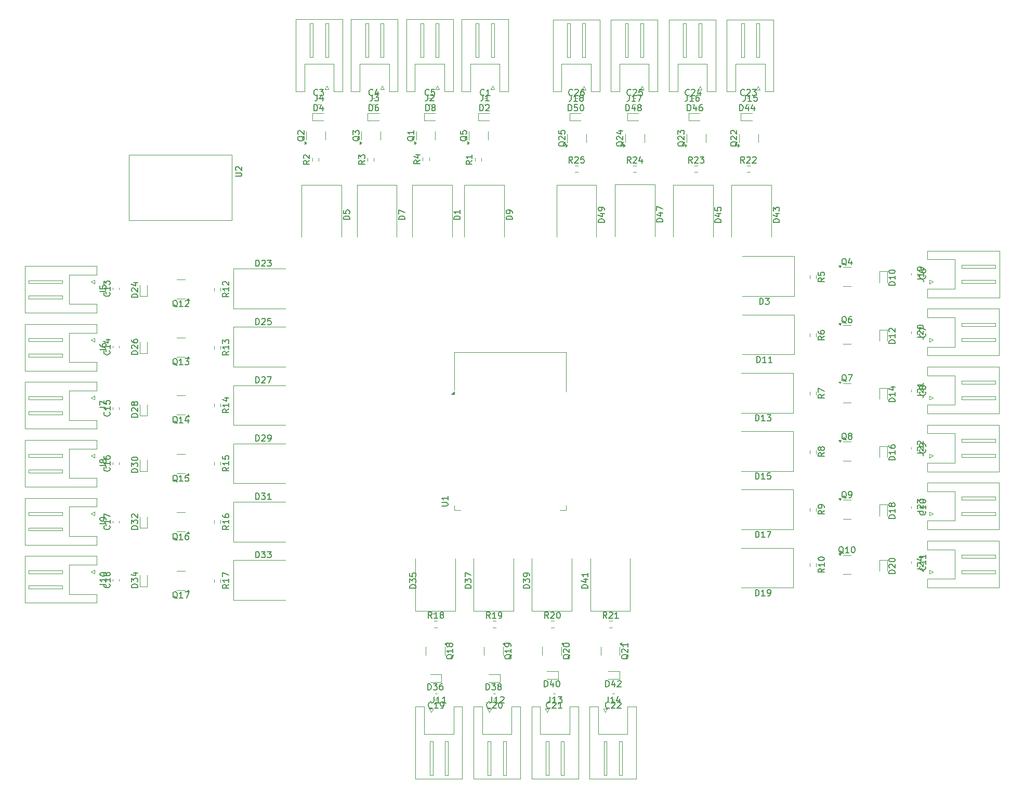
<source format=gbr>
%TF.GenerationSoftware,KiCad,Pcbnew,8.0.3*%
%TF.CreationDate,2024-07-05T07:33:57-06:00*%
%TF.ProjectId,Master of Dungeons,4d617374-6572-4206-9f66-2044756e6765,rev?*%
%TF.SameCoordinates,Original*%
%TF.FileFunction,Legend,Top*%
%TF.FilePolarity,Positive*%
%FSLAX46Y46*%
G04 Gerber Fmt 4.6, Leading zero omitted, Abs format (unit mm)*
G04 Created by KiCad (PCBNEW 8.0.3) date 2024-07-05 07:33:57*
%MOMM*%
%LPD*%
G01*
G04 APERTURE LIST*
%ADD10C,0.150000*%
%ADD11C,0.120000*%
G04 APERTURE END LIST*
D10*
X178857142Y-34429580D02*
X178809523Y-34477200D01*
X178809523Y-34477200D02*
X178666666Y-34524819D01*
X178666666Y-34524819D02*
X178571428Y-34524819D01*
X178571428Y-34524819D02*
X178428571Y-34477200D01*
X178428571Y-34477200D02*
X178333333Y-34381961D01*
X178333333Y-34381961D02*
X178285714Y-34286723D01*
X178285714Y-34286723D02*
X178238095Y-34096247D01*
X178238095Y-34096247D02*
X178238095Y-33953390D01*
X178238095Y-33953390D02*
X178285714Y-33762914D01*
X178285714Y-33762914D02*
X178333333Y-33667676D01*
X178333333Y-33667676D02*
X178428571Y-33572438D01*
X178428571Y-33572438D02*
X178571428Y-33524819D01*
X178571428Y-33524819D02*
X178666666Y-33524819D01*
X178666666Y-33524819D02*
X178809523Y-33572438D01*
X178809523Y-33572438D02*
X178857142Y-33620057D01*
X179238095Y-33620057D02*
X179285714Y-33572438D01*
X179285714Y-33572438D02*
X179380952Y-33524819D01*
X179380952Y-33524819D02*
X179619047Y-33524819D01*
X179619047Y-33524819D02*
X179714285Y-33572438D01*
X179714285Y-33572438D02*
X179761904Y-33620057D01*
X179761904Y-33620057D02*
X179809523Y-33715295D01*
X179809523Y-33715295D02*
X179809523Y-33810533D01*
X179809523Y-33810533D02*
X179761904Y-33953390D01*
X179761904Y-33953390D02*
X179190476Y-34524819D01*
X179190476Y-34524819D02*
X179809523Y-34524819D01*
X180666666Y-33858152D02*
X180666666Y-34524819D01*
X180428571Y-33477200D02*
X180190476Y-34191485D01*
X180190476Y-34191485D02*
X180809523Y-34191485D01*
X103884819Y-85642857D02*
X103408628Y-85976190D01*
X103884819Y-86214285D02*
X102884819Y-86214285D01*
X102884819Y-86214285D02*
X102884819Y-85833333D01*
X102884819Y-85833333D02*
X102932438Y-85738095D01*
X102932438Y-85738095D02*
X102980057Y-85690476D01*
X102980057Y-85690476D02*
X103075295Y-85642857D01*
X103075295Y-85642857D02*
X103218152Y-85642857D01*
X103218152Y-85642857D02*
X103313390Y-85690476D01*
X103313390Y-85690476D02*
X103361009Y-85738095D01*
X103361009Y-85738095D02*
X103408628Y-85833333D01*
X103408628Y-85833333D02*
X103408628Y-86214285D01*
X103884819Y-84690476D02*
X103884819Y-85261904D01*
X103884819Y-84976190D02*
X102884819Y-84976190D01*
X102884819Y-84976190D02*
X103027676Y-85071428D01*
X103027676Y-85071428D02*
X103122914Y-85166666D01*
X103122914Y-85166666D02*
X103170533Y-85261904D01*
X103218152Y-83833333D02*
X103884819Y-83833333D01*
X102837200Y-84071428D02*
X103551485Y-84309523D01*
X103551485Y-84309523D02*
X103551485Y-83690476D01*
X84429580Y-95142857D02*
X84477200Y-95190476D01*
X84477200Y-95190476D02*
X84524819Y-95333333D01*
X84524819Y-95333333D02*
X84524819Y-95428571D01*
X84524819Y-95428571D02*
X84477200Y-95571428D01*
X84477200Y-95571428D02*
X84381961Y-95666666D01*
X84381961Y-95666666D02*
X84286723Y-95714285D01*
X84286723Y-95714285D02*
X84096247Y-95761904D01*
X84096247Y-95761904D02*
X83953390Y-95761904D01*
X83953390Y-95761904D02*
X83762914Y-95714285D01*
X83762914Y-95714285D02*
X83667676Y-95666666D01*
X83667676Y-95666666D02*
X83572438Y-95571428D01*
X83572438Y-95571428D02*
X83524819Y-95428571D01*
X83524819Y-95428571D02*
X83524819Y-95333333D01*
X83524819Y-95333333D02*
X83572438Y-95190476D01*
X83572438Y-95190476D02*
X83620057Y-95142857D01*
X84524819Y-94190476D02*
X84524819Y-94761904D01*
X84524819Y-94476190D02*
X83524819Y-94476190D01*
X83524819Y-94476190D02*
X83667676Y-94571428D01*
X83667676Y-94571428D02*
X83762914Y-94666666D01*
X83762914Y-94666666D02*
X83810533Y-94761904D01*
X83524819Y-93333333D02*
X83524819Y-93523809D01*
X83524819Y-93523809D02*
X83572438Y-93619047D01*
X83572438Y-93619047D02*
X83620057Y-93666666D01*
X83620057Y-93666666D02*
X83762914Y-93761904D01*
X83762914Y-93761904D02*
X83953390Y-93809523D01*
X83953390Y-93809523D02*
X84334342Y-93809523D01*
X84334342Y-93809523D02*
X84429580Y-93761904D01*
X84429580Y-93761904D02*
X84477200Y-93714285D01*
X84477200Y-93714285D02*
X84524819Y-93619047D01*
X84524819Y-93619047D02*
X84524819Y-93428571D01*
X84524819Y-93428571D02*
X84477200Y-93333333D01*
X84477200Y-93333333D02*
X84429580Y-93285714D01*
X84429580Y-93285714D02*
X84334342Y-93238095D01*
X84334342Y-93238095D02*
X84096247Y-93238095D01*
X84096247Y-93238095D02*
X84001009Y-93285714D01*
X84001009Y-93285714D02*
X83953390Y-93333333D01*
X83953390Y-93333333D02*
X83905771Y-93428571D01*
X83905771Y-93428571D02*
X83905771Y-93619047D01*
X83905771Y-93619047D02*
X83953390Y-93714285D01*
X83953390Y-93714285D02*
X84001009Y-93761904D01*
X84001009Y-93761904D02*
X84096247Y-93809523D01*
X217289580Y-102280357D02*
X217337200Y-102327976D01*
X217337200Y-102327976D02*
X217384819Y-102470833D01*
X217384819Y-102470833D02*
X217384819Y-102566071D01*
X217384819Y-102566071D02*
X217337200Y-102708928D01*
X217337200Y-102708928D02*
X217241961Y-102804166D01*
X217241961Y-102804166D02*
X217146723Y-102851785D01*
X217146723Y-102851785D02*
X216956247Y-102899404D01*
X216956247Y-102899404D02*
X216813390Y-102899404D01*
X216813390Y-102899404D02*
X216622914Y-102851785D01*
X216622914Y-102851785D02*
X216527676Y-102804166D01*
X216527676Y-102804166D02*
X216432438Y-102708928D01*
X216432438Y-102708928D02*
X216384819Y-102566071D01*
X216384819Y-102566071D02*
X216384819Y-102470833D01*
X216384819Y-102470833D02*
X216432438Y-102327976D01*
X216432438Y-102327976D02*
X216480057Y-102280357D01*
X217384819Y-101327976D02*
X217384819Y-101899404D01*
X217384819Y-101613690D02*
X216384819Y-101613690D01*
X216384819Y-101613690D02*
X216527676Y-101708928D01*
X216527676Y-101708928D02*
X216622914Y-101804166D01*
X216622914Y-101804166D02*
X216670533Y-101899404D01*
X216384819Y-100708928D02*
X216384819Y-100613690D01*
X216384819Y-100613690D02*
X216432438Y-100518452D01*
X216432438Y-100518452D02*
X216480057Y-100470833D01*
X216480057Y-100470833D02*
X216575295Y-100423214D01*
X216575295Y-100423214D02*
X216765771Y-100375595D01*
X216765771Y-100375595D02*
X217003866Y-100375595D01*
X217003866Y-100375595D02*
X217194342Y-100423214D01*
X217194342Y-100423214D02*
X217289580Y-100470833D01*
X217289580Y-100470833D02*
X217337200Y-100518452D01*
X217337200Y-100518452D02*
X217384819Y-100613690D01*
X217384819Y-100613690D02*
X217384819Y-100708928D01*
X217384819Y-100708928D02*
X217337200Y-100804166D01*
X217337200Y-100804166D02*
X217289580Y-100851785D01*
X217289580Y-100851785D02*
X217194342Y-100899404D01*
X217194342Y-100899404D02*
X217003866Y-100947023D01*
X217003866Y-100947023D02*
X216765771Y-100947023D01*
X216765771Y-100947023D02*
X216575295Y-100899404D01*
X216575295Y-100899404D02*
X216480057Y-100851785D01*
X216480057Y-100851785D02*
X216432438Y-100804166D01*
X216432438Y-100804166D02*
X216384819Y-100708928D01*
X89024819Y-76714285D02*
X88024819Y-76714285D01*
X88024819Y-76714285D02*
X88024819Y-76476190D01*
X88024819Y-76476190D02*
X88072438Y-76333333D01*
X88072438Y-76333333D02*
X88167676Y-76238095D01*
X88167676Y-76238095D02*
X88262914Y-76190476D01*
X88262914Y-76190476D02*
X88453390Y-76142857D01*
X88453390Y-76142857D02*
X88596247Y-76142857D01*
X88596247Y-76142857D02*
X88786723Y-76190476D01*
X88786723Y-76190476D02*
X88881961Y-76238095D01*
X88881961Y-76238095D02*
X88977200Y-76333333D01*
X88977200Y-76333333D02*
X89024819Y-76476190D01*
X89024819Y-76476190D02*
X89024819Y-76714285D01*
X88120057Y-75761904D02*
X88072438Y-75714285D01*
X88072438Y-75714285D02*
X88024819Y-75619047D01*
X88024819Y-75619047D02*
X88024819Y-75380952D01*
X88024819Y-75380952D02*
X88072438Y-75285714D01*
X88072438Y-75285714D02*
X88120057Y-75238095D01*
X88120057Y-75238095D02*
X88215295Y-75190476D01*
X88215295Y-75190476D02*
X88310533Y-75190476D01*
X88310533Y-75190476D02*
X88453390Y-75238095D01*
X88453390Y-75238095D02*
X89024819Y-75809523D01*
X89024819Y-75809523D02*
X89024819Y-75190476D01*
X88024819Y-74333333D02*
X88024819Y-74523809D01*
X88024819Y-74523809D02*
X88072438Y-74619047D01*
X88072438Y-74619047D02*
X88120057Y-74666666D01*
X88120057Y-74666666D02*
X88262914Y-74761904D01*
X88262914Y-74761904D02*
X88453390Y-74809523D01*
X88453390Y-74809523D02*
X88834342Y-74809523D01*
X88834342Y-74809523D02*
X88929580Y-74761904D01*
X88929580Y-74761904D02*
X88977200Y-74714285D01*
X88977200Y-74714285D02*
X89024819Y-74619047D01*
X89024819Y-74619047D02*
X89024819Y-74428571D01*
X89024819Y-74428571D02*
X88977200Y-74333333D01*
X88977200Y-74333333D02*
X88929580Y-74285714D01*
X88929580Y-74285714D02*
X88834342Y-74238095D01*
X88834342Y-74238095D02*
X88596247Y-74238095D01*
X88596247Y-74238095D02*
X88501009Y-74285714D01*
X88501009Y-74285714D02*
X88453390Y-74333333D01*
X88453390Y-74333333D02*
X88405771Y-74428571D01*
X88405771Y-74428571D02*
X88405771Y-74619047D01*
X88405771Y-74619047D02*
X88453390Y-74714285D01*
X88453390Y-74714285D02*
X88501009Y-74761904D01*
X88501009Y-74761904D02*
X88596247Y-74809523D01*
X135024819Y-45079166D02*
X134548628Y-45412499D01*
X135024819Y-45650594D02*
X134024819Y-45650594D01*
X134024819Y-45650594D02*
X134024819Y-45269642D01*
X134024819Y-45269642D02*
X134072438Y-45174404D01*
X134072438Y-45174404D02*
X134120057Y-45126785D01*
X134120057Y-45126785D02*
X134215295Y-45079166D01*
X134215295Y-45079166D02*
X134358152Y-45079166D01*
X134358152Y-45079166D02*
X134453390Y-45126785D01*
X134453390Y-45126785D02*
X134501009Y-45174404D01*
X134501009Y-45174404D02*
X134548628Y-45269642D01*
X134548628Y-45269642D02*
X134548628Y-45650594D01*
X134358152Y-44222023D02*
X135024819Y-44222023D01*
X133977200Y-44460118D02*
X134691485Y-44698213D01*
X134691485Y-44698213D02*
X134691485Y-44079166D01*
X212384819Y-93929285D02*
X211384819Y-93929285D01*
X211384819Y-93929285D02*
X211384819Y-93691190D01*
X211384819Y-93691190D02*
X211432438Y-93548333D01*
X211432438Y-93548333D02*
X211527676Y-93453095D01*
X211527676Y-93453095D02*
X211622914Y-93405476D01*
X211622914Y-93405476D02*
X211813390Y-93357857D01*
X211813390Y-93357857D02*
X211956247Y-93357857D01*
X211956247Y-93357857D02*
X212146723Y-93405476D01*
X212146723Y-93405476D02*
X212241961Y-93453095D01*
X212241961Y-93453095D02*
X212337200Y-93548333D01*
X212337200Y-93548333D02*
X212384819Y-93691190D01*
X212384819Y-93691190D02*
X212384819Y-93929285D01*
X212384819Y-92405476D02*
X212384819Y-92976904D01*
X212384819Y-92691190D02*
X211384819Y-92691190D01*
X211384819Y-92691190D02*
X211527676Y-92786428D01*
X211527676Y-92786428D02*
X211622914Y-92881666D01*
X211622914Y-92881666D02*
X211670533Y-92976904D01*
X211384819Y-91548333D02*
X211384819Y-91738809D01*
X211384819Y-91738809D02*
X211432438Y-91834047D01*
X211432438Y-91834047D02*
X211480057Y-91881666D01*
X211480057Y-91881666D02*
X211622914Y-91976904D01*
X211622914Y-91976904D02*
X211813390Y-92024523D01*
X211813390Y-92024523D02*
X212194342Y-92024523D01*
X212194342Y-92024523D02*
X212289580Y-91976904D01*
X212289580Y-91976904D02*
X212337200Y-91929285D01*
X212337200Y-91929285D02*
X212384819Y-91834047D01*
X212384819Y-91834047D02*
X212384819Y-91643571D01*
X212384819Y-91643571D02*
X212337200Y-91548333D01*
X212337200Y-91548333D02*
X212289580Y-91500714D01*
X212289580Y-91500714D02*
X212194342Y-91453095D01*
X212194342Y-91453095D02*
X211956247Y-91453095D01*
X211956247Y-91453095D02*
X211861009Y-91500714D01*
X211861009Y-91500714D02*
X211813390Y-91548333D01*
X211813390Y-91548333D02*
X211765771Y-91643571D01*
X211765771Y-91643571D02*
X211765771Y-91834047D01*
X211765771Y-91834047D02*
X211813390Y-91929285D01*
X211813390Y-91929285D02*
X211861009Y-91976904D01*
X211861009Y-91976904D02*
X211956247Y-92024523D01*
X159450057Y-125633928D02*
X159402438Y-125729166D01*
X159402438Y-125729166D02*
X159307200Y-125824404D01*
X159307200Y-125824404D02*
X159164342Y-125967261D01*
X159164342Y-125967261D02*
X159116723Y-126062499D01*
X159116723Y-126062499D02*
X159116723Y-126157737D01*
X159354819Y-126110118D02*
X159307200Y-126205356D01*
X159307200Y-126205356D02*
X159211961Y-126300594D01*
X159211961Y-126300594D02*
X159021485Y-126348213D01*
X159021485Y-126348213D02*
X158688152Y-126348213D01*
X158688152Y-126348213D02*
X158497676Y-126300594D01*
X158497676Y-126300594D02*
X158402438Y-126205356D01*
X158402438Y-126205356D02*
X158354819Y-126110118D01*
X158354819Y-126110118D02*
X158354819Y-125919642D01*
X158354819Y-125919642D02*
X158402438Y-125824404D01*
X158402438Y-125824404D02*
X158497676Y-125729166D01*
X158497676Y-125729166D02*
X158688152Y-125681547D01*
X158688152Y-125681547D02*
X159021485Y-125681547D01*
X159021485Y-125681547D02*
X159211961Y-125729166D01*
X159211961Y-125729166D02*
X159307200Y-125824404D01*
X159307200Y-125824404D02*
X159354819Y-125919642D01*
X159354819Y-125919642D02*
X159354819Y-126110118D01*
X158450057Y-125300594D02*
X158402438Y-125252975D01*
X158402438Y-125252975D02*
X158354819Y-125157737D01*
X158354819Y-125157737D02*
X158354819Y-124919642D01*
X158354819Y-124919642D02*
X158402438Y-124824404D01*
X158402438Y-124824404D02*
X158450057Y-124776785D01*
X158450057Y-124776785D02*
X158545295Y-124729166D01*
X158545295Y-124729166D02*
X158640533Y-124729166D01*
X158640533Y-124729166D02*
X158783390Y-124776785D01*
X158783390Y-124776785D02*
X159354819Y-125348213D01*
X159354819Y-125348213D02*
X159354819Y-124729166D01*
X158354819Y-124110118D02*
X158354819Y-124014880D01*
X158354819Y-124014880D02*
X158402438Y-123919642D01*
X158402438Y-123919642D02*
X158450057Y-123872023D01*
X158450057Y-123872023D02*
X158545295Y-123824404D01*
X158545295Y-123824404D02*
X158735771Y-123776785D01*
X158735771Y-123776785D02*
X158973866Y-123776785D01*
X158973866Y-123776785D02*
X159164342Y-123824404D01*
X159164342Y-123824404D02*
X159259580Y-123872023D01*
X159259580Y-123872023D02*
X159307200Y-123919642D01*
X159307200Y-123919642D02*
X159354819Y-124014880D01*
X159354819Y-124014880D02*
X159354819Y-124110118D01*
X159354819Y-124110118D02*
X159307200Y-124205356D01*
X159307200Y-124205356D02*
X159259580Y-124252975D01*
X159259580Y-124252975D02*
X159164342Y-124300594D01*
X159164342Y-124300594D02*
X158973866Y-124348213D01*
X158973866Y-124348213D02*
X158735771Y-124348213D01*
X158735771Y-124348213D02*
X158545295Y-124300594D01*
X158545295Y-124300594D02*
X158450057Y-124252975D01*
X158450057Y-124252975D02*
X158402438Y-124205356D01*
X158402438Y-124205356D02*
X158354819Y-124110118D01*
X95491071Y-78500057D02*
X95395833Y-78452438D01*
X95395833Y-78452438D02*
X95300595Y-78357200D01*
X95300595Y-78357200D02*
X95157738Y-78214342D01*
X95157738Y-78214342D02*
X95062500Y-78166723D01*
X95062500Y-78166723D02*
X94967262Y-78166723D01*
X95014881Y-78404819D02*
X94919643Y-78357200D01*
X94919643Y-78357200D02*
X94824405Y-78261961D01*
X94824405Y-78261961D02*
X94776786Y-78071485D01*
X94776786Y-78071485D02*
X94776786Y-77738152D01*
X94776786Y-77738152D02*
X94824405Y-77547676D01*
X94824405Y-77547676D02*
X94919643Y-77452438D01*
X94919643Y-77452438D02*
X95014881Y-77404819D01*
X95014881Y-77404819D02*
X95205357Y-77404819D01*
X95205357Y-77404819D02*
X95300595Y-77452438D01*
X95300595Y-77452438D02*
X95395833Y-77547676D01*
X95395833Y-77547676D02*
X95443452Y-77738152D01*
X95443452Y-77738152D02*
X95443452Y-78071485D01*
X95443452Y-78071485D02*
X95395833Y-78261961D01*
X95395833Y-78261961D02*
X95300595Y-78357200D01*
X95300595Y-78357200D02*
X95205357Y-78404819D01*
X95205357Y-78404819D02*
X95014881Y-78404819D01*
X96395833Y-78404819D02*
X95824405Y-78404819D01*
X96110119Y-78404819D02*
X96110119Y-77404819D01*
X96110119Y-77404819D02*
X96014881Y-77547676D01*
X96014881Y-77547676D02*
X95919643Y-77642914D01*
X95919643Y-77642914D02*
X95824405Y-77690533D01*
X96729167Y-77404819D02*
X97348214Y-77404819D01*
X97348214Y-77404819D02*
X97014881Y-77785771D01*
X97014881Y-77785771D02*
X97157738Y-77785771D01*
X97157738Y-77785771D02*
X97252976Y-77833390D01*
X97252976Y-77833390D02*
X97300595Y-77881009D01*
X97300595Y-77881009D02*
X97348214Y-77976247D01*
X97348214Y-77976247D02*
X97348214Y-78214342D01*
X97348214Y-78214342D02*
X97300595Y-78309580D01*
X97300595Y-78309580D02*
X97252976Y-78357200D01*
X97252976Y-78357200D02*
X97157738Y-78404819D01*
X97157738Y-78404819D02*
X96872024Y-78404819D01*
X96872024Y-78404819D02*
X96776786Y-78357200D01*
X96776786Y-78357200D02*
X96729167Y-78309580D01*
X108285714Y-90854819D02*
X108285714Y-89854819D01*
X108285714Y-89854819D02*
X108523809Y-89854819D01*
X108523809Y-89854819D02*
X108666666Y-89902438D01*
X108666666Y-89902438D02*
X108761904Y-89997676D01*
X108761904Y-89997676D02*
X108809523Y-90092914D01*
X108809523Y-90092914D02*
X108857142Y-90283390D01*
X108857142Y-90283390D02*
X108857142Y-90426247D01*
X108857142Y-90426247D02*
X108809523Y-90616723D01*
X108809523Y-90616723D02*
X108761904Y-90711961D01*
X108761904Y-90711961D02*
X108666666Y-90807200D01*
X108666666Y-90807200D02*
X108523809Y-90854819D01*
X108523809Y-90854819D02*
X108285714Y-90854819D01*
X109238095Y-89950057D02*
X109285714Y-89902438D01*
X109285714Y-89902438D02*
X109380952Y-89854819D01*
X109380952Y-89854819D02*
X109619047Y-89854819D01*
X109619047Y-89854819D02*
X109714285Y-89902438D01*
X109714285Y-89902438D02*
X109761904Y-89950057D01*
X109761904Y-89950057D02*
X109809523Y-90045295D01*
X109809523Y-90045295D02*
X109809523Y-90140533D01*
X109809523Y-90140533D02*
X109761904Y-90283390D01*
X109761904Y-90283390D02*
X109190476Y-90854819D01*
X109190476Y-90854819D02*
X109809523Y-90854819D01*
X110285714Y-90854819D02*
X110476190Y-90854819D01*
X110476190Y-90854819D02*
X110571428Y-90807200D01*
X110571428Y-90807200D02*
X110619047Y-90759580D01*
X110619047Y-90759580D02*
X110714285Y-90616723D01*
X110714285Y-90616723D02*
X110761904Y-90426247D01*
X110761904Y-90426247D02*
X110761904Y-90045295D01*
X110761904Y-90045295D02*
X110714285Y-89950057D01*
X110714285Y-89950057D02*
X110666666Y-89902438D01*
X110666666Y-89902438D02*
X110571428Y-89854819D01*
X110571428Y-89854819D02*
X110380952Y-89854819D01*
X110380952Y-89854819D02*
X110285714Y-89902438D01*
X110285714Y-89902438D02*
X110238095Y-89950057D01*
X110238095Y-89950057D02*
X110190476Y-90045295D01*
X110190476Y-90045295D02*
X110190476Y-90283390D01*
X110190476Y-90283390D02*
X110238095Y-90378628D01*
X110238095Y-90378628D02*
X110285714Y-90426247D01*
X110285714Y-90426247D02*
X110380952Y-90473866D01*
X110380952Y-90473866D02*
X110571428Y-90473866D01*
X110571428Y-90473866D02*
X110666666Y-90426247D01*
X110666666Y-90426247D02*
X110714285Y-90378628D01*
X110714285Y-90378628D02*
X110761904Y-90283390D01*
X216004819Y-102259523D02*
X216719104Y-102259523D01*
X216719104Y-102259523D02*
X216861961Y-102307142D01*
X216861961Y-102307142D02*
X216957200Y-102402380D01*
X216957200Y-102402380D02*
X217004819Y-102545237D01*
X217004819Y-102545237D02*
X217004819Y-102640475D01*
X216100057Y-101830951D02*
X216052438Y-101783332D01*
X216052438Y-101783332D02*
X216004819Y-101688094D01*
X216004819Y-101688094D02*
X216004819Y-101449999D01*
X216004819Y-101449999D02*
X216052438Y-101354761D01*
X216052438Y-101354761D02*
X216100057Y-101307142D01*
X216100057Y-101307142D02*
X216195295Y-101259523D01*
X216195295Y-101259523D02*
X216290533Y-101259523D01*
X216290533Y-101259523D02*
X216433390Y-101307142D01*
X216433390Y-101307142D02*
X217004819Y-101878570D01*
X217004819Y-101878570D02*
X217004819Y-101259523D01*
X216004819Y-100926189D02*
X216004819Y-100307142D01*
X216004819Y-100307142D02*
X216385771Y-100640475D01*
X216385771Y-100640475D02*
X216385771Y-100497618D01*
X216385771Y-100497618D02*
X216433390Y-100402380D01*
X216433390Y-100402380D02*
X216481009Y-100354761D01*
X216481009Y-100354761D02*
X216576247Y-100307142D01*
X216576247Y-100307142D02*
X216814342Y-100307142D01*
X216814342Y-100307142D02*
X216909580Y-100354761D01*
X216909580Y-100354761D02*
X216957200Y-100402380D01*
X216957200Y-100402380D02*
X217004819Y-100497618D01*
X217004819Y-100497618D02*
X217004819Y-100783332D01*
X217004819Y-100783332D02*
X216957200Y-100878570D01*
X216957200Y-100878570D02*
X216909580Y-100926189D01*
X136266666Y-34404819D02*
X136266666Y-35119104D01*
X136266666Y-35119104D02*
X136219047Y-35261961D01*
X136219047Y-35261961D02*
X136123809Y-35357200D01*
X136123809Y-35357200D02*
X135980952Y-35404819D01*
X135980952Y-35404819D02*
X135885714Y-35404819D01*
X136695238Y-34500057D02*
X136742857Y-34452438D01*
X136742857Y-34452438D02*
X136838095Y-34404819D01*
X136838095Y-34404819D02*
X137076190Y-34404819D01*
X137076190Y-34404819D02*
X137171428Y-34452438D01*
X137171428Y-34452438D02*
X137219047Y-34500057D01*
X137219047Y-34500057D02*
X137266666Y-34595295D01*
X137266666Y-34595295D02*
X137266666Y-34690533D01*
X137266666Y-34690533D02*
X137219047Y-34833390D01*
X137219047Y-34833390D02*
X136647619Y-35404819D01*
X136647619Y-35404819D02*
X137266666Y-35404819D01*
X118333333Y-34429580D02*
X118285714Y-34477200D01*
X118285714Y-34477200D02*
X118142857Y-34524819D01*
X118142857Y-34524819D02*
X118047619Y-34524819D01*
X118047619Y-34524819D02*
X117904762Y-34477200D01*
X117904762Y-34477200D02*
X117809524Y-34381961D01*
X117809524Y-34381961D02*
X117761905Y-34286723D01*
X117761905Y-34286723D02*
X117714286Y-34096247D01*
X117714286Y-34096247D02*
X117714286Y-33953390D01*
X117714286Y-33953390D02*
X117761905Y-33762914D01*
X117761905Y-33762914D02*
X117809524Y-33667676D01*
X117809524Y-33667676D02*
X117904762Y-33572438D01*
X117904762Y-33572438D02*
X118047619Y-33524819D01*
X118047619Y-33524819D02*
X118142857Y-33524819D01*
X118142857Y-33524819D02*
X118285714Y-33572438D01*
X118285714Y-33572438D02*
X118333333Y-33620057D01*
X118666667Y-33524819D02*
X119285714Y-33524819D01*
X119285714Y-33524819D02*
X118952381Y-33905771D01*
X118952381Y-33905771D02*
X119095238Y-33905771D01*
X119095238Y-33905771D02*
X119190476Y-33953390D01*
X119190476Y-33953390D02*
X119238095Y-34001009D01*
X119238095Y-34001009D02*
X119285714Y-34096247D01*
X119285714Y-34096247D02*
X119285714Y-34334342D01*
X119285714Y-34334342D02*
X119238095Y-34429580D01*
X119238095Y-34429580D02*
X119190476Y-34477200D01*
X119190476Y-34477200D02*
X119095238Y-34524819D01*
X119095238Y-34524819D02*
X118809524Y-34524819D01*
X118809524Y-34524819D02*
X118714286Y-34477200D01*
X118714286Y-34477200D02*
X118666667Y-34429580D01*
X189685714Y-116054819D02*
X189685714Y-115054819D01*
X189685714Y-115054819D02*
X189923809Y-115054819D01*
X189923809Y-115054819D02*
X190066666Y-115102438D01*
X190066666Y-115102438D02*
X190161904Y-115197676D01*
X190161904Y-115197676D02*
X190209523Y-115292914D01*
X190209523Y-115292914D02*
X190257142Y-115483390D01*
X190257142Y-115483390D02*
X190257142Y-115626247D01*
X190257142Y-115626247D02*
X190209523Y-115816723D01*
X190209523Y-115816723D02*
X190161904Y-115911961D01*
X190161904Y-115911961D02*
X190066666Y-116007200D01*
X190066666Y-116007200D02*
X189923809Y-116054819D01*
X189923809Y-116054819D02*
X189685714Y-116054819D01*
X191209523Y-116054819D02*
X190638095Y-116054819D01*
X190923809Y-116054819D02*
X190923809Y-115054819D01*
X190923809Y-115054819D02*
X190828571Y-115197676D01*
X190828571Y-115197676D02*
X190733333Y-115292914D01*
X190733333Y-115292914D02*
X190638095Y-115340533D01*
X191685714Y-116054819D02*
X191876190Y-116054819D01*
X191876190Y-116054819D02*
X191971428Y-116007200D01*
X191971428Y-116007200D02*
X192019047Y-115959580D01*
X192019047Y-115959580D02*
X192114285Y-115816723D01*
X192114285Y-115816723D02*
X192161904Y-115626247D01*
X192161904Y-115626247D02*
X192161904Y-115245295D01*
X192161904Y-115245295D02*
X192114285Y-115150057D01*
X192114285Y-115150057D02*
X192066666Y-115102438D01*
X192066666Y-115102438D02*
X191971428Y-115054819D01*
X191971428Y-115054819D02*
X191780952Y-115054819D01*
X191780952Y-115054819D02*
X191685714Y-115102438D01*
X191685714Y-115102438D02*
X191638095Y-115150057D01*
X191638095Y-115150057D02*
X191590476Y-115245295D01*
X191590476Y-115245295D02*
X191590476Y-115483390D01*
X191590476Y-115483390D02*
X191638095Y-115578628D01*
X191638095Y-115578628D02*
X191685714Y-115626247D01*
X191685714Y-115626247D02*
X191780952Y-115673866D01*
X191780952Y-115673866D02*
X191971428Y-115673866D01*
X191971428Y-115673866D02*
X192066666Y-115626247D01*
X192066666Y-115626247D02*
X192114285Y-115578628D01*
X192114285Y-115578628D02*
X192161904Y-115483390D01*
X150054819Y-54738094D02*
X149054819Y-54738094D01*
X149054819Y-54738094D02*
X149054819Y-54499999D01*
X149054819Y-54499999D02*
X149102438Y-54357142D01*
X149102438Y-54357142D02*
X149197676Y-54261904D01*
X149197676Y-54261904D02*
X149292914Y-54214285D01*
X149292914Y-54214285D02*
X149483390Y-54166666D01*
X149483390Y-54166666D02*
X149626247Y-54166666D01*
X149626247Y-54166666D02*
X149816723Y-54214285D01*
X149816723Y-54214285D02*
X149911961Y-54261904D01*
X149911961Y-54261904D02*
X150007200Y-54357142D01*
X150007200Y-54357142D02*
X150054819Y-54499999D01*
X150054819Y-54499999D02*
X150054819Y-54738094D01*
X150054819Y-53690475D02*
X150054819Y-53499999D01*
X150054819Y-53499999D02*
X150007200Y-53404761D01*
X150007200Y-53404761D02*
X149959580Y-53357142D01*
X149959580Y-53357142D02*
X149816723Y-53261904D01*
X149816723Y-53261904D02*
X149626247Y-53214285D01*
X149626247Y-53214285D02*
X149245295Y-53214285D01*
X149245295Y-53214285D02*
X149150057Y-53261904D01*
X149150057Y-53261904D02*
X149102438Y-53309523D01*
X149102438Y-53309523D02*
X149054819Y-53404761D01*
X149054819Y-53404761D02*
X149054819Y-53595237D01*
X149054819Y-53595237D02*
X149102438Y-53690475D01*
X149102438Y-53690475D02*
X149150057Y-53738094D01*
X149150057Y-53738094D02*
X149245295Y-53785713D01*
X149245295Y-53785713D02*
X149483390Y-53785713D01*
X149483390Y-53785713D02*
X149578628Y-53738094D01*
X149578628Y-53738094D02*
X149626247Y-53690475D01*
X149626247Y-53690475D02*
X149673866Y-53595237D01*
X149673866Y-53595237D02*
X149673866Y-53404761D01*
X149673866Y-53404761D02*
X149626247Y-53309523D01*
X149626247Y-53309523D02*
X149578628Y-53261904D01*
X149578628Y-53261904D02*
X149483390Y-53214285D01*
X188010476Y-34444819D02*
X188010476Y-35159104D01*
X188010476Y-35159104D02*
X187962857Y-35301961D01*
X187962857Y-35301961D02*
X187867619Y-35397200D01*
X187867619Y-35397200D02*
X187724762Y-35444819D01*
X187724762Y-35444819D02*
X187629524Y-35444819D01*
X189010476Y-35444819D02*
X188439048Y-35444819D01*
X188724762Y-35444819D02*
X188724762Y-34444819D01*
X188724762Y-34444819D02*
X188629524Y-34587676D01*
X188629524Y-34587676D02*
X188534286Y-34682914D01*
X188534286Y-34682914D02*
X188439048Y-34730533D01*
X189915238Y-34444819D02*
X189439048Y-34444819D01*
X189439048Y-34444819D02*
X189391429Y-34921009D01*
X189391429Y-34921009D02*
X189439048Y-34873390D01*
X189439048Y-34873390D02*
X189534286Y-34825771D01*
X189534286Y-34825771D02*
X189772381Y-34825771D01*
X189772381Y-34825771D02*
X189867619Y-34873390D01*
X189867619Y-34873390D02*
X189915238Y-34921009D01*
X189915238Y-34921009D02*
X189962857Y-35016247D01*
X189962857Y-35016247D02*
X189962857Y-35254342D01*
X189962857Y-35254342D02*
X189915238Y-35349580D01*
X189915238Y-35349580D02*
X189867619Y-35397200D01*
X189867619Y-35397200D02*
X189772381Y-35444819D01*
X189772381Y-35444819D02*
X189534286Y-35444819D01*
X189534286Y-35444819D02*
X189439048Y-35397200D01*
X189439048Y-35397200D02*
X189391429Y-35349580D01*
X136944642Y-119724819D02*
X136611309Y-119248628D01*
X136373214Y-119724819D02*
X136373214Y-118724819D01*
X136373214Y-118724819D02*
X136754166Y-118724819D01*
X136754166Y-118724819D02*
X136849404Y-118772438D01*
X136849404Y-118772438D02*
X136897023Y-118820057D01*
X136897023Y-118820057D02*
X136944642Y-118915295D01*
X136944642Y-118915295D02*
X136944642Y-119058152D01*
X136944642Y-119058152D02*
X136897023Y-119153390D01*
X136897023Y-119153390D02*
X136849404Y-119201009D01*
X136849404Y-119201009D02*
X136754166Y-119248628D01*
X136754166Y-119248628D02*
X136373214Y-119248628D01*
X137897023Y-119724819D02*
X137325595Y-119724819D01*
X137611309Y-119724819D02*
X137611309Y-118724819D01*
X137611309Y-118724819D02*
X137516071Y-118867676D01*
X137516071Y-118867676D02*
X137420833Y-118962914D01*
X137420833Y-118962914D02*
X137325595Y-119010533D01*
X138468452Y-119153390D02*
X138373214Y-119105771D01*
X138373214Y-119105771D02*
X138325595Y-119058152D01*
X138325595Y-119058152D02*
X138277976Y-118962914D01*
X138277976Y-118962914D02*
X138277976Y-118915295D01*
X138277976Y-118915295D02*
X138325595Y-118820057D01*
X138325595Y-118820057D02*
X138373214Y-118772438D01*
X138373214Y-118772438D02*
X138468452Y-118724819D01*
X138468452Y-118724819D02*
X138658928Y-118724819D01*
X138658928Y-118724819D02*
X138754166Y-118772438D01*
X138754166Y-118772438D02*
X138801785Y-118820057D01*
X138801785Y-118820057D02*
X138849404Y-118915295D01*
X138849404Y-118915295D02*
X138849404Y-118962914D01*
X138849404Y-118962914D02*
X138801785Y-119058152D01*
X138801785Y-119058152D02*
X138754166Y-119105771D01*
X138754166Y-119105771D02*
X138658928Y-119153390D01*
X138658928Y-119153390D02*
X138468452Y-119153390D01*
X138468452Y-119153390D02*
X138373214Y-119201009D01*
X138373214Y-119201009D02*
X138325595Y-119248628D01*
X138325595Y-119248628D02*
X138277976Y-119343866D01*
X138277976Y-119343866D02*
X138277976Y-119534342D01*
X138277976Y-119534342D02*
X138325595Y-119629580D01*
X138325595Y-119629580D02*
X138373214Y-119677200D01*
X138373214Y-119677200D02*
X138468452Y-119724819D01*
X138468452Y-119724819D02*
X138658928Y-119724819D01*
X138658928Y-119724819D02*
X138754166Y-119677200D01*
X138754166Y-119677200D02*
X138801785Y-119629580D01*
X138801785Y-119629580D02*
X138849404Y-119534342D01*
X138849404Y-119534342D02*
X138849404Y-119343866D01*
X138849404Y-119343866D02*
X138801785Y-119248628D01*
X138801785Y-119248628D02*
X138754166Y-119201009D01*
X138754166Y-119201009D02*
X138658928Y-119153390D01*
X190361905Y-68554819D02*
X190361905Y-67554819D01*
X190361905Y-67554819D02*
X190600000Y-67554819D01*
X190600000Y-67554819D02*
X190742857Y-67602438D01*
X190742857Y-67602438D02*
X190838095Y-67697676D01*
X190838095Y-67697676D02*
X190885714Y-67792914D01*
X190885714Y-67792914D02*
X190933333Y-67983390D01*
X190933333Y-67983390D02*
X190933333Y-68126247D01*
X190933333Y-68126247D02*
X190885714Y-68316723D01*
X190885714Y-68316723D02*
X190838095Y-68411961D01*
X190838095Y-68411961D02*
X190742857Y-68507200D01*
X190742857Y-68507200D02*
X190600000Y-68554819D01*
X190600000Y-68554819D02*
X190361905Y-68554819D01*
X191266667Y-67554819D02*
X191885714Y-67554819D01*
X191885714Y-67554819D02*
X191552381Y-67935771D01*
X191552381Y-67935771D02*
X191695238Y-67935771D01*
X191695238Y-67935771D02*
X191790476Y-67983390D01*
X191790476Y-67983390D02*
X191838095Y-68031009D01*
X191838095Y-68031009D02*
X191885714Y-68126247D01*
X191885714Y-68126247D02*
X191885714Y-68364342D01*
X191885714Y-68364342D02*
X191838095Y-68459580D01*
X191838095Y-68459580D02*
X191790476Y-68507200D01*
X191790476Y-68507200D02*
X191695238Y-68554819D01*
X191695238Y-68554819D02*
X191409524Y-68554819D01*
X191409524Y-68554819D02*
X191314286Y-68507200D01*
X191314286Y-68507200D02*
X191266667Y-68459580D01*
X200884819Y-111642857D02*
X200408628Y-111976190D01*
X200884819Y-112214285D02*
X199884819Y-112214285D01*
X199884819Y-112214285D02*
X199884819Y-111833333D01*
X199884819Y-111833333D02*
X199932438Y-111738095D01*
X199932438Y-111738095D02*
X199980057Y-111690476D01*
X199980057Y-111690476D02*
X200075295Y-111642857D01*
X200075295Y-111642857D02*
X200218152Y-111642857D01*
X200218152Y-111642857D02*
X200313390Y-111690476D01*
X200313390Y-111690476D02*
X200361009Y-111738095D01*
X200361009Y-111738095D02*
X200408628Y-111833333D01*
X200408628Y-111833333D02*
X200408628Y-112214285D01*
X200884819Y-110690476D02*
X200884819Y-111261904D01*
X200884819Y-110976190D02*
X199884819Y-110976190D01*
X199884819Y-110976190D02*
X200027676Y-111071428D01*
X200027676Y-111071428D02*
X200122914Y-111166666D01*
X200122914Y-111166666D02*
X200170533Y-111261904D01*
X199884819Y-110071428D02*
X199884819Y-109976190D01*
X199884819Y-109976190D02*
X199932438Y-109880952D01*
X199932438Y-109880952D02*
X199980057Y-109833333D01*
X199980057Y-109833333D02*
X200075295Y-109785714D01*
X200075295Y-109785714D02*
X200265771Y-109738095D01*
X200265771Y-109738095D02*
X200503866Y-109738095D01*
X200503866Y-109738095D02*
X200694342Y-109785714D01*
X200694342Y-109785714D02*
X200789580Y-109833333D01*
X200789580Y-109833333D02*
X200837200Y-109880952D01*
X200837200Y-109880952D02*
X200884819Y-109976190D01*
X200884819Y-109976190D02*
X200884819Y-110071428D01*
X200884819Y-110071428D02*
X200837200Y-110166666D01*
X200837200Y-110166666D02*
X200789580Y-110214285D01*
X200789580Y-110214285D02*
X200694342Y-110261904D01*
X200694342Y-110261904D02*
X200503866Y-110309523D01*
X200503866Y-110309523D02*
X200265771Y-110309523D01*
X200265771Y-110309523D02*
X200075295Y-110261904D01*
X200075295Y-110261904D02*
X199980057Y-110214285D01*
X199980057Y-110214285D02*
X199932438Y-110166666D01*
X199932438Y-110166666D02*
X199884819Y-110071428D01*
X108285714Y-62354819D02*
X108285714Y-61354819D01*
X108285714Y-61354819D02*
X108523809Y-61354819D01*
X108523809Y-61354819D02*
X108666666Y-61402438D01*
X108666666Y-61402438D02*
X108761904Y-61497676D01*
X108761904Y-61497676D02*
X108809523Y-61592914D01*
X108809523Y-61592914D02*
X108857142Y-61783390D01*
X108857142Y-61783390D02*
X108857142Y-61926247D01*
X108857142Y-61926247D02*
X108809523Y-62116723D01*
X108809523Y-62116723D02*
X108761904Y-62211961D01*
X108761904Y-62211961D02*
X108666666Y-62307200D01*
X108666666Y-62307200D02*
X108523809Y-62354819D01*
X108523809Y-62354819D02*
X108285714Y-62354819D01*
X109238095Y-61450057D02*
X109285714Y-61402438D01*
X109285714Y-61402438D02*
X109380952Y-61354819D01*
X109380952Y-61354819D02*
X109619047Y-61354819D01*
X109619047Y-61354819D02*
X109714285Y-61402438D01*
X109714285Y-61402438D02*
X109761904Y-61450057D01*
X109761904Y-61450057D02*
X109809523Y-61545295D01*
X109809523Y-61545295D02*
X109809523Y-61640533D01*
X109809523Y-61640533D02*
X109761904Y-61783390D01*
X109761904Y-61783390D02*
X109190476Y-62354819D01*
X109190476Y-62354819D02*
X109809523Y-62354819D01*
X110142857Y-61354819D02*
X110761904Y-61354819D01*
X110761904Y-61354819D02*
X110428571Y-61735771D01*
X110428571Y-61735771D02*
X110571428Y-61735771D01*
X110571428Y-61735771D02*
X110666666Y-61783390D01*
X110666666Y-61783390D02*
X110714285Y-61831009D01*
X110714285Y-61831009D02*
X110761904Y-61926247D01*
X110761904Y-61926247D02*
X110761904Y-62164342D01*
X110761904Y-62164342D02*
X110714285Y-62259580D01*
X110714285Y-62259580D02*
X110666666Y-62307200D01*
X110666666Y-62307200D02*
X110571428Y-62354819D01*
X110571428Y-62354819D02*
X110285714Y-62354819D01*
X110285714Y-62354819D02*
X110190476Y-62307200D01*
X110190476Y-62307200D02*
X110142857Y-62259580D01*
X141554819Y-54738094D02*
X140554819Y-54738094D01*
X140554819Y-54738094D02*
X140554819Y-54499999D01*
X140554819Y-54499999D02*
X140602438Y-54357142D01*
X140602438Y-54357142D02*
X140697676Y-54261904D01*
X140697676Y-54261904D02*
X140792914Y-54214285D01*
X140792914Y-54214285D02*
X140983390Y-54166666D01*
X140983390Y-54166666D02*
X141126247Y-54166666D01*
X141126247Y-54166666D02*
X141316723Y-54214285D01*
X141316723Y-54214285D02*
X141411961Y-54261904D01*
X141411961Y-54261904D02*
X141507200Y-54357142D01*
X141507200Y-54357142D02*
X141554819Y-54499999D01*
X141554819Y-54499999D02*
X141554819Y-54738094D01*
X141554819Y-53214285D02*
X141554819Y-53785713D01*
X141554819Y-53499999D02*
X140554819Y-53499999D01*
X140554819Y-53499999D02*
X140697676Y-53595237D01*
X140697676Y-53595237D02*
X140792914Y-53690475D01*
X140792914Y-53690475D02*
X140840533Y-53785713D01*
X116200057Y-41157738D02*
X116152438Y-41252976D01*
X116152438Y-41252976D02*
X116057200Y-41348214D01*
X116057200Y-41348214D02*
X115914342Y-41491071D01*
X115914342Y-41491071D02*
X115866723Y-41586309D01*
X115866723Y-41586309D02*
X115866723Y-41681547D01*
X116104819Y-41633928D02*
X116057200Y-41729166D01*
X116057200Y-41729166D02*
X115961961Y-41824404D01*
X115961961Y-41824404D02*
X115771485Y-41872023D01*
X115771485Y-41872023D02*
X115438152Y-41872023D01*
X115438152Y-41872023D02*
X115247676Y-41824404D01*
X115247676Y-41824404D02*
X115152438Y-41729166D01*
X115152438Y-41729166D02*
X115104819Y-41633928D01*
X115104819Y-41633928D02*
X115104819Y-41443452D01*
X115104819Y-41443452D02*
X115152438Y-41348214D01*
X115152438Y-41348214D02*
X115247676Y-41252976D01*
X115247676Y-41252976D02*
X115438152Y-41205357D01*
X115438152Y-41205357D02*
X115771485Y-41205357D01*
X115771485Y-41205357D02*
X115961961Y-41252976D01*
X115961961Y-41252976D02*
X116057200Y-41348214D01*
X116057200Y-41348214D02*
X116104819Y-41443452D01*
X116104819Y-41443452D02*
X116104819Y-41633928D01*
X115200057Y-40824404D02*
X115152438Y-40776785D01*
X115152438Y-40776785D02*
X115104819Y-40681547D01*
X115104819Y-40681547D02*
X115104819Y-40443452D01*
X115104819Y-40443452D02*
X115152438Y-40348214D01*
X115152438Y-40348214D02*
X115200057Y-40300595D01*
X115200057Y-40300595D02*
X115295295Y-40252976D01*
X115295295Y-40252976D02*
X115390533Y-40252976D01*
X115390533Y-40252976D02*
X115533390Y-40300595D01*
X115533390Y-40300595D02*
X116104819Y-40872023D01*
X116104819Y-40872023D02*
X116104819Y-40252976D01*
X168150057Y-42071428D02*
X168102438Y-42166666D01*
X168102438Y-42166666D02*
X168007200Y-42261904D01*
X168007200Y-42261904D02*
X167864342Y-42404761D01*
X167864342Y-42404761D02*
X167816723Y-42499999D01*
X167816723Y-42499999D02*
X167816723Y-42595237D01*
X168054819Y-42547618D02*
X168007200Y-42642856D01*
X168007200Y-42642856D02*
X167911961Y-42738094D01*
X167911961Y-42738094D02*
X167721485Y-42785713D01*
X167721485Y-42785713D02*
X167388152Y-42785713D01*
X167388152Y-42785713D02*
X167197676Y-42738094D01*
X167197676Y-42738094D02*
X167102438Y-42642856D01*
X167102438Y-42642856D02*
X167054819Y-42547618D01*
X167054819Y-42547618D02*
X167054819Y-42357142D01*
X167054819Y-42357142D02*
X167102438Y-42261904D01*
X167102438Y-42261904D02*
X167197676Y-42166666D01*
X167197676Y-42166666D02*
X167388152Y-42119047D01*
X167388152Y-42119047D02*
X167721485Y-42119047D01*
X167721485Y-42119047D02*
X167911961Y-42166666D01*
X167911961Y-42166666D02*
X168007200Y-42261904D01*
X168007200Y-42261904D02*
X168054819Y-42357142D01*
X168054819Y-42357142D02*
X168054819Y-42547618D01*
X167150057Y-41738094D02*
X167102438Y-41690475D01*
X167102438Y-41690475D02*
X167054819Y-41595237D01*
X167054819Y-41595237D02*
X167054819Y-41357142D01*
X167054819Y-41357142D02*
X167102438Y-41261904D01*
X167102438Y-41261904D02*
X167150057Y-41214285D01*
X167150057Y-41214285D02*
X167245295Y-41166666D01*
X167245295Y-41166666D02*
X167340533Y-41166666D01*
X167340533Y-41166666D02*
X167483390Y-41214285D01*
X167483390Y-41214285D02*
X168054819Y-41785713D01*
X168054819Y-41785713D02*
X168054819Y-41166666D01*
X167388152Y-40309523D02*
X168054819Y-40309523D01*
X167007200Y-40547618D02*
X167721485Y-40785713D01*
X167721485Y-40785713D02*
X167721485Y-40166666D01*
X143524819Y-45166666D02*
X143048628Y-45499999D01*
X143524819Y-45738094D02*
X142524819Y-45738094D01*
X142524819Y-45738094D02*
X142524819Y-45357142D01*
X142524819Y-45357142D02*
X142572438Y-45261904D01*
X142572438Y-45261904D02*
X142620057Y-45214285D01*
X142620057Y-45214285D02*
X142715295Y-45166666D01*
X142715295Y-45166666D02*
X142858152Y-45166666D01*
X142858152Y-45166666D02*
X142953390Y-45214285D01*
X142953390Y-45214285D02*
X143001009Y-45261904D01*
X143001009Y-45261904D02*
X143048628Y-45357142D01*
X143048628Y-45357142D02*
X143048628Y-45738094D01*
X143524819Y-44214285D02*
X143524819Y-44785713D01*
X143524819Y-44499999D02*
X142524819Y-44499999D01*
X142524819Y-44499999D02*
X142667676Y-44595237D01*
X142667676Y-44595237D02*
X142762914Y-44690475D01*
X142762914Y-44690475D02*
X142810533Y-44785713D01*
X103884819Y-95142857D02*
X103408628Y-95476190D01*
X103884819Y-95714285D02*
X102884819Y-95714285D01*
X102884819Y-95714285D02*
X102884819Y-95333333D01*
X102884819Y-95333333D02*
X102932438Y-95238095D01*
X102932438Y-95238095D02*
X102980057Y-95190476D01*
X102980057Y-95190476D02*
X103075295Y-95142857D01*
X103075295Y-95142857D02*
X103218152Y-95142857D01*
X103218152Y-95142857D02*
X103313390Y-95190476D01*
X103313390Y-95190476D02*
X103361009Y-95238095D01*
X103361009Y-95238095D02*
X103408628Y-95333333D01*
X103408628Y-95333333D02*
X103408628Y-95714285D01*
X103884819Y-94190476D02*
X103884819Y-94761904D01*
X103884819Y-94476190D02*
X102884819Y-94476190D01*
X102884819Y-94476190D02*
X103027676Y-94571428D01*
X103027676Y-94571428D02*
X103122914Y-94666666D01*
X103122914Y-94666666D02*
X103170533Y-94761904D01*
X102884819Y-93285714D02*
X102884819Y-93761904D01*
X102884819Y-93761904D02*
X103361009Y-93809523D01*
X103361009Y-93809523D02*
X103313390Y-93761904D01*
X103313390Y-93761904D02*
X103265771Y-93666666D01*
X103265771Y-93666666D02*
X103265771Y-93428571D01*
X103265771Y-93428571D02*
X103313390Y-93333333D01*
X103313390Y-93333333D02*
X103361009Y-93285714D01*
X103361009Y-93285714D02*
X103456247Y-93238095D01*
X103456247Y-93238095D02*
X103694342Y-93238095D01*
X103694342Y-93238095D02*
X103789580Y-93285714D01*
X103789580Y-93285714D02*
X103837200Y-93333333D01*
X103837200Y-93333333D02*
X103884819Y-93428571D01*
X103884819Y-93428571D02*
X103884819Y-93666666D01*
X103884819Y-93666666D02*
X103837200Y-93761904D01*
X103837200Y-93761904D02*
X103789580Y-93809523D01*
X117024819Y-45166666D02*
X116548628Y-45499999D01*
X117024819Y-45738094D02*
X116024819Y-45738094D01*
X116024819Y-45738094D02*
X116024819Y-45357142D01*
X116024819Y-45357142D02*
X116072438Y-45261904D01*
X116072438Y-45261904D02*
X116120057Y-45214285D01*
X116120057Y-45214285D02*
X116215295Y-45166666D01*
X116215295Y-45166666D02*
X116358152Y-45166666D01*
X116358152Y-45166666D02*
X116453390Y-45214285D01*
X116453390Y-45214285D02*
X116501009Y-45261904D01*
X116501009Y-45261904D02*
X116548628Y-45357142D01*
X116548628Y-45357142D02*
X116548628Y-45738094D01*
X116120057Y-44785713D02*
X116072438Y-44738094D01*
X116072438Y-44738094D02*
X116024819Y-44642856D01*
X116024819Y-44642856D02*
X116024819Y-44404761D01*
X116024819Y-44404761D02*
X116072438Y-44309523D01*
X116072438Y-44309523D02*
X116120057Y-44261904D01*
X116120057Y-44261904D02*
X116215295Y-44214285D01*
X116215295Y-44214285D02*
X116310533Y-44214285D01*
X116310533Y-44214285D02*
X116453390Y-44261904D01*
X116453390Y-44261904D02*
X117024819Y-44833332D01*
X117024819Y-44833332D02*
X117024819Y-44214285D01*
X134354819Y-114814285D02*
X133354819Y-114814285D01*
X133354819Y-114814285D02*
X133354819Y-114576190D01*
X133354819Y-114576190D02*
X133402438Y-114433333D01*
X133402438Y-114433333D02*
X133497676Y-114338095D01*
X133497676Y-114338095D02*
X133592914Y-114290476D01*
X133592914Y-114290476D02*
X133783390Y-114242857D01*
X133783390Y-114242857D02*
X133926247Y-114242857D01*
X133926247Y-114242857D02*
X134116723Y-114290476D01*
X134116723Y-114290476D02*
X134211961Y-114338095D01*
X134211961Y-114338095D02*
X134307200Y-114433333D01*
X134307200Y-114433333D02*
X134354819Y-114576190D01*
X134354819Y-114576190D02*
X134354819Y-114814285D01*
X133354819Y-113909523D02*
X133354819Y-113290476D01*
X133354819Y-113290476D02*
X133735771Y-113623809D01*
X133735771Y-113623809D02*
X133735771Y-113480952D01*
X133735771Y-113480952D02*
X133783390Y-113385714D01*
X133783390Y-113385714D02*
X133831009Y-113338095D01*
X133831009Y-113338095D02*
X133926247Y-113290476D01*
X133926247Y-113290476D02*
X134164342Y-113290476D01*
X134164342Y-113290476D02*
X134259580Y-113338095D01*
X134259580Y-113338095D02*
X134307200Y-113385714D01*
X134307200Y-113385714D02*
X134354819Y-113480952D01*
X134354819Y-113480952D02*
X134354819Y-113766666D01*
X134354819Y-113766666D02*
X134307200Y-113861904D01*
X134307200Y-113861904D02*
X134259580Y-113909523D01*
X133354819Y-112385714D02*
X133354819Y-112861904D01*
X133354819Y-112861904D02*
X133831009Y-112909523D01*
X133831009Y-112909523D02*
X133783390Y-112861904D01*
X133783390Y-112861904D02*
X133735771Y-112766666D01*
X133735771Y-112766666D02*
X133735771Y-112528571D01*
X133735771Y-112528571D02*
X133783390Y-112433333D01*
X133783390Y-112433333D02*
X133831009Y-112385714D01*
X133831009Y-112385714D02*
X133926247Y-112338095D01*
X133926247Y-112338095D02*
X134164342Y-112338095D01*
X134164342Y-112338095D02*
X134259580Y-112385714D01*
X134259580Y-112385714D02*
X134307200Y-112433333D01*
X134307200Y-112433333D02*
X134354819Y-112528571D01*
X134354819Y-112528571D02*
X134354819Y-112766666D01*
X134354819Y-112766666D02*
X134307200Y-112861904D01*
X134307200Y-112861904D02*
X134259580Y-112909523D01*
X216004819Y-92809523D02*
X216719104Y-92809523D01*
X216719104Y-92809523D02*
X216861961Y-92857142D01*
X216861961Y-92857142D02*
X216957200Y-92952380D01*
X216957200Y-92952380D02*
X217004819Y-93095237D01*
X217004819Y-93095237D02*
X217004819Y-93190475D01*
X216100057Y-92380951D02*
X216052438Y-92333332D01*
X216052438Y-92333332D02*
X216004819Y-92238094D01*
X216004819Y-92238094D02*
X216004819Y-91999999D01*
X216004819Y-91999999D02*
X216052438Y-91904761D01*
X216052438Y-91904761D02*
X216100057Y-91857142D01*
X216100057Y-91857142D02*
X216195295Y-91809523D01*
X216195295Y-91809523D02*
X216290533Y-91809523D01*
X216290533Y-91809523D02*
X216433390Y-91857142D01*
X216433390Y-91857142D02*
X217004819Y-92428570D01*
X217004819Y-92428570D02*
X217004819Y-91809523D01*
X216100057Y-91428570D02*
X216052438Y-91380951D01*
X216052438Y-91380951D02*
X216004819Y-91285713D01*
X216004819Y-91285713D02*
X216004819Y-91047618D01*
X216004819Y-91047618D02*
X216052438Y-90952380D01*
X216052438Y-90952380D02*
X216100057Y-90904761D01*
X216100057Y-90904761D02*
X216195295Y-90857142D01*
X216195295Y-90857142D02*
X216290533Y-90857142D01*
X216290533Y-90857142D02*
X216433390Y-90904761D01*
X216433390Y-90904761D02*
X217004819Y-91476189D01*
X217004819Y-91476189D02*
X217004819Y-90857142D01*
X127266666Y-34404819D02*
X127266666Y-35119104D01*
X127266666Y-35119104D02*
X127219047Y-35261961D01*
X127219047Y-35261961D02*
X127123809Y-35357200D01*
X127123809Y-35357200D02*
X126980952Y-35404819D01*
X126980952Y-35404819D02*
X126885714Y-35404819D01*
X127647619Y-34404819D02*
X128266666Y-34404819D01*
X128266666Y-34404819D02*
X127933333Y-34785771D01*
X127933333Y-34785771D02*
X128076190Y-34785771D01*
X128076190Y-34785771D02*
X128171428Y-34833390D01*
X128171428Y-34833390D02*
X128219047Y-34881009D01*
X128219047Y-34881009D02*
X128266666Y-34976247D01*
X128266666Y-34976247D02*
X128266666Y-35214342D01*
X128266666Y-35214342D02*
X128219047Y-35309580D01*
X128219047Y-35309580D02*
X128171428Y-35357200D01*
X128171428Y-35357200D02*
X128076190Y-35404819D01*
X128076190Y-35404819D02*
X127790476Y-35404819D01*
X127790476Y-35404819D02*
X127695238Y-35357200D01*
X127695238Y-35357200D02*
X127647619Y-35309580D01*
X145785714Y-131384819D02*
X145785714Y-130384819D01*
X145785714Y-130384819D02*
X146023809Y-130384819D01*
X146023809Y-130384819D02*
X146166666Y-130432438D01*
X146166666Y-130432438D02*
X146261904Y-130527676D01*
X146261904Y-130527676D02*
X146309523Y-130622914D01*
X146309523Y-130622914D02*
X146357142Y-130813390D01*
X146357142Y-130813390D02*
X146357142Y-130956247D01*
X146357142Y-130956247D02*
X146309523Y-131146723D01*
X146309523Y-131146723D02*
X146261904Y-131241961D01*
X146261904Y-131241961D02*
X146166666Y-131337200D01*
X146166666Y-131337200D02*
X146023809Y-131384819D01*
X146023809Y-131384819D02*
X145785714Y-131384819D01*
X146690476Y-130384819D02*
X147309523Y-130384819D01*
X147309523Y-130384819D02*
X146976190Y-130765771D01*
X146976190Y-130765771D02*
X147119047Y-130765771D01*
X147119047Y-130765771D02*
X147214285Y-130813390D01*
X147214285Y-130813390D02*
X147261904Y-130861009D01*
X147261904Y-130861009D02*
X147309523Y-130956247D01*
X147309523Y-130956247D02*
X147309523Y-131194342D01*
X147309523Y-131194342D02*
X147261904Y-131289580D01*
X147261904Y-131289580D02*
X147214285Y-131337200D01*
X147214285Y-131337200D02*
X147119047Y-131384819D01*
X147119047Y-131384819D02*
X146833333Y-131384819D01*
X146833333Y-131384819D02*
X146738095Y-131337200D01*
X146738095Y-131337200D02*
X146690476Y-131289580D01*
X147880952Y-130813390D02*
X147785714Y-130765771D01*
X147785714Y-130765771D02*
X147738095Y-130718152D01*
X147738095Y-130718152D02*
X147690476Y-130622914D01*
X147690476Y-130622914D02*
X147690476Y-130575295D01*
X147690476Y-130575295D02*
X147738095Y-130480057D01*
X147738095Y-130480057D02*
X147785714Y-130432438D01*
X147785714Y-130432438D02*
X147880952Y-130384819D01*
X147880952Y-130384819D02*
X148071428Y-130384819D01*
X148071428Y-130384819D02*
X148166666Y-130432438D01*
X148166666Y-130432438D02*
X148214285Y-130480057D01*
X148214285Y-130480057D02*
X148261904Y-130575295D01*
X148261904Y-130575295D02*
X148261904Y-130622914D01*
X148261904Y-130622914D02*
X148214285Y-130718152D01*
X148214285Y-130718152D02*
X148166666Y-130765771D01*
X148166666Y-130765771D02*
X148071428Y-130813390D01*
X148071428Y-130813390D02*
X147880952Y-130813390D01*
X147880952Y-130813390D02*
X147785714Y-130861009D01*
X147785714Y-130861009D02*
X147738095Y-130908628D01*
X147738095Y-130908628D02*
X147690476Y-131003866D01*
X147690476Y-131003866D02*
X147690476Y-131194342D01*
X147690476Y-131194342D02*
X147738095Y-131289580D01*
X147738095Y-131289580D02*
X147785714Y-131337200D01*
X147785714Y-131337200D02*
X147880952Y-131384819D01*
X147880952Y-131384819D02*
X148071428Y-131384819D01*
X148071428Y-131384819D02*
X148166666Y-131337200D01*
X148166666Y-131337200D02*
X148214285Y-131289580D01*
X148214285Y-131289580D02*
X148261904Y-131194342D01*
X148261904Y-131194342D02*
X148261904Y-131003866D01*
X148261904Y-131003866D02*
X148214285Y-130908628D01*
X148214285Y-130908628D02*
X148166666Y-130861009D01*
X148166666Y-130861009D02*
X148071428Y-130813390D01*
X200884819Y-73754166D02*
X200408628Y-74087499D01*
X200884819Y-74325594D02*
X199884819Y-74325594D01*
X199884819Y-74325594D02*
X199884819Y-73944642D01*
X199884819Y-73944642D02*
X199932438Y-73849404D01*
X199932438Y-73849404D02*
X199980057Y-73801785D01*
X199980057Y-73801785D02*
X200075295Y-73754166D01*
X200075295Y-73754166D02*
X200218152Y-73754166D01*
X200218152Y-73754166D02*
X200313390Y-73801785D01*
X200313390Y-73801785D02*
X200361009Y-73849404D01*
X200361009Y-73849404D02*
X200408628Y-73944642D01*
X200408628Y-73944642D02*
X200408628Y-74325594D01*
X199884819Y-72897023D02*
X199884819Y-73087499D01*
X199884819Y-73087499D02*
X199932438Y-73182737D01*
X199932438Y-73182737D02*
X199980057Y-73230356D01*
X199980057Y-73230356D02*
X200122914Y-73325594D01*
X200122914Y-73325594D02*
X200313390Y-73373213D01*
X200313390Y-73373213D02*
X200694342Y-73373213D01*
X200694342Y-73373213D02*
X200789580Y-73325594D01*
X200789580Y-73325594D02*
X200837200Y-73277975D01*
X200837200Y-73277975D02*
X200884819Y-73182737D01*
X200884819Y-73182737D02*
X200884819Y-72992261D01*
X200884819Y-72992261D02*
X200837200Y-72897023D01*
X200837200Y-72897023D02*
X200789580Y-72849404D01*
X200789580Y-72849404D02*
X200694342Y-72801785D01*
X200694342Y-72801785D02*
X200456247Y-72801785D01*
X200456247Y-72801785D02*
X200361009Y-72849404D01*
X200361009Y-72849404D02*
X200313390Y-72897023D01*
X200313390Y-72897023D02*
X200265771Y-72992261D01*
X200265771Y-72992261D02*
X200265771Y-73182737D01*
X200265771Y-73182737D02*
X200313390Y-73277975D01*
X200313390Y-73277975D02*
X200361009Y-73325594D01*
X200361009Y-73325594D02*
X200456247Y-73373213D01*
X158712557Y-42071428D02*
X158664938Y-42166666D01*
X158664938Y-42166666D02*
X158569700Y-42261904D01*
X158569700Y-42261904D02*
X158426842Y-42404761D01*
X158426842Y-42404761D02*
X158379223Y-42499999D01*
X158379223Y-42499999D02*
X158379223Y-42595237D01*
X158617319Y-42547618D02*
X158569700Y-42642856D01*
X158569700Y-42642856D02*
X158474461Y-42738094D01*
X158474461Y-42738094D02*
X158283985Y-42785713D01*
X158283985Y-42785713D02*
X157950652Y-42785713D01*
X157950652Y-42785713D02*
X157760176Y-42738094D01*
X157760176Y-42738094D02*
X157664938Y-42642856D01*
X157664938Y-42642856D02*
X157617319Y-42547618D01*
X157617319Y-42547618D02*
X157617319Y-42357142D01*
X157617319Y-42357142D02*
X157664938Y-42261904D01*
X157664938Y-42261904D02*
X157760176Y-42166666D01*
X157760176Y-42166666D02*
X157950652Y-42119047D01*
X157950652Y-42119047D02*
X158283985Y-42119047D01*
X158283985Y-42119047D02*
X158474461Y-42166666D01*
X158474461Y-42166666D02*
X158569700Y-42261904D01*
X158569700Y-42261904D02*
X158617319Y-42357142D01*
X158617319Y-42357142D02*
X158617319Y-42547618D01*
X157712557Y-41738094D02*
X157664938Y-41690475D01*
X157664938Y-41690475D02*
X157617319Y-41595237D01*
X157617319Y-41595237D02*
X157617319Y-41357142D01*
X157617319Y-41357142D02*
X157664938Y-41261904D01*
X157664938Y-41261904D02*
X157712557Y-41214285D01*
X157712557Y-41214285D02*
X157807795Y-41166666D01*
X157807795Y-41166666D02*
X157903033Y-41166666D01*
X157903033Y-41166666D02*
X158045890Y-41214285D01*
X158045890Y-41214285D02*
X158617319Y-41785713D01*
X158617319Y-41785713D02*
X158617319Y-41166666D01*
X157617319Y-40261904D02*
X157617319Y-40738094D01*
X157617319Y-40738094D02*
X158093509Y-40785713D01*
X158093509Y-40785713D02*
X158045890Y-40738094D01*
X158045890Y-40738094D02*
X157998271Y-40642856D01*
X157998271Y-40642856D02*
X157998271Y-40404761D01*
X157998271Y-40404761D02*
X158045890Y-40309523D01*
X158045890Y-40309523D02*
X158093509Y-40261904D01*
X158093509Y-40261904D02*
X158188747Y-40214285D01*
X158188747Y-40214285D02*
X158426842Y-40214285D01*
X158426842Y-40214285D02*
X158522080Y-40261904D01*
X158522080Y-40261904D02*
X158569700Y-40309523D01*
X158569700Y-40309523D02*
X158617319Y-40404761D01*
X158617319Y-40404761D02*
X158617319Y-40642856D01*
X158617319Y-40642856D02*
X158569700Y-40738094D01*
X158569700Y-40738094D02*
X158522080Y-40785713D01*
X142700057Y-41157738D02*
X142652438Y-41252976D01*
X142652438Y-41252976D02*
X142557200Y-41348214D01*
X142557200Y-41348214D02*
X142414342Y-41491071D01*
X142414342Y-41491071D02*
X142366723Y-41586309D01*
X142366723Y-41586309D02*
X142366723Y-41681547D01*
X142604819Y-41633928D02*
X142557200Y-41729166D01*
X142557200Y-41729166D02*
X142461961Y-41824404D01*
X142461961Y-41824404D02*
X142271485Y-41872023D01*
X142271485Y-41872023D02*
X141938152Y-41872023D01*
X141938152Y-41872023D02*
X141747676Y-41824404D01*
X141747676Y-41824404D02*
X141652438Y-41729166D01*
X141652438Y-41729166D02*
X141604819Y-41633928D01*
X141604819Y-41633928D02*
X141604819Y-41443452D01*
X141604819Y-41443452D02*
X141652438Y-41348214D01*
X141652438Y-41348214D02*
X141747676Y-41252976D01*
X141747676Y-41252976D02*
X141938152Y-41205357D01*
X141938152Y-41205357D02*
X142271485Y-41205357D01*
X142271485Y-41205357D02*
X142461961Y-41252976D01*
X142461961Y-41252976D02*
X142557200Y-41348214D01*
X142557200Y-41348214D02*
X142604819Y-41443452D01*
X142604819Y-41443452D02*
X142604819Y-41633928D01*
X141604819Y-40300595D02*
X141604819Y-40776785D01*
X141604819Y-40776785D02*
X142081009Y-40824404D01*
X142081009Y-40824404D02*
X142033390Y-40776785D01*
X142033390Y-40776785D02*
X141985771Y-40681547D01*
X141985771Y-40681547D02*
X141985771Y-40443452D01*
X141985771Y-40443452D02*
X142033390Y-40348214D01*
X142033390Y-40348214D02*
X142081009Y-40300595D01*
X142081009Y-40300595D02*
X142176247Y-40252976D01*
X142176247Y-40252976D02*
X142414342Y-40252976D01*
X142414342Y-40252976D02*
X142509580Y-40300595D01*
X142509580Y-40300595D02*
X142557200Y-40348214D01*
X142557200Y-40348214D02*
X142604819Y-40443452D01*
X142604819Y-40443452D02*
X142604819Y-40681547D01*
X142604819Y-40681547D02*
X142557200Y-40776785D01*
X142557200Y-40776785D02*
X142509580Y-40824404D01*
X89024819Y-86929285D02*
X88024819Y-86929285D01*
X88024819Y-86929285D02*
X88024819Y-86691190D01*
X88024819Y-86691190D02*
X88072438Y-86548333D01*
X88072438Y-86548333D02*
X88167676Y-86453095D01*
X88167676Y-86453095D02*
X88262914Y-86405476D01*
X88262914Y-86405476D02*
X88453390Y-86357857D01*
X88453390Y-86357857D02*
X88596247Y-86357857D01*
X88596247Y-86357857D02*
X88786723Y-86405476D01*
X88786723Y-86405476D02*
X88881961Y-86453095D01*
X88881961Y-86453095D02*
X88977200Y-86548333D01*
X88977200Y-86548333D02*
X89024819Y-86691190D01*
X89024819Y-86691190D02*
X89024819Y-86929285D01*
X88120057Y-85976904D02*
X88072438Y-85929285D01*
X88072438Y-85929285D02*
X88024819Y-85834047D01*
X88024819Y-85834047D02*
X88024819Y-85595952D01*
X88024819Y-85595952D02*
X88072438Y-85500714D01*
X88072438Y-85500714D02*
X88120057Y-85453095D01*
X88120057Y-85453095D02*
X88215295Y-85405476D01*
X88215295Y-85405476D02*
X88310533Y-85405476D01*
X88310533Y-85405476D02*
X88453390Y-85453095D01*
X88453390Y-85453095D02*
X89024819Y-86024523D01*
X89024819Y-86024523D02*
X89024819Y-85405476D01*
X88453390Y-84834047D02*
X88405771Y-84929285D01*
X88405771Y-84929285D02*
X88358152Y-84976904D01*
X88358152Y-84976904D02*
X88262914Y-85024523D01*
X88262914Y-85024523D02*
X88215295Y-85024523D01*
X88215295Y-85024523D02*
X88120057Y-84976904D01*
X88120057Y-84976904D02*
X88072438Y-84929285D01*
X88072438Y-84929285D02*
X88024819Y-84834047D01*
X88024819Y-84834047D02*
X88024819Y-84643571D01*
X88024819Y-84643571D02*
X88072438Y-84548333D01*
X88072438Y-84548333D02*
X88120057Y-84500714D01*
X88120057Y-84500714D02*
X88215295Y-84453095D01*
X88215295Y-84453095D02*
X88262914Y-84453095D01*
X88262914Y-84453095D02*
X88358152Y-84500714D01*
X88358152Y-84500714D02*
X88405771Y-84548333D01*
X88405771Y-84548333D02*
X88453390Y-84643571D01*
X88453390Y-84643571D02*
X88453390Y-84834047D01*
X88453390Y-84834047D02*
X88501009Y-84929285D01*
X88501009Y-84929285D02*
X88548628Y-84976904D01*
X88548628Y-84976904D02*
X88643866Y-85024523D01*
X88643866Y-85024523D02*
X88834342Y-85024523D01*
X88834342Y-85024523D02*
X88929580Y-84976904D01*
X88929580Y-84976904D02*
X88977200Y-84929285D01*
X88977200Y-84929285D02*
X89024819Y-84834047D01*
X89024819Y-84834047D02*
X89024819Y-84643571D01*
X89024819Y-84643571D02*
X88977200Y-84548333D01*
X88977200Y-84548333D02*
X88929580Y-84500714D01*
X88929580Y-84500714D02*
X88834342Y-84453095D01*
X88834342Y-84453095D02*
X88643866Y-84453095D01*
X88643866Y-84453095D02*
X88548628Y-84500714D01*
X88548628Y-84500714D02*
X88501009Y-84548333D01*
X88501009Y-84548333D02*
X88453390Y-84643571D01*
X82904819Y-94833333D02*
X83619104Y-94833333D01*
X83619104Y-94833333D02*
X83761961Y-94880952D01*
X83761961Y-94880952D02*
X83857200Y-94976190D01*
X83857200Y-94976190D02*
X83904819Y-95119047D01*
X83904819Y-95119047D02*
X83904819Y-95214285D01*
X83333390Y-94214285D02*
X83285771Y-94309523D01*
X83285771Y-94309523D02*
X83238152Y-94357142D01*
X83238152Y-94357142D02*
X83142914Y-94404761D01*
X83142914Y-94404761D02*
X83095295Y-94404761D01*
X83095295Y-94404761D02*
X83000057Y-94357142D01*
X83000057Y-94357142D02*
X82952438Y-94309523D01*
X82952438Y-94309523D02*
X82904819Y-94214285D01*
X82904819Y-94214285D02*
X82904819Y-94023809D01*
X82904819Y-94023809D02*
X82952438Y-93928571D01*
X82952438Y-93928571D02*
X83000057Y-93880952D01*
X83000057Y-93880952D02*
X83095295Y-93833333D01*
X83095295Y-93833333D02*
X83142914Y-93833333D01*
X83142914Y-93833333D02*
X83238152Y-93880952D01*
X83238152Y-93880952D02*
X83285771Y-93928571D01*
X83285771Y-93928571D02*
X83333390Y-94023809D01*
X83333390Y-94023809D02*
X83333390Y-94214285D01*
X83333390Y-94214285D02*
X83381009Y-94309523D01*
X83381009Y-94309523D02*
X83428628Y-94357142D01*
X83428628Y-94357142D02*
X83523866Y-94404761D01*
X83523866Y-94404761D02*
X83714342Y-94404761D01*
X83714342Y-94404761D02*
X83809580Y-94357142D01*
X83809580Y-94357142D02*
X83857200Y-94309523D01*
X83857200Y-94309523D02*
X83904819Y-94214285D01*
X83904819Y-94214285D02*
X83904819Y-94023809D01*
X83904819Y-94023809D02*
X83857200Y-93928571D01*
X83857200Y-93928571D02*
X83809580Y-93880952D01*
X83809580Y-93880952D02*
X83714342Y-93833333D01*
X83714342Y-93833333D02*
X83523866Y-93833333D01*
X83523866Y-93833333D02*
X83428628Y-93880952D01*
X83428628Y-93880952D02*
X83381009Y-93928571D01*
X83381009Y-93928571D02*
X83333390Y-94023809D01*
X179357142Y-45524819D02*
X179023809Y-45048628D01*
X178785714Y-45524819D02*
X178785714Y-44524819D01*
X178785714Y-44524819D02*
X179166666Y-44524819D01*
X179166666Y-44524819D02*
X179261904Y-44572438D01*
X179261904Y-44572438D02*
X179309523Y-44620057D01*
X179309523Y-44620057D02*
X179357142Y-44715295D01*
X179357142Y-44715295D02*
X179357142Y-44858152D01*
X179357142Y-44858152D02*
X179309523Y-44953390D01*
X179309523Y-44953390D02*
X179261904Y-45001009D01*
X179261904Y-45001009D02*
X179166666Y-45048628D01*
X179166666Y-45048628D02*
X178785714Y-45048628D01*
X179738095Y-44620057D02*
X179785714Y-44572438D01*
X179785714Y-44572438D02*
X179880952Y-44524819D01*
X179880952Y-44524819D02*
X180119047Y-44524819D01*
X180119047Y-44524819D02*
X180214285Y-44572438D01*
X180214285Y-44572438D02*
X180261904Y-44620057D01*
X180261904Y-44620057D02*
X180309523Y-44715295D01*
X180309523Y-44715295D02*
X180309523Y-44810533D01*
X180309523Y-44810533D02*
X180261904Y-44953390D01*
X180261904Y-44953390D02*
X179690476Y-45524819D01*
X179690476Y-45524819D02*
X180309523Y-45524819D01*
X180642857Y-44524819D02*
X181261904Y-44524819D01*
X181261904Y-44524819D02*
X180928571Y-44905771D01*
X180928571Y-44905771D02*
X181071428Y-44905771D01*
X181071428Y-44905771D02*
X181166666Y-44953390D01*
X181166666Y-44953390D02*
X181214285Y-45001009D01*
X181214285Y-45001009D02*
X181261904Y-45096247D01*
X181261904Y-45096247D02*
X181261904Y-45334342D01*
X181261904Y-45334342D02*
X181214285Y-45429580D01*
X181214285Y-45429580D02*
X181166666Y-45477200D01*
X181166666Y-45477200D02*
X181071428Y-45524819D01*
X181071428Y-45524819D02*
X180785714Y-45524819D01*
X180785714Y-45524819D02*
X180690476Y-45477200D01*
X180690476Y-45477200D02*
X180642857Y-45429580D01*
X212384819Y-65429285D02*
X211384819Y-65429285D01*
X211384819Y-65429285D02*
X211384819Y-65191190D01*
X211384819Y-65191190D02*
X211432438Y-65048333D01*
X211432438Y-65048333D02*
X211527676Y-64953095D01*
X211527676Y-64953095D02*
X211622914Y-64905476D01*
X211622914Y-64905476D02*
X211813390Y-64857857D01*
X211813390Y-64857857D02*
X211956247Y-64857857D01*
X211956247Y-64857857D02*
X212146723Y-64905476D01*
X212146723Y-64905476D02*
X212241961Y-64953095D01*
X212241961Y-64953095D02*
X212337200Y-65048333D01*
X212337200Y-65048333D02*
X212384819Y-65191190D01*
X212384819Y-65191190D02*
X212384819Y-65429285D01*
X212384819Y-63905476D02*
X212384819Y-64476904D01*
X212384819Y-64191190D02*
X211384819Y-64191190D01*
X211384819Y-64191190D02*
X211527676Y-64286428D01*
X211527676Y-64286428D02*
X211622914Y-64381666D01*
X211622914Y-64381666D02*
X211670533Y-64476904D01*
X211384819Y-63286428D02*
X211384819Y-63191190D01*
X211384819Y-63191190D02*
X211432438Y-63095952D01*
X211432438Y-63095952D02*
X211480057Y-63048333D01*
X211480057Y-63048333D02*
X211575295Y-63000714D01*
X211575295Y-63000714D02*
X211765771Y-62953095D01*
X211765771Y-62953095D02*
X212003866Y-62953095D01*
X212003866Y-62953095D02*
X212194342Y-63000714D01*
X212194342Y-63000714D02*
X212289580Y-63048333D01*
X212289580Y-63048333D02*
X212337200Y-63095952D01*
X212337200Y-63095952D02*
X212384819Y-63191190D01*
X212384819Y-63191190D02*
X212384819Y-63286428D01*
X212384819Y-63286428D02*
X212337200Y-63381666D01*
X212337200Y-63381666D02*
X212289580Y-63429285D01*
X212289580Y-63429285D02*
X212194342Y-63476904D01*
X212194342Y-63476904D02*
X212003866Y-63524523D01*
X212003866Y-63524523D02*
X211765771Y-63524523D01*
X211765771Y-63524523D02*
X211575295Y-63476904D01*
X211575295Y-63476904D02*
X211480057Y-63429285D01*
X211480057Y-63429285D02*
X211432438Y-63381666D01*
X211432438Y-63381666D02*
X211384819Y-63286428D01*
X118266666Y-34404819D02*
X118266666Y-35119104D01*
X118266666Y-35119104D02*
X118219047Y-35261961D01*
X118219047Y-35261961D02*
X118123809Y-35357200D01*
X118123809Y-35357200D02*
X117980952Y-35404819D01*
X117980952Y-35404819D02*
X117885714Y-35404819D01*
X119171428Y-34738152D02*
X119171428Y-35404819D01*
X118933333Y-34357200D02*
X118695238Y-35071485D01*
X118695238Y-35071485D02*
X119314285Y-35071485D01*
X186712557Y-42071428D02*
X186664938Y-42166666D01*
X186664938Y-42166666D02*
X186569700Y-42261904D01*
X186569700Y-42261904D02*
X186426842Y-42404761D01*
X186426842Y-42404761D02*
X186379223Y-42499999D01*
X186379223Y-42499999D02*
X186379223Y-42595237D01*
X186617319Y-42547618D02*
X186569700Y-42642856D01*
X186569700Y-42642856D02*
X186474461Y-42738094D01*
X186474461Y-42738094D02*
X186283985Y-42785713D01*
X186283985Y-42785713D02*
X185950652Y-42785713D01*
X185950652Y-42785713D02*
X185760176Y-42738094D01*
X185760176Y-42738094D02*
X185664938Y-42642856D01*
X185664938Y-42642856D02*
X185617319Y-42547618D01*
X185617319Y-42547618D02*
X185617319Y-42357142D01*
X185617319Y-42357142D02*
X185664938Y-42261904D01*
X185664938Y-42261904D02*
X185760176Y-42166666D01*
X185760176Y-42166666D02*
X185950652Y-42119047D01*
X185950652Y-42119047D02*
X186283985Y-42119047D01*
X186283985Y-42119047D02*
X186474461Y-42166666D01*
X186474461Y-42166666D02*
X186569700Y-42261904D01*
X186569700Y-42261904D02*
X186617319Y-42357142D01*
X186617319Y-42357142D02*
X186617319Y-42547618D01*
X185712557Y-41738094D02*
X185664938Y-41690475D01*
X185664938Y-41690475D02*
X185617319Y-41595237D01*
X185617319Y-41595237D02*
X185617319Y-41357142D01*
X185617319Y-41357142D02*
X185664938Y-41261904D01*
X185664938Y-41261904D02*
X185712557Y-41214285D01*
X185712557Y-41214285D02*
X185807795Y-41166666D01*
X185807795Y-41166666D02*
X185903033Y-41166666D01*
X185903033Y-41166666D02*
X186045890Y-41214285D01*
X186045890Y-41214285D02*
X186617319Y-41785713D01*
X186617319Y-41785713D02*
X186617319Y-41166666D01*
X185712557Y-40785713D02*
X185664938Y-40738094D01*
X185664938Y-40738094D02*
X185617319Y-40642856D01*
X185617319Y-40642856D02*
X185617319Y-40404761D01*
X185617319Y-40404761D02*
X185664938Y-40309523D01*
X185664938Y-40309523D02*
X185712557Y-40261904D01*
X185712557Y-40261904D02*
X185807795Y-40214285D01*
X185807795Y-40214285D02*
X185903033Y-40214285D01*
X185903033Y-40214285D02*
X186045890Y-40261904D01*
X186045890Y-40261904D02*
X186617319Y-40833332D01*
X186617319Y-40833332D02*
X186617319Y-40214285D01*
X165640476Y-132504819D02*
X165640476Y-133219104D01*
X165640476Y-133219104D02*
X165592857Y-133361961D01*
X165592857Y-133361961D02*
X165497619Y-133457200D01*
X165497619Y-133457200D02*
X165354762Y-133504819D01*
X165354762Y-133504819D02*
X165259524Y-133504819D01*
X166640476Y-133504819D02*
X166069048Y-133504819D01*
X166354762Y-133504819D02*
X166354762Y-132504819D01*
X166354762Y-132504819D02*
X166259524Y-132647676D01*
X166259524Y-132647676D02*
X166164286Y-132742914D01*
X166164286Y-132742914D02*
X166069048Y-132790533D01*
X167497619Y-132838152D02*
X167497619Y-133504819D01*
X167259524Y-132457200D02*
X167021429Y-133171485D01*
X167021429Y-133171485D02*
X167640476Y-133171485D01*
X204467261Y-71650057D02*
X204372023Y-71602438D01*
X204372023Y-71602438D02*
X204276785Y-71507200D01*
X204276785Y-71507200D02*
X204133928Y-71364342D01*
X204133928Y-71364342D02*
X204038690Y-71316723D01*
X204038690Y-71316723D02*
X203943452Y-71316723D01*
X203991071Y-71554819D02*
X203895833Y-71507200D01*
X203895833Y-71507200D02*
X203800595Y-71411961D01*
X203800595Y-71411961D02*
X203752976Y-71221485D01*
X203752976Y-71221485D02*
X203752976Y-70888152D01*
X203752976Y-70888152D02*
X203800595Y-70697676D01*
X203800595Y-70697676D02*
X203895833Y-70602438D01*
X203895833Y-70602438D02*
X203991071Y-70554819D01*
X203991071Y-70554819D02*
X204181547Y-70554819D01*
X204181547Y-70554819D02*
X204276785Y-70602438D01*
X204276785Y-70602438D02*
X204372023Y-70697676D01*
X204372023Y-70697676D02*
X204419642Y-70888152D01*
X204419642Y-70888152D02*
X204419642Y-71221485D01*
X204419642Y-71221485D02*
X204372023Y-71411961D01*
X204372023Y-71411961D02*
X204276785Y-71507200D01*
X204276785Y-71507200D02*
X204181547Y-71554819D01*
X204181547Y-71554819D02*
X203991071Y-71554819D01*
X205276785Y-70554819D02*
X205086309Y-70554819D01*
X205086309Y-70554819D02*
X204991071Y-70602438D01*
X204991071Y-70602438D02*
X204943452Y-70650057D01*
X204943452Y-70650057D02*
X204848214Y-70792914D01*
X204848214Y-70792914D02*
X204800595Y-70983390D01*
X204800595Y-70983390D02*
X204800595Y-71364342D01*
X204800595Y-71364342D02*
X204848214Y-71459580D01*
X204848214Y-71459580D02*
X204895833Y-71507200D01*
X204895833Y-71507200D02*
X204991071Y-71554819D01*
X204991071Y-71554819D02*
X205181547Y-71554819D01*
X205181547Y-71554819D02*
X205276785Y-71507200D01*
X205276785Y-71507200D02*
X205324404Y-71459580D01*
X205324404Y-71459580D02*
X205372023Y-71364342D01*
X205372023Y-71364342D02*
X205372023Y-71126247D01*
X205372023Y-71126247D02*
X205324404Y-71031009D01*
X205324404Y-71031009D02*
X205276785Y-70983390D01*
X205276785Y-70983390D02*
X205181547Y-70935771D01*
X205181547Y-70935771D02*
X204991071Y-70935771D01*
X204991071Y-70935771D02*
X204895833Y-70983390D01*
X204895833Y-70983390D02*
X204848214Y-71031009D01*
X204848214Y-71031009D02*
X204800595Y-71126247D01*
X216034819Y-64449523D02*
X216749104Y-64449523D01*
X216749104Y-64449523D02*
X216891961Y-64497142D01*
X216891961Y-64497142D02*
X216987200Y-64592380D01*
X216987200Y-64592380D02*
X217034819Y-64735237D01*
X217034819Y-64735237D02*
X217034819Y-64830475D01*
X217034819Y-63449523D02*
X217034819Y-64020951D01*
X217034819Y-63735237D02*
X216034819Y-63735237D01*
X216034819Y-63735237D02*
X216177676Y-63830475D01*
X216177676Y-63830475D02*
X216272914Y-63925713D01*
X216272914Y-63925713D02*
X216320533Y-64020951D01*
X217034819Y-62973332D02*
X217034819Y-62782856D01*
X217034819Y-62782856D02*
X216987200Y-62687618D01*
X216987200Y-62687618D02*
X216939580Y-62639999D01*
X216939580Y-62639999D02*
X216796723Y-62544761D01*
X216796723Y-62544761D02*
X216606247Y-62497142D01*
X216606247Y-62497142D02*
X216225295Y-62497142D01*
X216225295Y-62497142D02*
X216130057Y-62544761D01*
X216130057Y-62544761D02*
X216082438Y-62592380D01*
X216082438Y-62592380D02*
X216034819Y-62687618D01*
X216034819Y-62687618D02*
X216034819Y-62878094D01*
X216034819Y-62878094D02*
X216082438Y-62973332D01*
X216082438Y-62973332D02*
X216130057Y-63020951D01*
X216130057Y-63020951D02*
X216225295Y-63068570D01*
X216225295Y-63068570D02*
X216463390Y-63068570D01*
X216463390Y-63068570D02*
X216558628Y-63020951D01*
X216558628Y-63020951D02*
X216606247Y-62973332D01*
X216606247Y-62973332D02*
X216653866Y-62878094D01*
X216653866Y-62878094D02*
X216653866Y-62687618D01*
X216653866Y-62687618D02*
X216606247Y-62592380D01*
X216606247Y-62592380D02*
X216558628Y-62544761D01*
X216558628Y-62544761D02*
X216463390Y-62497142D01*
X143354819Y-114814285D02*
X142354819Y-114814285D01*
X142354819Y-114814285D02*
X142354819Y-114576190D01*
X142354819Y-114576190D02*
X142402438Y-114433333D01*
X142402438Y-114433333D02*
X142497676Y-114338095D01*
X142497676Y-114338095D02*
X142592914Y-114290476D01*
X142592914Y-114290476D02*
X142783390Y-114242857D01*
X142783390Y-114242857D02*
X142926247Y-114242857D01*
X142926247Y-114242857D02*
X143116723Y-114290476D01*
X143116723Y-114290476D02*
X143211961Y-114338095D01*
X143211961Y-114338095D02*
X143307200Y-114433333D01*
X143307200Y-114433333D02*
X143354819Y-114576190D01*
X143354819Y-114576190D02*
X143354819Y-114814285D01*
X142354819Y-113909523D02*
X142354819Y-113290476D01*
X142354819Y-113290476D02*
X142735771Y-113623809D01*
X142735771Y-113623809D02*
X142735771Y-113480952D01*
X142735771Y-113480952D02*
X142783390Y-113385714D01*
X142783390Y-113385714D02*
X142831009Y-113338095D01*
X142831009Y-113338095D02*
X142926247Y-113290476D01*
X142926247Y-113290476D02*
X143164342Y-113290476D01*
X143164342Y-113290476D02*
X143259580Y-113338095D01*
X143259580Y-113338095D02*
X143307200Y-113385714D01*
X143307200Y-113385714D02*
X143354819Y-113480952D01*
X143354819Y-113480952D02*
X143354819Y-113766666D01*
X143354819Y-113766666D02*
X143307200Y-113861904D01*
X143307200Y-113861904D02*
X143259580Y-113909523D01*
X142354819Y-112957142D02*
X142354819Y-112290476D01*
X142354819Y-112290476D02*
X143354819Y-112719047D01*
X104974819Y-47711904D02*
X105784342Y-47711904D01*
X105784342Y-47711904D02*
X105879580Y-47664285D01*
X105879580Y-47664285D02*
X105927200Y-47616666D01*
X105927200Y-47616666D02*
X105974819Y-47521428D01*
X105974819Y-47521428D02*
X105974819Y-47330952D01*
X105974819Y-47330952D02*
X105927200Y-47235714D01*
X105927200Y-47235714D02*
X105879580Y-47188095D01*
X105879580Y-47188095D02*
X105784342Y-47140476D01*
X105784342Y-47140476D02*
X104974819Y-47140476D01*
X105070057Y-46711904D02*
X105022438Y-46664285D01*
X105022438Y-46664285D02*
X104974819Y-46569047D01*
X104974819Y-46569047D02*
X104974819Y-46330952D01*
X104974819Y-46330952D02*
X105022438Y-46235714D01*
X105022438Y-46235714D02*
X105070057Y-46188095D01*
X105070057Y-46188095D02*
X105165295Y-46140476D01*
X105165295Y-46140476D02*
X105260533Y-46140476D01*
X105260533Y-46140476D02*
X105403390Y-46188095D01*
X105403390Y-46188095D02*
X105974819Y-46759523D01*
X105974819Y-46759523D02*
X105974819Y-46140476D01*
X217289580Y-63804166D02*
X217337200Y-63851785D01*
X217337200Y-63851785D02*
X217384819Y-63994642D01*
X217384819Y-63994642D02*
X217384819Y-64089880D01*
X217384819Y-64089880D02*
X217337200Y-64232737D01*
X217337200Y-64232737D02*
X217241961Y-64327975D01*
X217241961Y-64327975D02*
X217146723Y-64375594D01*
X217146723Y-64375594D02*
X216956247Y-64423213D01*
X216956247Y-64423213D02*
X216813390Y-64423213D01*
X216813390Y-64423213D02*
X216622914Y-64375594D01*
X216622914Y-64375594D02*
X216527676Y-64327975D01*
X216527676Y-64327975D02*
X216432438Y-64232737D01*
X216432438Y-64232737D02*
X216384819Y-64089880D01*
X216384819Y-64089880D02*
X216384819Y-63994642D01*
X216384819Y-63994642D02*
X216432438Y-63851785D01*
X216432438Y-63851785D02*
X216480057Y-63804166D01*
X216384819Y-62947023D02*
X216384819Y-63137499D01*
X216384819Y-63137499D02*
X216432438Y-63232737D01*
X216432438Y-63232737D02*
X216480057Y-63280356D01*
X216480057Y-63280356D02*
X216622914Y-63375594D01*
X216622914Y-63375594D02*
X216813390Y-63423213D01*
X216813390Y-63423213D02*
X217194342Y-63423213D01*
X217194342Y-63423213D02*
X217289580Y-63375594D01*
X217289580Y-63375594D02*
X217337200Y-63327975D01*
X217337200Y-63327975D02*
X217384819Y-63232737D01*
X217384819Y-63232737D02*
X217384819Y-63042261D01*
X217384819Y-63042261D02*
X217337200Y-62947023D01*
X217337200Y-62947023D02*
X217289580Y-62899404D01*
X217289580Y-62899404D02*
X217194342Y-62851785D01*
X217194342Y-62851785D02*
X216956247Y-62851785D01*
X216956247Y-62851785D02*
X216861009Y-62899404D01*
X216861009Y-62899404D02*
X216813390Y-62947023D01*
X216813390Y-62947023D02*
X216765771Y-63042261D01*
X216765771Y-63042261D02*
X216765771Y-63232737D01*
X216765771Y-63232737D02*
X216813390Y-63327975D01*
X216813390Y-63327975D02*
X216861009Y-63375594D01*
X216861009Y-63375594D02*
X216956247Y-63423213D01*
X159185714Y-37024819D02*
X159185714Y-36024819D01*
X159185714Y-36024819D02*
X159423809Y-36024819D01*
X159423809Y-36024819D02*
X159566666Y-36072438D01*
X159566666Y-36072438D02*
X159661904Y-36167676D01*
X159661904Y-36167676D02*
X159709523Y-36262914D01*
X159709523Y-36262914D02*
X159757142Y-36453390D01*
X159757142Y-36453390D02*
X159757142Y-36596247D01*
X159757142Y-36596247D02*
X159709523Y-36786723D01*
X159709523Y-36786723D02*
X159661904Y-36881961D01*
X159661904Y-36881961D02*
X159566666Y-36977200D01*
X159566666Y-36977200D02*
X159423809Y-37024819D01*
X159423809Y-37024819D02*
X159185714Y-37024819D01*
X160661904Y-36024819D02*
X160185714Y-36024819D01*
X160185714Y-36024819D02*
X160138095Y-36501009D01*
X160138095Y-36501009D02*
X160185714Y-36453390D01*
X160185714Y-36453390D02*
X160280952Y-36405771D01*
X160280952Y-36405771D02*
X160519047Y-36405771D01*
X160519047Y-36405771D02*
X160614285Y-36453390D01*
X160614285Y-36453390D02*
X160661904Y-36501009D01*
X160661904Y-36501009D02*
X160709523Y-36596247D01*
X160709523Y-36596247D02*
X160709523Y-36834342D01*
X160709523Y-36834342D02*
X160661904Y-36929580D01*
X160661904Y-36929580D02*
X160614285Y-36977200D01*
X160614285Y-36977200D02*
X160519047Y-37024819D01*
X160519047Y-37024819D02*
X160280952Y-37024819D01*
X160280952Y-37024819D02*
X160185714Y-36977200D01*
X160185714Y-36977200D02*
X160138095Y-36929580D01*
X161328571Y-36024819D02*
X161423809Y-36024819D01*
X161423809Y-36024819D02*
X161519047Y-36072438D01*
X161519047Y-36072438D02*
X161566666Y-36120057D01*
X161566666Y-36120057D02*
X161614285Y-36215295D01*
X161614285Y-36215295D02*
X161661904Y-36405771D01*
X161661904Y-36405771D02*
X161661904Y-36643866D01*
X161661904Y-36643866D02*
X161614285Y-36834342D01*
X161614285Y-36834342D02*
X161566666Y-36929580D01*
X161566666Y-36929580D02*
X161519047Y-36977200D01*
X161519047Y-36977200D02*
X161423809Y-37024819D01*
X161423809Y-37024819D02*
X161328571Y-37024819D01*
X161328571Y-37024819D02*
X161233333Y-36977200D01*
X161233333Y-36977200D02*
X161185714Y-36929580D01*
X161185714Y-36929580D02*
X161138095Y-36834342D01*
X161138095Y-36834342D02*
X161090476Y-36643866D01*
X161090476Y-36643866D02*
X161090476Y-36405771D01*
X161090476Y-36405771D02*
X161138095Y-36215295D01*
X161138095Y-36215295D02*
X161185714Y-36120057D01*
X161185714Y-36120057D02*
X161233333Y-36072438D01*
X161233333Y-36072438D02*
X161328571Y-36024819D01*
X189685714Y-87554819D02*
X189685714Y-86554819D01*
X189685714Y-86554819D02*
X189923809Y-86554819D01*
X189923809Y-86554819D02*
X190066666Y-86602438D01*
X190066666Y-86602438D02*
X190161904Y-86697676D01*
X190161904Y-86697676D02*
X190209523Y-86792914D01*
X190209523Y-86792914D02*
X190257142Y-86983390D01*
X190257142Y-86983390D02*
X190257142Y-87126247D01*
X190257142Y-87126247D02*
X190209523Y-87316723D01*
X190209523Y-87316723D02*
X190161904Y-87411961D01*
X190161904Y-87411961D02*
X190066666Y-87507200D01*
X190066666Y-87507200D02*
X189923809Y-87554819D01*
X189923809Y-87554819D02*
X189685714Y-87554819D01*
X191209523Y-87554819D02*
X190638095Y-87554819D01*
X190923809Y-87554819D02*
X190923809Y-86554819D01*
X190923809Y-86554819D02*
X190828571Y-86697676D01*
X190828571Y-86697676D02*
X190733333Y-86792914D01*
X190733333Y-86792914D02*
X190638095Y-86840533D01*
X191542857Y-86554819D02*
X192161904Y-86554819D01*
X192161904Y-86554819D02*
X191828571Y-86935771D01*
X191828571Y-86935771D02*
X191971428Y-86935771D01*
X191971428Y-86935771D02*
X192066666Y-86983390D01*
X192066666Y-86983390D02*
X192114285Y-87031009D01*
X192114285Y-87031009D02*
X192161904Y-87126247D01*
X192161904Y-87126247D02*
X192161904Y-87364342D01*
X192161904Y-87364342D02*
X192114285Y-87459580D01*
X192114285Y-87459580D02*
X192066666Y-87507200D01*
X192066666Y-87507200D02*
X191971428Y-87554819D01*
X191971428Y-87554819D02*
X191685714Y-87554819D01*
X191685714Y-87554819D02*
X191590476Y-87507200D01*
X191590476Y-87507200D02*
X191542857Y-87459580D01*
X189685714Y-106554819D02*
X189685714Y-105554819D01*
X189685714Y-105554819D02*
X189923809Y-105554819D01*
X189923809Y-105554819D02*
X190066666Y-105602438D01*
X190066666Y-105602438D02*
X190161904Y-105697676D01*
X190161904Y-105697676D02*
X190209523Y-105792914D01*
X190209523Y-105792914D02*
X190257142Y-105983390D01*
X190257142Y-105983390D02*
X190257142Y-106126247D01*
X190257142Y-106126247D02*
X190209523Y-106316723D01*
X190209523Y-106316723D02*
X190161904Y-106411961D01*
X190161904Y-106411961D02*
X190066666Y-106507200D01*
X190066666Y-106507200D02*
X189923809Y-106554819D01*
X189923809Y-106554819D02*
X189685714Y-106554819D01*
X191209523Y-106554819D02*
X190638095Y-106554819D01*
X190923809Y-106554819D02*
X190923809Y-105554819D01*
X190923809Y-105554819D02*
X190828571Y-105697676D01*
X190828571Y-105697676D02*
X190733333Y-105792914D01*
X190733333Y-105792914D02*
X190638095Y-105840533D01*
X191542857Y-105554819D02*
X192209523Y-105554819D01*
X192209523Y-105554819D02*
X191780952Y-106554819D01*
X187857142Y-34429580D02*
X187809523Y-34477200D01*
X187809523Y-34477200D02*
X187666666Y-34524819D01*
X187666666Y-34524819D02*
X187571428Y-34524819D01*
X187571428Y-34524819D02*
X187428571Y-34477200D01*
X187428571Y-34477200D02*
X187333333Y-34381961D01*
X187333333Y-34381961D02*
X187285714Y-34286723D01*
X187285714Y-34286723D02*
X187238095Y-34096247D01*
X187238095Y-34096247D02*
X187238095Y-33953390D01*
X187238095Y-33953390D02*
X187285714Y-33762914D01*
X187285714Y-33762914D02*
X187333333Y-33667676D01*
X187333333Y-33667676D02*
X187428571Y-33572438D01*
X187428571Y-33572438D02*
X187571428Y-33524819D01*
X187571428Y-33524819D02*
X187666666Y-33524819D01*
X187666666Y-33524819D02*
X187809523Y-33572438D01*
X187809523Y-33572438D02*
X187857142Y-33620057D01*
X188238095Y-33620057D02*
X188285714Y-33572438D01*
X188285714Y-33572438D02*
X188380952Y-33524819D01*
X188380952Y-33524819D02*
X188619047Y-33524819D01*
X188619047Y-33524819D02*
X188714285Y-33572438D01*
X188714285Y-33572438D02*
X188761904Y-33620057D01*
X188761904Y-33620057D02*
X188809523Y-33715295D01*
X188809523Y-33715295D02*
X188809523Y-33810533D01*
X188809523Y-33810533D02*
X188761904Y-33953390D01*
X188761904Y-33953390D02*
X188190476Y-34524819D01*
X188190476Y-34524819D02*
X188809523Y-34524819D01*
X189142857Y-33524819D02*
X189761904Y-33524819D01*
X189761904Y-33524819D02*
X189428571Y-33905771D01*
X189428571Y-33905771D02*
X189571428Y-33905771D01*
X189571428Y-33905771D02*
X189666666Y-33953390D01*
X189666666Y-33953390D02*
X189714285Y-34001009D01*
X189714285Y-34001009D02*
X189761904Y-34096247D01*
X189761904Y-34096247D02*
X189761904Y-34334342D01*
X189761904Y-34334342D02*
X189714285Y-34429580D01*
X189714285Y-34429580D02*
X189666666Y-34477200D01*
X189666666Y-34477200D02*
X189571428Y-34524819D01*
X189571428Y-34524819D02*
X189285714Y-34524819D01*
X189285714Y-34524819D02*
X189190476Y-34477200D01*
X189190476Y-34477200D02*
X189142857Y-34429580D01*
X82904819Y-104283333D02*
X83619104Y-104283333D01*
X83619104Y-104283333D02*
X83761961Y-104330952D01*
X83761961Y-104330952D02*
X83857200Y-104426190D01*
X83857200Y-104426190D02*
X83904819Y-104569047D01*
X83904819Y-104569047D02*
X83904819Y-104664285D01*
X83904819Y-103759523D02*
X83904819Y-103569047D01*
X83904819Y-103569047D02*
X83857200Y-103473809D01*
X83857200Y-103473809D02*
X83809580Y-103426190D01*
X83809580Y-103426190D02*
X83666723Y-103330952D01*
X83666723Y-103330952D02*
X83476247Y-103283333D01*
X83476247Y-103283333D02*
X83095295Y-103283333D01*
X83095295Y-103283333D02*
X83000057Y-103330952D01*
X83000057Y-103330952D02*
X82952438Y-103378571D01*
X82952438Y-103378571D02*
X82904819Y-103473809D01*
X82904819Y-103473809D02*
X82904819Y-103664285D01*
X82904819Y-103664285D02*
X82952438Y-103759523D01*
X82952438Y-103759523D02*
X83000057Y-103807142D01*
X83000057Y-103807142D02*
X83095295Y-103854761D01*
X83095295Y-103854761D02*
X83333390Y-103854761D01*
X83333390Y-103854761D02*
X83428628Y-103807142D01*
X83428628Y-103807142D02*
X83476247Y-103759523D01*
X83476247Y-103759523D02*
X83523866Y-103664285D01*
X83523866Y-103664285D02*
X83523866Y-103473809D01*
X83523866Y-103473809D02*
X83476247Y-103378571D01*
X83476247Y-103378571D02*
X83428628Y-103330952D01*
X83428628Y-103330952D02*
X83333390Y-103283333D01*
X136994642Y-134289580D02*
X136947023Y-134337200D01*
X136947023Y-134337200D02*
X136804166Y-134384819D01*
X136804166Y-134384819D02*
X136708928Y-134384819D01*
X136708928Y-134384819D02*
X136566071Y-134337200D01*
X136566071Y-134337200D02*
X136470833Y-134241961D01*
X136470833Y-134241961D02*
X136423214Y-134146723D01*
X136423214Y-134146723D02*
X136375595Y-133956247D01*
X136375595Y-133956247D02*
X136375595Y-133813390D01*
X136375595Y-133813390D02*
X136423214Y-133622914D01*
X136423214Y-133622914D02*
X136470833Y-133527676D01*
X136470833Y-133527676D02*
X136566071Y-133432438D01*
X136566071Y-133432438D02*
X136708928Y-133384819D01*
X136708928Y-133384819D02*
X136804166Y-133384819D01*
X136804166Y-133384819D02*
X136947023Y-133432438D01*
X136947023Y-133432438D02*
X136994642Y-133480057D01*
X137947023Y-134384819D02*
X137375595Y-134384819D01*
X137661309Y-134384819D02*
X137661309Y-133384819D01*
X137661309Y-133384819D02*
X137566071Y-133527676D01*
X137566071Y-133527676D02*
X137470833Y-133622914D01*
X137470833Y-133622914D02*
X137375595Y-133670533D01*
X138423214Y-134384819D02*
X138613690Y-134384819D01*
X138613690Y-134384819D02*
X138708928Y-134337200D01*
X138708928Y-134337200D02*
X138756547Y-134289580D01*
X138756547Y-134289580D02*
X138851785Y-134146723D01*
X138851785Y-134146723D02*
X138899404Y-133956247D01*
X138899404Y-133956247D02*
X138899404Y-133575295D01*
X138899404Y-133575295D02*
X138851785Y-133480057D01*
X138851785Y-133480057D02*
X138804166Y-133432438D01*
X138804166Y-133432438D02*
X138708928Y-133384819D01*
X138708928Y-133384819D02*
X138518452Y-133384819D01*
X138518452Y-133384819D02*
X138423214Y-133432438D01*
X138423214Y-133432438D02*
X138375595Y-133480057D01*
X138375595Y-133480057D02*
X138327976Y-133575295D01*
X138327976Y-133575295D02*
X138327976Y-133813390D01*
X138327976Y-133813390D02*
X138375595Y-133908628D01*
X138375595Y-133908628D02*
X138423214Y-133956247D01*
X138423214Y-133956247D02*
X138518452Y-134003866D01*
X138518452Y-134003866D02*
X138708928Y-134003866D01*
X138708928Y-134003866D02*
X138804166Y-133956247D01*
X138804166Y-133956247D02*
X138851785Y-133908628D01*
X138851785Y-133908628D02*
X138899404Y-133813390D01*
X204467261Y-81150057D02*
X204372023Y-81102438D01*
X204372023Y-81102438D02*
X204276785Y-81007200D01*
X204276785Y-81007200D02*
X204133928Y-80864342D01*
X204133928Y-80864342D02*
X204038690Y-80816723D01*
X204038690Y-80816723D02*
X203943452Y-80816723D01*
X203991071Y-81054819D02*
X203895833Y-81007200D01*
X203895833Y-81007200D02*
X203800595Y-80911961D01*
X203800595Y-80911961D02*
X203752976Y-80721485D01*
X203752976Y-80721485D02*
X203752976Y-80388152D01*
X203752976Y-80388152D02*
X203800595Y-80197676D01*
X203800595Y-80197676D02*
X203895833Y-80102438D01*
X203895833Y-80102438D02*
X203991071Y-80054819D01*
X203991071Y-80054819D02*
X204181547Y-80054819D01*
X204181547Y-80054819D02*
X204276785Y-80102438D01*
X204276785Y-80102438D02*
X204372023Y-80197676D01*
X204372023Y-80197676D02*
X204419642Y-80388152D01*
X204419642Y-80388152D02*
X204419642Y-80721485D01*
X204419642Y-80721485D02*
X204372023Y-80911961D01*
X204372023Y-80911961D02*
X204276785Y-81007200D01*
X204276785Y-81007200D02*
X204181547Y-81054819D01*
X204181547Y-81054819D02*
X203991071Y-81054819D01*
X204752976Y-80054819D02*
X205419642Y-80054819D01*
X205419642Y-80054819D02*
X204991071Y-81054819D01*
X126024819Y-45166666D02*
X125548628Y-45499999D01*
X126024819Y-45738094D02*
X125024819Y-45738094D01*
X125024819Y-45738094D02*
X125024819Y-45357142D01*
X125024819Y-45357142D02*
X125072438Y-45261904D01*
X125072438Y-45261904D02*
X125120057Y-45214285D01*
X125120057Y-45214285D02*
X125215295Y-45166666D01*
X125215295Y-45166666D02*
X125358152Y-45166666D01*
X125358152Y-45166666D02*
X125453390Y-45214285D01*
X125453390Y-45214285D02*
X125501009Y-45261904D01*
X125501009Y-45261904D02*
X125548628Y-45357142D01*
X125548628Y-45357142D02*
X125548628Y-45738094D01*
X125024819Y-44833332D02*
X125024819Y-44214285D01*
X125024819Y-44214285D02*
X125405771Y-44547618D01*
X125405771Y-44547618D02*
X125405771Y-44404761D01*
X125405771Y-44404761D02*
X125453390Y-44309523D01*
X125453390Y-44309523D02*
X125501009Y-44261904D01*
X125501009Y-44261904D02*
X125596247Y-44214285D01*
X125596247Y-44214285D02*
X125834342Y-44214285D01*
X125834342Y-44214285D02*
X125929580Y-44261904D01*
X125929580Y-44261904D02*
X125977200Y-44309523D01*
X125977200Y-44309523D02*
X126024819Y-44404761D01*
X126024819Y-44404761D02*
X126024819Y-44690475D01*
X126024819Y-44690475D02*
X125977200Y-44785713D01*
X125977200Y-44785713D02*
X125929580Y-44833332D01*
X200884819Y-92754166D02*
X200408628Y-93087499D01*
X200884819Y-93325594D02*
X199884819Y-93325594D01*
X199884819Y-93325594D02*
X199884819Y-92944642D01*
X199884819Y-92944642D02*
X199932438Y-92849404D01*
X199932438Y-92849404D02*
X199980057Y-92801785D01*
X199980057Y-92801785D02*
X200075295Y-92754166D01*
X200075295Y-92754166D02*
X200218152Y-92754166D01*
X200218152Y-92754166D02*
X200313390Y-92801785D01*
X200313390Y-92801785D02*
X200361009Y-92849404D01*
X200361009Y-92849404D02*
X200408628Y-92944642D01*
X200408628Y-92944642D02*
X200408628Y-93325594D01*
X200313390Y-92182737D02*
X200265771Y-92277975D01*
X200265771Y-92277975D02*
X200218152Y-92325594D01*
X200218152Y-92325594D02*
X200122914Y-92373213D01*
X200122914Y-92373213D02*
X200075295Y-92373213D01*
X200075295Y-92373213D02*
X199980057Y-92325594D01*
X199980057Y-92325594D02*
X199932438Y-92277975D01*
X199932438Y-92277975D02*
X199884819Y-92182737D01*
X199884819Y-92182737D02*
X199884819Y-91992261D01*
X199884819Y-91992261D02*
X199932438Y-91897023D01*
X199932438Y-91897023D02*
X199980057Y-91849404D01*
X199980057Y-91849404D02*
X200075295Y-91801785D01*
X200075295Y-91801785D02*
X200122914Y-91801785D01*
X200122914Y-91801785D02*
X200218152Y-91849404D01*
X200218152Y-91849404D02*
X200265771Y-91897023D01*
X200265771Y-91897023D02*
X200313390Y-91992261D01*
X200313390Y-91992261D02*
X200313390Y-92182737D01*
X200313390Y-92182737D02*
X200361009Y-92277975D01*
X200361009Y-92277975D02*
X200408628Y-92325594D01*
X200408628Y-92325594D02*
X200503866Y-92373213D01*
X200503866Y-92373213D02*
X200694342Y-92373213D01*
X200694342Y-92373213D02*
X200789580Y-92325594D01*
X200789580Y-92325594D02*
X200837200Y-92277975D01*
X200837200Y-92277975D02*
X200884819Y-92182737D01*
X200884819Y-92182737D02*
X200884819Y-91992261D01*
X200884819Y-91992261D02*
X200837200Y-91897023D01*
X200837200Y-91897023D02*
X200789580Y-91849404D01*
X200789580Y-91849404D02*
X200694342Y-91801785D01*
X200694342Y-91801785D02*
X200503866Y-91801785D01*
X200503866Y-91801785D02*
X200408628Y-91849404D01*
X200408628Y-91849404D02*
X200361009Y-91897023D01*
X200361009Y-91897023D02*
X200313390Y-91992261D01*
X146740476Y-132504819D02*
X146740476Y-133219104D01*
X146740476Y-133219104D02*
X146692857Y-133361961D01*
X146692857Y-133361961D02*
X146597619Y-133457200D01*
X146597619Y-133457200D02*
X146454762Y-133504819D01*
X146454762Y-133504819D02*
X146359524Y-133504819D01*
X147740476Y-133504819D02*
X147169048Y-133504819D01*
X147454762Y-133504819D02*
X147454762Y-132504819D01*
X147454762Y-132504819D02*
X147359524Y-132647676D01*
X147359524Y-132647676D02*
X147264286Y-132742914D01*
X147264286Y-132742914D02*
X147169048Y-132790533D01*
X148121429Y-132600057D02*
X148169048Y-132552438D01*
X148169048Y-132552438D02*
X148264286Y-132504819D01*
X148264286Y-132504819D02*
X148502381Y-132504819D01*
X148502381Y-132504819D02*
X148597619Y-132552438D01*
X148597619Y-132552438D02*
X148645238Y-132600057D01*
X148645238Y-132600057D02*
X148692857Y-132695295D01*
X148692857Y-132695295D02*
X148692857Y-132790533D01*
X148692857Y-132790533D02*
X148645238Y-132933390D01*
X148645238Y-132933390D02*
X148073810Y-133504819D01*
X148073810Y-133504819D02*
X148692857Y-133504819D01*
X134100057Y-41157738D02*
X134052438Y-41252976D01*
X134052438Y-41252976D02*
X133957200Y-41348214D01*
X133957200Y-41348214D02*
X133814342Y-41491071D01*
X133814342Y-41491071D02*
X133766723Y-41586309D01*
X133766723Y-41586309D02*
X133766723Y-41681547D01*
X134004819Y-41633928D02*
X133957200Y-41729166D01*
X133957200Y-41729166D02*
X133861961Y-41824404D01*
X133861961Y-41824404D02*
X133671485Y-41872023D01*
X133671485Y-41872023D02*
X133338152Y-41872023D01*
X133338152Y-41872023D02*
X133147676Y-41824404D01*
X133147676Y-41824404D02*
X133052438Y-41729166D01*
X133052438Y-41729166D02*
X133004819Y-41633928D01*
X133004819Y-41633928D02*
X133004819Y-41443452D01*
X133004819Y-41443452D02*
X133052438Y-41348214D01*
X133052438Y-41348214D02*
X133147676Y-41252976D01*
X133147676Y-41252976D02*
X133338152Y-41205357D01*
X133338152Y-41205357D02*
X133671485Y-41205357D01*
X133671485Y-41205357D02*
X133861961Y-41252976D01*
X133861961Y-41252976D02*
X133957200Y-41348214D01*
X133957200Y-41348214D02*
X134004819Y-41443452D01*
X134004819Y-41443452D02*
X134004819Y-41633928D01*
X134004819Y-40252976D02*
X134004819Y-40824404D01*
X134004819Y-40538690D02*
X133004819Y-40538690D01*
X133004819Y-40538690D02*
X133147676Y-40633928D01*
X133147676Y-40633928D02*
X133242914Y-40729166D01*
X133242914Y-40729166D02*
X133290533Y-40824404D01*
X217289580Y-92166666D02*
X217337200Y-92214285D01*
X217337200Y-92214285D02*
X217384819Y-92357142D01*
X217384819Y-92357142D02*
X217384819Y-92452380D01*
X217384819Y-92452380D02*
X217337200Y-92595237D01*
X217337200Y-92595237D02*
X217241961Y-92690475D01*
X217241961Y-92690475D02*
X217146723Y-92738094D01*
X217146723Y-92738094D02*
X216956247Y-92785713D01*
X216956247Y-92785713D02*
X216813390Y-92785713D01*
X216813390Y-92785713D02*
X216622914Y-92738094D01*
X216622914Y-92738094D02*
X216527676Y-92690475D01*
X216527676Y-92690475D02*
X216432438Y-92595237D01*
X216432438Y-92595237D02*
X216384819Y-92452380D01*
X216384819Y-92452380D02*
X216384819Y-92357142D01*
X216384819Y-92357142D02*
X216432438Y-92214285D01*
X216432438Y-92214285D02*
X216480057Y-92166666D01*
X217384819Y-91690475D02*
X217384819Y-91499999D01*
X217384819Y-91499999D02*
X217337200Y-91404761D01*
X217337200Y-91404761D02*
X217289580Y-91357142D01*
X217289580Y-91357142D02*
X217146723Y-91261904D01*
X217146723Y-91261904D02*
X216956247Y-91214285D01*
X216956247Y-91214285D02*
X216575295Y-91214285D01*
X216575295Y-91214285D02*
X216480057Y-91261904D01*
X216480057Y-91261904D02*
X216432438Y-91309523D01*
X216432438Y-91309523D02*
X216384819Y-91404761D01*
X216384819Y-91404761D02*
X216384819Y-91595237D01*
X216384819Y-91595237D02*
X216432438Y-91690475D01*
X216432438Y-91690475D02*
X216480057Y-91738094D01*
X216480057Y-91738094D02*
X216575295Y-91785713D01*
X216575295Y-91785713D02*
X216813390Y-91785713D01*
X216813390Y-91785713D02*
X216908628Y-91738094D01*
X216908628Y-91738094D02*
X216956247Y-91690475D01*
X216956247Y-91690475D02*
X217003866Y-91595237D01*
X217003866Y-91595237D02*
X217003866Y-91404761D01*
X217003866Y-91404761D02*
X216956247Y-91309523D01*
X216956247Y-91309523D02*
X216908628Y-91261904D01*
X216908628Y-91261904D02*
X216813390Y-91214285D01*
X212384819Y-103429285D02*
X211384819Y-103429285D01*
X211384819Y-103429285D02*
X211384819Y-103191190D01*
X211384819Y-103191190D02*
X211432438Y-103048333D01*
X211432438Y-103048333D02*
X211527676Y-102953095D01*
X211527676Y-102953095D02*
X211622914Y-102905476D01*
X211622914Y-102905476D02*
X211813390Y-102857857D01*
X211813390Y-102857857D02*
X211956247Y-102857857D01*
X211956247Y-102857857D02*
X212146723Y-102905476D01*
X212146723Y-102905476D02*
X212241961Y-102953095D01*
X212241961Y-102953095D02*
X212337200Y-103048333D01*
X212337200Y-103048333D02*
X212384819Y-103191190D01*
X212384819Y-103191190D02*
X212384819Y-103429285D01*
X212384819Y-101905476D02*
X212384819Y-102476904D01*
X212384819Y-102191190D02*
X211384819Y-102191190D01*
X211384819Y-102191190D02*
X211527676Y-102286428D01*
X211527676Y-102286428D02*
X211622914Y-102381666D01*
X211622914Y-102381666D02*
X211670533Y-102476904D01*
X211813390Y-101334047D02*
X211765771Y-101429285D01*
X211765771Y-101429285D02*
X211718152Y-101476904D01*
X211718152Y-101476904D02*
X211622914Y-101524523D01*
X211622914Y-101524523D02*
X211575295Y-101524523D01*
X211575295Y-101524523D02*
X211480057Y-101476904D01*
X211480057Y-101476904D02*
X211432438Y-101429285D01*
X211432438Y-101429285D02*
X211384819Y-101334047D01*
X211384819Y-101334047D02*
X211384819Y-101143571D01*
X211384819Y-101143571D02*
X211432438Y-101048333D01*
X211432438Y-101048333D02*
X211480057Y-101000714D01*
X211480057Y-101000714D02*
X211575295Y-100953095D01*
X211575295Y-100953095D02*
X211622914Y-100953095D01*
X211622914Y-100953095D02*
X211718152Y-101000714D01*
X211718152Y-101000714D02*
X211765771Y-101048333D01*
X211765771Y-101048333D02*
X211813390Y-101143571D01*
X211813390Y-101143571D02*
X211813390Y-101334047D01*
X211813390Y-101334047D02*
X211861009Y-101429285D01*
X211861009Y-101429285D02*
X211908628Y-101476904D01*
X211908628Y-101476904D02*
X212003866Y-101524523D01*
X212003866Y-101524523D02*
X212194342Y-101524523D01*
X212194342Y-101524523D02*
X212289580Y-101476904D01*
X212289580Y-101476904D02*
X212337200Y-101429285D01*
X212337200Y-101429285D02*
X212384819Y-101334047D01*
X212384819Y-101334047D02*
X212384819Y-101143571D01*
X212384819Y-101143571D02*
X212337200Y-101048333D01*
X212337200Y-101048333D02*
X212289580Y-101000714D01*
X212289580Y-101000714D02*
X212194342Y-100953095D01*
X212194342Y-100953095D02*
X212003866Y-100953095D01*
X212003866Y-100953095D02*
X211908628Y-101000714D01*
X211908628Y-101000714D02*
X211861009Y-101048333D01*
X211861009Y-101048333D02*
X211813390Y-101143571D01*
X165857142Y-134289580D02*
X165809523Y-134337200D01*
X165809523Y-134337200D02*
X165666666Y-134384819D01*
X165666666Y-134384819D02*
X165571428Y-134384819D01*
X165571428Y-134384819D02*
X165428571Y-134337200D01*
X165428571Y-134337200D02*
X165333333Y-134241961D01*
X165333333Y-134241961D02*
X165285714Y-134146723D01*
X165285714Y-134146723D02*
X165238095Y-133956247D01*
X165238095Y-133956247D02*
X165238095Y-133813390D01*
X165238095Y-133813390D02*
X165285714Y-133622914D01*
X165285714Y-133622914D02*
X165333333Y-133527676D01*
X165333333Y-133527676D02*
X165428571Y-133432438D01*
X165428571Y-133432438D02*
X165571428Y-133384819D01*
X165571428Y-133384819D02*
X165666666Y-133384819D01*
X165666666Y-133384819D02*
X165809523Y-133432438D01*
X165809523Y-133432438D02*
X165857142Y-133480057D01*
X166238095Y-133480057D02*
X166285714Y-133432438D01*
X166285714Y-133432438D02*
X166380952Y-133384819D01*
X166380952Y-133384819D02*
X166619047Y-133384819D01*
X166619047Y-133384819D02*
X166714285Y-133432438D01*
X166714285Y-133432438D02*
X166761904Y-133480057D01*
X166761904Y-133480057D02*
X166809523Y-133575295D01*
X166809523Y-133575295D02*
X166809523Y-133670533D01*
X166809523Y-133670533D02*
X166761904Y-133813390D01*
X166761904Y-133813390D02*
X166190476Y-134384819D01*
X166190476Y-134384819D02*
X166809523Y-134384819D01*
X167190476Y-133480057D02*
X167238095Y-133432438D01*
X167238095Y-133432438D02*
X167333333Y-133384819D01*
X167333333Y-133384819D02*
X167571428Y-133384819D01*
X167571428Y-133384819D02*
X167666666Y-133432438D01*
X167666666Y-133432438D02*
X167714285Y-133480057D01*
X167714285Y-133480057D02*
X167761904Y-133575295D01*
X167761904Y-133575295D02*
X167761904Y-133670533D01*
X167761904Y-133670533D02*
X167714285Y-133813390D01*
X167714285Y-133813390D02*
X167142857Y-134384819D01*
X167142857Y-134384819D02*
X167761904Y-134384819D01*
X189885714Y-78054819D02*
X189885714Y-77054819D01*
X189885714Y-77054819D02*
X190123809Y-77054819D01*
X190123809Y-77054819D02*
X190266666Y-77102438D01*
X190266666Y-77102438D02*
X190361904Y-77197676D01*
X190361904Y-77197676D02*
X190409523Y-77292914D01*
X190409523Y-77292914D02*
X190457142Y-77483390D01*
X190457142Y-77483390D02*
X190457142Y-77626247D01*
X190457142Y-77626247D02*
X190409523Y-77816723D01*
X190409523Y-77816723D02*
X190361904Y-77911961D01*
X190361904Y-77911961D02*
X190266666Y-78007200D01*
X190266666Y-78007200D02*
X190123809Y-78054819D01*
X190123809Y-78054819D02*
X189885714Y-78054819D01*
X191409523Y-78054819D02*
X190838095Y-78054819D01*
X191123809Y-78054819D02*
X191123809Y-77054819D01*
X191123809Y-77054819D02*
X191028571Y-77197676D01*
X191028571Y-77197676D02*
X190933333Y-77292914D01*
X190933333Y-77292914D02*
X190838095Y-77340533D01*
X192361904Y-78054819D02*
X191790476Y-78054819D01*
X192076190Y-78054819D02*
X192076190Y-77054819D01*
X192076190Y-77054819D02*
X191980952Y-77197676D01*
X191980952Y-77197676D02*
X191885714Y-77292914D01*
X191885714Y-77292914D02*
X191790476Y-77340533D01*
X204467261Y-62200057D02*
X204372023Y-62152438D01*
X204372023Y-62152438D02*
X204276785Y-62057200D01*
X204276785Y-62057200D02*
X204133928Y-61914342D01*
X204133928Y-61914342D02*
X204038690Y-61866723D01*
X204038690Y-61866723D02*
X203943452Y-61866723D01*
X203991071Y-62104819D02*
X203895833Y-62057200D01*
X203895833Y-62057200D02*
X203800595Y-61961961D01*
X203800595Y-61961961D02*
X203752976Y-61771485D01*
X203752976Y-61771485D02*
X203752976Y-61438152D01*
X203752976Y-61438152D02*
X203800595Y-61247676D01*
X203800595Y-61247676D02*
X203895833Y-61152438D01*
X203895833Y-61152438D02*
X203991071Y-61104819D01*
X203991071Y-61104819D02*
X204181547Y-61104819D01*
X204181547Y-61104819D02*
X204276785Y-61152438D01*
X204276785Y-61152438D02*
X204372023Y-61247676D01*
X204372023Y-61247676D02*
X204419642Y-61438152D01*
X204419642Y-61438152D02*
X204419642Y-61771485D01*
X204419642Y-61771485D02*
X204372023Y-61961961D01*
X204372023Y-61961961D02*
X204276785Y-62057200D01*
X204276785Y-62057200D02*
X204181547Y-62104819D01*
X204181547Y-62104819D02*
X203991071Y-62104819D01*
X205276785Y-61438152D02*
X205276785Y-62104819D01*
X205038690Y-61057200D02*
X204800595Y-61771485D01*
X204800595Y-61771485D02*
X205419642Y-61771485D01*
X145266666Y-34404819D02*
X145266666Y-35119104D01*
X145266666Y-35119104D02*
X145219047Y-35261961D01*
X145219047Y-35261961D02*
X145123809Y-35357200D01*
X145123809Y-35357200D02*
X144980952Y-35404819D01*
X144980952Y-35404819D02*
X144885714Y-35404819D01*
X146266666Y-35404819D02*
X145695238Y-35404819D01*
X145980952Y-35404819D02*
X145980952Y-34404819D01*
X145980952Y-34404819D02*
X145885714Y-34547676D01*
X145885714Y-34547676D02*
X145790476Y-34642914D01*
X145790476Y-34642914D02*
X145695238Y-34690533D01*
X144761905Y-37024819D02*
X144761905Y-36024819D01*
X144761905Y-36024819D02*
X145000000Y-36024819D01*
X145000000Y-36024819D02*
X145142857Y-36072438D01*
X145142857Y-36072438D02*
X145238095Y-36167676D01*
X145238095Y-36167676D02*
X145285714Y-36262914D01*
X145285714Y-36262914D02*
X145333333Y-36453390D01*
X145333333Y-36453390D02*
X145333333Y-36596247D01*
X145333333Y-36596247D02*
X145285714Y-36786723D01*
X145285714Y-36786723D02*
X145238095Y-36881961D01*
X145238095Y-36881961D02*
X145142857Y-36977200D01*
X145142857Y-36977200D02*
X145000000Y-37024819D01*
X145000000Y-37024819D02*
X144761905Y-37024819D01*
X145714286Y-36120057D02*
X145761905Y-36072438D01*
X145761905Y-36072438D02*
X145857143Y-36024819D01*
X145857143Y-36024819D02*
X146095238Y-36024819D01*
X146095238Y-36024819D02*
X146190476Y-36072438D01*
X146190476Y-36072438D02*
X146238095Y-36120057D01*
X146238095Y-36120057D02*
X146285714Y-36215295D01*
X146285714Y-36215295D02*
X146285714Y-36310533D01*
X146285714Y-36310533D02*
X146238095Y-36453390D01*
X146238095Y-36453390D02*
X145666667Y-37024819D01*
X145666667Y-37024819D02*
X146285714Y-37024819D01*
X155944642Y-119724819D02*
X155611309Y-119248628D01*
X155373214Y-119724819D02*
X155373214Y-118724819D01*
X155373214Y-118724819D02*
X155754166Y-118724819D01*
X155754166Y-118724819D02*
X155849404Y-118772438D01*
X155849404Y-118772438D02*
X155897023Y-118820057D01*
X155897023Y-118820057D02*
X155944642Y-118915295D01*
X155944642Y-118915295D02*
X155944642Y-119058152D01*
X155944642Y-119058152D02*
X155897023Y-119153390D01*
X155897023Y-119153390D02*
X155849404Y-119201009D01*
X155849404Y-119201009D02*
X155754166Y-119248628D01*
X155754166Y-119248628D02*
X155373214Y-119248628D01*
X156325595Y-118820057D02*
X156373214Y-118772438D01*
X156373214Y-118772438D02*
X156468452Y-118724819D01*
X156468452Y-118724819D02*
X156706547Y-118724819D01*
X156706547Y-118724819D02*
X156801785Y-118772438D01*
X156801785Y-118772438D02*
X156849404Y-118820057D01*
X156849404Y-118820057D02*
X156897023Y-118915295D01*
X156897023Y-118915295D02*
X156897023Y-119010533D01*
X156897023Y-119010533D02*
X156849404Y-119153390D01*
X156849404Y-119153390D02*
X156277976Y-119724819D01*
X156277976Y-119724819D02*
X156897023Y-119724819D01*
X157516071Y-118724819D02*
X157611309Y-118724819D01*
X157611309Y-118724819D02*
X157706547Y-118772438D01*
X157706547Y-118772438D02*
X157754166Y-118820057D01*
X157754166Y-118820057D02*
X157801785Y-118915295D01*
X157801785Y-118915295D02*
X157849404Y-119105771D01*
X157849404Y-119105771D02*
X157849404Y-119343866D01*
X157849404Y-119343866D02*
X157801785Y-119534342D01*
X157801785Y-119534342D02*
X157754166Y-119629580D01*
X157754166Y-119629580D02*
X157706547Y-119677200D01*
X157706547Y-119677200D02*
X157611309Y-119724819D01*
X157611309Y-119724819D02*
X157516071Y-119724819D01*
X157516071Y-119724819D02*
X157420833Y-119677200D01*
X157420833Y-119677200D02*
X157373214Y-119629580D01*
X157373214Y-119629580D02*
X157325595Y-119534342D01*
X157325595Y-119534342D02*
X157277976Y-119343866D01*
X157277976Y-119343866D02*
X157277976Y-119105771D01*
X157277976Y-119105771D02*
X157325595Y-118915295D01*
X157325595Y-118915295D02*
X157373214Y-118820057D01*
X157373214Y-118820057D02*
X157420833Y-118772438D01*
X157420833Y-118772438D02*
X157516071Y-118724819D01*
X184054819Y-55214285D02*
X183054819Y-55214285D01*
X183054819Y-55214285D02*
X183054819Y-54976190D01*
X183054819Y-54976190D02*
X183102438Y-54833333D01*
X183102438Y-54833333D02*
X183197676Y-54738095D01*
X183197676Y-54738095D02*
X183292914Y-54690476D01*
X183292914Y-54690476D02*
X183483390Y-54642857D01*
X183483390Y-54642857D02*
X183626247Y-54642857D01*
X183626247Y-54642857D02*
X183816723Y-54690476D01*
X183816723Y-54690476D02*
X183911961Y-54738095D01*
X183911961Y-54738095D02*
X184007200Y-54833333D01*
X184007200Y-54833333D02*
X184054819Y-54976190D01*
X184054819Y-54976190D02*
X184054819Y-55214285D01*
X183388152Y-53785714D02*
X184054819Y-53785714D01*
X183007200Y-54023809D02*
X183721485Y-54261904D01*
X183721485Y-54261904D02*
X183721485Y-53642857D01*
X183054819Y-52785714D02*
X183054819Y-53261904D01*
X183054819Y-53261904D02*
X183531009Y-53309523D01*
X183531009Y-53309523D02*
X183483390Y-53261904D01*
X183483390Y-53261904D02*
X183435771Y-53166666D01*
X183435771Y-53166666D02*
X183435771Y-52928571D01*
X183435771Y-52928571D02*
X183483390Y-52833333D01*
X183483390Y-52833333D02*
X183531009Y-52785714D01*
X183531009Y-52785714D02*
X183626247Y-52738095D01*
X183626247Y-52738095D02*
X183864342Y-52738095D01*
X183864342Y-52738095D02*
X183959580Y-52785714D01*
X183959580Y-52785714D02*
X184007200Y-52833333D01*
X184007200Y-52833333D02*
X184054819Y-52928571D01*
X184054819Y-52928571D02*
X184054819Y-53166666D01*
X184054819Y-53166666D02*
X184007200Y-53261904D01*
X184007200Y-53261904D02*
X183959580Y-53309523D01*
X212384819Y-84429285D02*
X211384819Y-84429285D01*
X211384819Y-84429285D02*
X211384819Y-84191190D01*
X211384819Y-84191190D02*
X211432438Y-84048333D01*
X211432438Y-84048333D02*
X211527676Y-83953095D01*
X211527676Y-83953095D02*
X211622914Y-83905476D01*
X211622914Y-83905476D02*
X211813390Y-83857857D01*
X211813390Y-83857857D02*
X211956247Y-83857857D01*
X211956247Y-83857857D02*
X212146723Y-83905476D01*
X212146723Y-83905476D02*
X212241961Y-83953095D01*
X212241961Y-83953095D02*
X212337200Y-84048333D01*
X212337200Y-84048333D02*
X212384819Y-84191190D01*
X212384819Y-84191190D02*
X212384819Y-84429285D01*
X212384819Y-82905476D02*
X212384819Y-83476904D01*
X212384819Y-83191190D02*
X211384819Y-83191190D01*
X211384819Y-83191190D02*
X211527676Y-83286428D01*
X211527676Y-83286428D02*
X211622914Y-83381666D01*
X211622914Y-83381666D02*
X211670533Y-83476904D01*
X211718152Y-82048333D02*
X212384819Y-82048333D01*
X211337200Y-82286428D02*
X212051485Y-82524523D01*
X212051485Y-82524523D02*
X212051485Y-81905476D01*
X168570714Y-37024819D02*
X168570714Y-36024819D01*
X168570714Y-36024819D02*
X168808809Y-36024819D01*
X168808809Y-36024819D02*
X168951666Y-36072438D01*
X168951666Y-36072438D02*
X169046904Y-36167676D01*
X169046904Y-36167676D02*
X169094523Y-36262914D01*
X169094523Y-36262914D02*
X169142142Y-36453390D01*
X169142142Y-36453390D02*
X169142142Y-36596247D01*
X169142142Y-36596247D02*
X169094523Y-36786723D01*
X169094523Y-36786723D02*
X169046904Y-36881961D01*
X169046904Y-36881961D02*
X168951666Y-36977200D01*
X168951666Y-36977200D02*
X168808809Y-37024819D01*
X168808809Y-37024819D02*
X168570714Y-37024819D01*
X169999285Y-36358152D02*
X169999285Y-37024819D01*
X169761190Y-35977200D02*
X169523095Y-36691485D01*
X169523095Y-36691485D02*
X170142142Y-36691485D01*
X170665952Y-36453390D02*
X170570714Y-36405771D01*
X170570714Y-36405771D02*
X170523095Y-36358152D01*
X170523095Y-36358152D02*
X170475476Y-36262914D01*
X170475476Y-36262914D02*
X170475476Y-36215295D01*
X170475476Y-36215295D02*
X170523095Y-36120057D01*
X170523095Y-36120057D02*
X170570714Y-36072438D01*
X170570714Y-36072438D02*
X170665952Y-36024819D01*
X170665952Y-36024819D02*
X170856428Y-36024819D01*
X170856428Y-36024819D02*
X170951666Y-36072438D01*
X170951666Y-36072438D02*
X170999285Y-36120057D01*
X170999285Y-36120057D02*
X171046904Y-36215295D01*
X171046904Y-36215295D02*
X171046904Y-36262914D01*
X171046904Y-36262914D02*
X170999285Y-36358152D01*
X170999285Y-36358152D02*
X170951666Y-36405771D01*
X170951666Y-36405771D02*
X170856428Y-36453390D01*
X170856428Y-36453390D02*
X170665952Y-36453390D01*
X170665952Y-36453390D02*
X170570714Y-36501009D01*
X170570714Y-36501009D02*
X170523095Y-36548628D01*
X170523095Y-36548628D02*
X170475476Y-36643866D01*
X170475476Y-36643866D02*
X170475476Y-36834342D01*
X170475476Y-36834342D02*
X170523095Y-36929580D01*
X170523095Y-36929580D02*
X170570714Y-36977200D01*
X170570714Y-36977200D02*
X170665952Y-37024819D01*
X170665952Y-37024819D02*
X170856428Y-37024819D01*
X170856428Y-37024819D02*
X170951666Y-36977200D01*
X170951666Y-36977200D02*
X170999285Y-36929580D01*
X170999285Y-36929580D02*
X171046904Y-36834342D01*
X171046904Y-36834342D02*
X171046904Y-36643866D01*
X171046904Y-36643866D02*
X170999285Y-36548628D01*
X170999285Y-36548628D02*
X170951666Y-36501009D01*
X170951666Y-36501009D02*
X170856428Y-36453390D01*
X152854819Y-114814285D02*
X151854819Y-114814285D01*
X151854819Y-114814285D02*
X151854819Y-114576190D01*
X151854819Y-114576190D02*
X151902438Y-114433333D01*
X151902438Y-114433333D02*
X151997676Y-114338095D01*
X151997676Y-114338095D02*
X152092914Y-114290476D01*
X152092914Y-114290476D02*
X152283390Y-114242857D01*
X152283390Y-114242857D02*
X152426247Y-114242857D01*
X152426247Y-114242857D02*
X152616723Y-114290476D01*
X152616723Y-114290476D02*
X152711961Y-114338095D01*
X152711961Y-114338095D02*
X152807200Y-114433333D01*
X152807200Y-114433333D02*
X152854819Y-114576190D01*
X152854819Y-114576190D02*
X152854819Y-114814285D01*
X151854819Y-113909523D02*
X151854819Y-113290476D01*
X151854819Y-113290476D02*
X152235771Y-113623809D01*
X152235771Y-113623809D02*
X152235771Y-113480952D01*
X152235771Y-113480952D02*
X152283390Y-113385714D01*
X152283390Y-113385714D02*
X152331009Y-113338095D01*
X152331009Y-113338095D02*
X152426247Y-113290476D01*
X152426247Y-113290476D02*
X152664342Y-113290476D01*
X152664342Y-113290476D02*
X152759580Y-113338095D01*
X152759580Y-113338095D02*
X152807200Y-113385714D01*
X152807200Y-113385714D02*
X152854819Y-113480952D01*
X152854819Y-113480952D02*
X152854819Y-113766666D01*
X152854819Y-113766666D02*
X152807200Y-113861904D01*
X152807200Y-113861904D02*
X152759580Y-113909523D01*
X152854819Y-112814285D02*
X152854819Y-112623809D01*
X152854819Y-112623809D02*
X152807200Y-112528571D01*
X152807200Y-112528571D02*
X152759580Y-112480952D01*
X152759580Y-112480952D02*
X152616723Y-112385714D01*
X152616723Y-112385714D02*
X152426247Y-112338095D01*
X152426247Y-112338095D02*
X152045295Y-112338095D01*
X152045295Y-112338095D02*
X151950057Y-112385714D01*
X151950057Y-112385714D02*
X151902438Y-112433333D01*
X151902438Y-112433333D02*
X151854819Y-112528571D01*
X151854819Y-112528571D02*
X151854819Y-112719047D01*
X151854819Y-112719047D02*
X151902438Y-112814285D01*
X151902438Y-112814285D02*
X151950057Y-112861904D01*
X151950057Y-112861904D02*
X152045295Y-112909523D01*
X152045295Y-112909523D02*
X152283390Y-112909523D01*
X152283390Y-112909523D02*
X152378628Y-112861904D01*
X152378628Y-112861904D02*
X152426247Y-112814285D01*
X152426247Y-112814285D02*
X152473866Y-112719047D01*
X152473866Y-112719047D02*
X152473866Y-112528571D01*
X152473866Y-112528571D02*
X152426247Y-112433333D01*
X152426247Y-112433333D02*
X152378628Y-112385714D01*
X152378628Y-112385714D02*
X152283390Y-112338095D01*
X108285714Y-100354819D02*
X108285714Y-99354819D01*
X108285714Y-99354819D02*
X108523809Y-99354819D01*
X108523809Y-99354819D02*
X108666666Y-99402438D01*
X108666666Y-99402438D02*
X108761904Y-99497676D01*
X108761904Y-99497676D02*
X108809523Y-99592914D01*
X108809523Y-99592914D02*
X108857142Y-99783390D01*
X108857142Y-99783390D02*
X108857142Y-99926247D01*
X108857142Y-99926247D02*
X108809523Y-100116723D01*
X108809523Y-100116723D02*
X108761904Y-100211961D01*
X108761904Y-100211961D02*
X108666666Y-100307200D01*
X108666666Y-100307200D02*
X108523809Y-100354819D01*
X108523809Y-100354819D02*
X108285714Y-100354819D01*
X109190476Y-99354819D02*
X109809523Y-99354819D01*
X109809523Y-99354819D02*
X109476190Y-99735771D01*
X109476190Y-99735771D02*
X109619047Y-99735771D01*
X109619047Y-99735771D02*
X109714285Y-99783390D01*
X109714285Y-99783390D02*
X109761904Y-99831009D01*
X109761904Y-99831009D02*
X109809523Y-99926247D01*
X109809523Y-99926247D02*
X109809523Y-100164342D01*
X109809523Y-100164342D02*
X109761904Y-100259580D01*
X109761904Y-100259580D02*
X109714285Y-100307200D01*
X109714285Y-100307200D02*
X109619047Y-100354819D01*
X109619047Y-100354819D02*
X109333333Y-100354819D01*
X109333333Y-100354819D02*
X109238095Y-100307200D01*
X109238095Y-100307200D02*
X109190476Y-100259580D01*
X110761904Y-100354819D02*
X110190476Y-100354819D01*
X110476190Y-100354819D02*
X110476190Y-99354819D01*
X110476190Y-99354819D02*
X110380952Y-99497676D01*
X110380952Y-99497676D02*
X110285714Y-99592914D01*
X110285714Y-99592914D02*
X110190476Y-99640533D01*
X95491071Y-107000057D02*
X95395833Y-106952438D01*
X95395833Y-106952438D02*
X95300595Y-106857200D01*
X95300595Y-106857200D02*
X95157738Y-106714342D01*
X95157738Y-106714342D02*
X95062500Y-106666723D01*
X95062500Y-106666723D02*
X94967262Y-106666723D01*
X95014881Y-106904819D02*
X94919643Y-106857200D01*
X94919643Y-106857200D02*
X94824405Y-106761961D01*
X94824405Y-106761961D02*
X94776786Y-106571485D01*
X94776786Y-106571485D02*
X94776786Y-106238152D01*
X94776786Y-106238152D02*
X94824405Y-106047676D01*
X94824405Y-106047676D02*
X94919643Y-105952438D01*
X94919643Y-105952438D02*
X95014881Y-105904819D01*
X95014881Y-105904819D02*
X95205357Y-105904819D01*
X95205357Y-105904819D02*
X95300595Y-105952438D01*
X95300595Y-105952438D02*
X95395833Y-106047676D01*
X95395833Y-106047676D02*
X95443452Y-106238152D01*
X95443452Y-106238152D02*
X95443452Y-106571485D01*
X95443452Y-106571485D02*
X95395833Y-106761961D01*
X95395833Y-106761961D02*
X95300595Y-106857200D01*
X95300595Y-106857200D02*
X95205357Y-106904819D01*
X95205357Y-106904819D02*
X95014881Y-106904819D01*
X96395833Y-106904819D02*
X95824405Y-106904819D01*
X96110119Y-106904819D02*
X96110119Y-105904819D01*
X96110119Y-105904819D02*
X96014881Y-106047676D01*
X96014881Y-106047676D02*
X95919643Y-106142914D01*
X95919643Y-106142914D02*
X95824405Y-106190533D01*
X97252976Y-105904819D02*
X97062500Y-105904819D01*
X97062500Y-105904819D02*
X96967262Y-105952438D01*
X96967262Y-105952438D02*
X96919643Y-106000057D01*
X96919643Y-106000057D02*
X96824405Y-106142914D01*
X96824405Y-106142914D02*
X96776786Y-106333390D01*
X96776786Y-106333390D02*
X96776786Y-106714342D01*
X96776786Y-106714342D02*
X96824405Y-106809580D01*
X96824405Y-106809580D02*
X96872024Y-106857200D01*
X96872024Y-106857200D02*
X96967262Y-106904819D01*
X96967262Y-106904819D02*
X97157738Y-106904819D01*
X97157738Y-106904819D02*
X97252976Y-106857200D01*
X97252976Y-106857200D02*
X97300595Y-106809580D01*
X97300595Y-106809580D02*
X97348214Y-106714342D01*
X97348214Y-106714342D02*
X97348214Y-106476247D01*
X97348214Y-106476247D02*
X97300595Y-106381009D01*
X97300595Y-106381009D02*
X97252976Y-106333390D01*
X97252976Y-106333390D02*
X97157738Y-106285771D01*
X97157738Y-106285771D02*
X96967262Y-106285771D01*
X96967262Y-106285771D02*
X96872024Y-106333390D01*
X96872024Y-106333390D02*
X96824405Y-106381009D01*
X96824405Y-106381009D02*
X96776786Y-106476247D01*
X204467261Y-100150057D02*
X204372023Y-100102438D01*
X204372023Y-100102438D02*
X204276785Y-100007200D01*
X204276785Y-100007200D02*
X204133928Y-99864342D01*
X204133928Y-99864342D02*
X204038690Y-99816723D01*
X204038690Y-99816723D02*
X203943452Y-99816723D01*
X203991071Y-100054819D02*
X203895833Y-100007200D01*
X203895833Y-100007200D02*
X203800595Y-99911961D01*
X203800595Y-99911961D02*
X203752976Y-99721485D01*
X203752976Y-99721485D02*
X203752976Y-99388152D01*
X203752976Y-99388152D02*
X203800595Y-99197676D01*
X203800595Y-99197676D02*
X203895833Y-99102438D01*
X203895833Y-99102438D02*
X203991071Y-99054819D01*
X203991071Y-99054819D02*
X204181547Y-99054819D01*
X204181547Y-99054819D02*
X204276785Y-99102438D01*
X204276785Y-99102438D02*
X204372023Y-99197676D01*
X204372023Y-99197676D02*
X204419642Y-99388152D01*
X204419642Y-99388152D02*
X204419642Y-99721485D01*
X204419642Y-99721485D02*
X204372023Y-99911961D01*
X204372023Y-99911961D02*
X204276785Y-100007200D01*
X204276785Y-100007200D02*
X204181547Y-100054819D01*
X204181547Y-100054819D02*
X203991071Y-100054819D01*
X204895833Y-100054819D02*
X205086309Y-100054819D01*
X205086309Y-100054819D02*
X205181547Y-100007200D01*
X205181547Y-100007200D02*
X205229166Y-99959580D01*
X205229166Y-99959580D02*
X205324404Y-99816723D01*
X205324404Y-99816723D02*
X205372023Y-99626247D01*
X205372023Y-99626247D02*
X205372023Y-99245295D01*
X205372023Y-99245295D02*
X205324404Y-99150057D01*
X205324404Y-99150057D02*
X205276785Y-99102438D01*
X205276785Y-99102438D02*
X205181547Y-99054819D01*
X205181547Y-99054819D02*
X204991071Y-99054819D01*
X204991071Y-99054819D02*
X204895833Y-99102438D01*
X204895833Y-99102438D02*
X204848214Y-99150057D01*
X204848214Y-99150057D02*
X204800595Y-99245295D01*
X204800595Y-99245295D02*
X204800595Y-99483390D01*
X204800595Y-99483390D02*
X204848214Y-99578628D01*
X204848214Y-99578628D02*
X204895833Y-99626247D01*
X204895833Y-99626247D02*
X204991071Y-99673866D01*
X204991071Y-99673866D02*
X205181547Y-99673866D01*
X205181547Y-99673866D02*
X205276785Y-99626247D01*
X205276785Y-99626247D02*
X205324404Y-99578628D01*
X205324404Y-99578628D02*
X205372023Y-99483390D01*
X123554819Y-54738094D02*
X122554819Y-54738094D01*
X122554819Y-54738094D02*
X122554819Y-54499999D01*
X122554819Y-54499999D02*
X122602438Y-54357142D01*
X122602438Y-54357142D02*
X122697676Y-54261904D01*
X122697676Y-54261904D02*
X122792914Y-54214285D01*
X122792914Y-54214285D02*
X122983390Y-54166666D01*
X122983390Y-54166666D02*
X123126247Y-54166666D01*
X123126247Y-54166666D02*
X123316723Y-54214285D01*
X123316723Y-54214285D02*
X123411961Y-54261904D01*
X123411961Y-54261904D02*
X123507200Y-54357142D01*
X123507200Y-54357142D02*
X123554819Y-54499999D01*
X123554819Y-54499999D02*
X123554819Y-54738094D01*
X122554819Y-53261904D02*
X122554819Y-53738094D01*
X122554819Y-53738094D02*
X123031009Y-53785713D01*
X123031009Y-53785713D02*
X122983390Y-53738094D01*
X122983390Y-53738094D02*
X122935771Y-53642856D01*
X122935771Y-53642856D02*
X122935771Y-53404761D01*
X122935771Y-53404761D02*
X122983390Y-53309523D01*
X122983390Y-53309523D02*
X123031009Y-53261904D01*
X123031009Y-53261904D02*
X123126247Y-53214285D01*
X123126247Y-53214285D02*
X123364342Y-53214285D01*
X123364342Y-53214285D02*
X123459580Y-53261904D01*
X123459580Y-53261904D02*
X123507200Y-53309523D01*
X123507200Y-53309523D02*
X123554819Y-53404761D01*
X123554819Y-53404761D02*
X123554819Y-53642856D01*
X123554819Y-53642856D02*
X123507200Y-53738094D01*
X123507200Y-53738094D02*
X123459580Y-53785713D01*
X82904819Y-75933333D02*
X83619104Y-75933333D01*
X83619104Y-75933333D02*
X83761961Y-75980952D01*
X83761961Y-75980952D02*
X83857200Y-76076190D01*
X83857200Y-76076190D02*
X83904819Y-76219047D01*
X83904819Y-76219047D02*
X83904819Y-76314285D01*
X82904819Y-75028571D02*
X82904819Y-75219047D01*
X82904819Y-75219047D02*
X82952438Y-75314285D01*
X82952438Y-75314285D02*
X83000057Y-75361904D01*
X83000057Y-75361904D02*
X83142914Y-75457142D01*
X83142914Y-75457142D02*
X83333390Y-75504761D01*
X83333390Y-75504761D02*
X83714342Y-75504761D01*
X83714342Y-75504761D02*
X83809580Y-75457142D01*
X83809580Y-75457142D02*
X83857200Y-75409523D01*
X83857200Y-75409523D02*
X83904819Y-75314285D01*
X83904819Y-75314285D02*
X83904819Y-75123809D01*
X83904819Y-75123809D02*
X83857200Y-75028571D01*
X83857200Y-75028571D02*
X83809580Y-74980952D01*
X83809580Y-74980952D02*
X83714342Y-74933333D01*
X83714342Y-74933333D02*
X83476247Y-74933333D01*
X83476247Y-74933333D02*
X83381009Y-74980952D01*
X83381009Y-74980952D02*
X83333390Y-75028571D01*
X83333390Y-75028571D02*
X83285771Y-75123809D01*
X83285771Y-75123809D02*
X83285771Y-75314285D01*
X83285771Y-75314285D02*
X83333390Y-75409523D01*
X83333390Y-75409523D02*
X83381009Y-75457142D01*
X83381009Y-75457142D02*
X83476247Y-75504761D01*
X145470833Y-34429580D02*
X145423214Y-34477200D01*
X145423214Y-34477200D02*
X145280357Y-34524819D01*
X145280357Y-34524819D02*
X145185119Y-34524819D01*
X145185119Y-34524819D02*
X145042262Y-34477200D01*
X145042262Y-34477200D02*
X144947024Y-34381961D01*
X144947024Y-34381961D02*
X144899405Y-34286723D01*
X144899405Y-34286723D02*
X144851786Y-34096247D01*
X144851786Y-34096247D02*
X144851786Y-33953390D01*
X144851786Y-33953390D02*
X144899405Y-33762914D01*
X144899405Y-33762914D02*
X144947024Y-33667676D01*
X144947024Y-33667676D02*
X145042262Y-33572438D01*
X145042262Y-33572438D02*
X145185119Y-33524819D01*
X145185119Y-33524819D02*
X145280357Y-33524819D01*
X145280357Y-33524819D02*
X145423214Y-33572438D01*
X145423214Y-33572438D02*
X145470833Y-33620057D01*
X146423214Y-34524819D02*
X145851786Y-34524819D01*
X146137500Y-34524819D02*
X146137500Y-33524819D01*
X146137500Y-33524819D02*
X146042262Y-33667676D01*
X146042262Y-33667676D02*
X145947024Y-33762914D01*
X145947024Y-33762914D02*
X145851786Y-33810533D01*
X217289580Y-111280357D02*
X217337200Y-111327976D01*
X217337200Y-111327976D02*
X217384819Y-111470833D01*
X217384819Y-111470833D02*
X217384819Y-111566071D01*
X217384819Y-111566071D02*
X217337200Y-111708928D01*
X217337200Y-111708928D02*
X217241961Y-111804166D01*
X217241961Y-111804166D02*
X217146723Y-111851785D01*
X217146723Y-111851785D02*
X216956247Y-111899404D01*
X216956247Y-111899404D02*
X216813390Y-111899404D01*
X216813390Y-111899404D02*
X216622914Y-111851785D01*
X216622914Y-111851785D02*
X216527676Y-111804166D01*
X216527676Y-111804166D02*
X216432438Y-111708928D01*
X216432438Y-111708928D02*
X216384819Y-111566071D01*
X216384819Y-111566071D02*
X216384819Y-111470833D01*
X216384819Y-111470833D02*
X216432438Y-111327976D01*
X216432438Y-111327976D02*
X216480057Y-111280357D01*
X217384819Y-110327976D02*
X217384819Y-110899404D01*
X217384819Y-110613690D02*
X216384819Y-110613690D01*
X216384819Y-110613690D02*
X216527676Y-110708928D01*
X216527676Y-110708928D02*
X216622914Y-110804166D01*
X216622914Y-110804166D02*
X216670533Y-110899404D01*
X217384819Y-109375595D02*
X217384819Y-109947023D01*
X217384819Y-109661309D02*
X216384819Y-109661309D01*
X216384819Y-109661309D02*
X216527676Y-109756547D01*
X216527676Y-109756547D02*
X216622914Y-109851785D01*
X216622914Y-109851785D02*
X216670533Y-109947023D01*
X89024819Y-114714285D02*
X88024819Y-114714285D01*
X88024819Y-114714285D02*
X88024819Y-114476190D01*
X88024819Y-114476190D02*
X88072438Y-114333333D01*
X88072438Y-114333333D02*
X88167676Y-114238095D01*
X88167676Y-114238095D02*
X88262914Y-114190476D01*
X88262914Y-114190476D02*
X88453390Y-114142857D01*
X88453390Y-114142857D02*
X88596247Y-114142857D01*
X88596247Y-114142857D02*
X88786723Y-114190476D01*
X88786723Y-114190476D02*
X88881961Y-114238095D01*
X88881961Y-114238095D02*
X88977200Y-114333333D01*
X88977200Y-114333333D02*
X89024819Y-114476190D01*
X89024819Y-114476190D02*
X89024819Y-114714285D01*
X88024819Y-113809523D02*
X88024819Y-113190476D01*
X88024819Y-113190476D02*
X88405771Y-113523809D01*
X88405771Y-113523809D02*
X88405771Y-113380952D01*
X88405771Y-113380952D02*
X88453390Y-113285714D01*
X88453390Y-113285714D02*
X88501009Y-113238095D01*
X88501009Y-113238095D02*
X88596247Y-113190476D01*
X88596247Y-113190476D02*
X88834342Y-113190476D01*
X88834342Y-113190476D02*
X88929580Y-113238095D01*
X88929580Y-113238095D02*
X88977200Y-113285714D01*
X88977200Y-113285714D02*
X89024819Y-113380952D01*
X89024819Y-113380952D02*
X89024819Y-113666666D01*
X89024819Y-113666666D02*
X88977200Y-113761904D01*
X88977200Y-113761904D02*
X88929580Y-113809523D01*
X88358152Y-112333333D02*
X89024819Y-112333333D01*
X87977200Y-112571428D02*
X88691485Y-112809523D01*
X88691485Y-112809523D02*
X88691485Y-112190476D01*
X165054819Y-55214285D02*
X164054819Y-55214285D01*
X164054819Y-55214285D02*
X164054819Y-54976190D01*
X164054819Y-54976190D02*
X164102438Y-54833333D01*
X164102438Y-54833333D02*
X164197676Y-54738095D01*
X164197676Y-54738095D02*
X164292914Y-54690476D01*
X164292914Y-54690476D02*
X164483390Y-54642857D01*
X164483390Y-54642857D02*
X164626247Y-54642857D01*
X164626247Y-54642857D02*
X164816723Y-54690476D01*
X164816723Y-54690476D02*
X164911961Y-54738095D01*
X164911961Y-54738095D02*
X165007200Y-54833333D01*
X165007200Y-54833333D02*
X165054819Y-54976190D01*
X165054819Y-54976190D02*
X165054819Y-55214285D01*
X164388152Y-53785714D02*
X165054819Y-53785714D01*
X164007200Y-54023809D02*
X164721485Y-54261904D01*
X164721485Y-54261904D02*
X164721485Y-53642857D01*
X165054819Y-53214285D02*
X165054819Y-53023809D01*
X165054819Y-53023809D02*
X165007200Y-52928571D01*
X165007200Y-52928571D02*
X164959580Y-52880952D01*
X164959580Y-52880952D02*
X164816723Y-52785714D01*
X164816723Y-52785714D02*
X164626247Y-52738095D01*
X164626247Y-52738095D02*
X164245295Y-52738095D01*
X164245295Y-52738095D02*
X164150057Y-52785714D01*
X164150057Y-52785714D02*
X164102438Y-52833333D01*
X164102438Y-52833333D02*
X164054819Y-52928571D01*
X164054819Y-52928571D02*
X164054819Y-53119047D01*
X164054819Y-53119047D02*
X164102438Y-53214285D01*
X164102438Y-53214285D02*
X164150057Y-53261904D01*
X164150057Y-53261904D02*
X164245295Y-53309523D01*
X164245295Y-53309523D02*
X164483390Y-53309523D01*
X164483390Y-53309523D02*
X164578628Y-53261904D01*
X164578628Y-53261904D02*
X164626247Y-53214285D01*
X164626247Y-53214285D02*
X164673866Y-53119047D01*
X164673866Y-53119047D02*
X164673866Y-52928571D01*
X164673866Y-52928571D02*
X164626247Y-52833333D01*
X164626247Y-52833333D02*
X164578628Y-52785714D01*
X164578628Y-52785714D02*
X164483390Y-52738095D01*
X84429580Y-104642857D02*
X84477200Y-104690476D01*
X84477200Y-104690476D02*
X84524819Y-104833333D01*
X84524819Y-104833333D02*
X84524819Y-104928571D01*
X84524819Y-104928571D02*
X84477200Y-105071428D01*
X84477200Y-105071428D02*
X84381961Y-105166666D01*
X84381961Y-105166666D02*
X84286723Y-105214285D01*
X84286723Y-105214285D02*
X84096247Y-105261904D01*
X84096247Y-105261904D02*
X83953390Y-105261904D01*
X83953390Y-105261904D02*
X83762914Y-105214285D01*
X83762914Y-105214285D02*
X83667676Y-105166666D01*
X83667676Y-105166666D02*
X83572438Y-105071428D01*
X83572438Y-105071428D02*
X83524819Y-104928571D01*
X83524819Y-104928571D02*
X83524819Y-104833333D01*
X83524819Y-104833333D02*
X83572438Y-104690476D01*
X83572438Y-104690476D02*
X83620057Y-104642857D01*
X84524819Y-103690476D02*
X84524819Y-104261904D01*
X84524819Y-103976190D02*
X83524819Y-103976190D01*
X83524819Y-103976190D02*
X83667676Y-104071428D01*
X83667676Y-104071428D02*
X83762914Y-104166666D01*
X83762914Y-104166666D02*
X83810533Y-104261904D01*
X83524819Y-103357142D02*
X83524819Y-102690476D01*
X83524819Y-102690476D02*
X84524819Y-103119047D01*
X126761905Y-37024819D02*
X126761905Y-36024819D01*
X126761905Y-36024819D02*
X127000000Y-36024819D01*
X127000000Y-36024819D02*
X127142857Y-36072438D01*
X127142857Y-36072438D02*
X127238095Y-36167676D01*
X127238095Y-36167676D02*
X127285714Y-36262914D01*
X127285714Y-36262914D02*
X127333333Y-36453390D01*
X127333333Y-36453390D02*
X127333333Y-36596247D01*
X127333333Y-36596247D02*
X127285714Y-36786723D01*
X127285714Y-36786723D02*
X127238095Y-36881961D01*
X127238095Y-36881961D02*
X127142857Y-36977200D01*
X127142857Y-36977200D02*
X127000000Y-37024819D01*
X127000000Y-37024819D02*
X126761905Y-37024819D01*
X128190476Y-36024819D02*
X128000000Y-36024819D01*
X128000000Y-36024819D02*
X127904762Y-36072438D01*
X127904762Y-36072438D02*
X127857143Y-36120057D01*
X127857143Y-36120057D02*
X127761905Y-36262914D01*
X127761905Y-36262914D02*
X127714286Y-36453390D01*
X127714286Y-36453390D02*
X127714286Y-36834342D01*
X127714286Y-36834342D02*
X127761905Y-36929580D01*
X127761905Y-36929580D02*
X127809524Y-36977200D01*
X127809524Y-36977200D02*
X127904762Y-37024819D01*
X127904762Y-37024819D02*
X128095238Y-37024819D01*
X128095238Y-37024819D02*
X128190476Y-36977200D01*
X128190476Y-36977200D02*
X128238095Y-36929580D01*
X128238095Y-36929580D02*
X128285714Y-36834342D01*
X128285714Y-36834342D02*
X128285714Y-36596247D01*
X128285714Y-36596247D02*
X128238095Y-36501009D01*
X128238095Y-36501009D02*
X128190476Y-36453390D01*
X128190476Y-36453390D02*
X128095238Y-36405771D01*
X128095238Y-36405771D02*
X127904762Y-36405771D01*
X127904762Y-36405771D02*
X127809524Y-36453390D01*
X127809524Y-36453390D02*
X127761905Y-36501009D01*
X127761905Y-36501009D02*
X127714286Y-36596247D01*
X162354819Y-114814285D02*
X161354819Y-114814285D01*
X161354819Y-114814285D02*
X161354819Y-114576190D01*
X161354819Y-114576190D02*
X161402438Y-114433333D01*
X161402438Y-114433333D02*
X161497676Y-114338095D01*
X161497676Y-114338095D02*
X161592914Y-114290476D01*
X161592914Y-114290476D02*
X161783390Y-114242857D01*
X161783390Y-114242857D02*
X161926247Y-114242857D01*
X161926247Y-114242857D02*
X162116723Y-114290476D01*
X162116723Y-114290476D02*
X162211961Y-114338095D01*
X162211961Y-114338095D02*
X162307200Y-114433333D01*
X162307200Y-114433333D02*
X162354819Y-114576190D01*
X162354819Y-114576190D02*
X162354819Y-114814285D01*
X161688152Y-113385714D02*
X162354819Y-113385714D01*
X161307200Y-113623809D02*
X162021485Y-113861904D01*
X162021485Y-113861904D02*
X162021485Y-113242857D01*
X162354819Y-112338095D02*
X162354819Y-112909523D01*
X162354819Y-112623809D02*
X161354819Y-112623809D01*
X161354819Y-112623809D02*
X161497676Y-112719047D01*
X161497676Y-112719047D02*
X161592914Y-112814285D01*
X161592914Y-112814285D02*
X161640533Y-112909523D01*
X95491071Y-97500057D02*
X95395833Y-97452438D01*
X95395833Y-97452438D02*
X95300595Y-97357200D01*
X95300595Y-97357200D02*
X95157738Y-97214342D01*
X95157738Y-97214342D02*
X95062500Y-97166723D01*
X95062500Y-97166723D02*
X94967262Y-97166723D01*
X95014881Y-97404819D02*
X94919643Y-97357200D01*
X94919643Y-97357200D02*
X94824405Y-97261961D01*
X94824405Y-97261961D02*
X94776786Y-97071485D01*
X94776786Y-97071485D02*
X94776786Y-96738152D01*
X94776786Y-96738152D02*
X94824405Y-96547676D01*
X94824405Y-96547676D02*
X94919643Y-96452438D01*
X94919643Y-96452438D02*
X95014881Y-96404819D01*
X95014881Y-96404819D02*
X95205357Y-96404819D01*
X95205357Y-96404819D02*
X95300595Y-96452438D01*
X95300595Y-96452438D02*
X95395833Y-96547676D01*
X95395833Y-96547676D02*
X95443452Y-96738152D01*
X95443452Y-96738152D02*
X95443452Y-97071485D01*
X95443452Y-97071485D02*
X95395833Y-97261961D01*
X95395833Y-97261961D02*
X95300595Y-97357200D01*
X95300595Y-97357200D02*
X95205357Y-97404819D01*
X95205357Y-97404819D02*
X95014881Y-97404819D01*
X96395833Y-97404819D02*
X95824405Y-97404819D01*
X96110119Y-97404819D02*
X96110119Y-96404819D01*
X96110119Y-96404819D02*
X96014881Y-96547676D01*
X96014881Y-96547676D02*
X95919643Y-96642914D01*
X95919643Y-96642914D02*
X95824405Y-96690533D01*
X97300595Y-96404819D02*
X96824405Y-96404819D01*
X96824405Y-96404819D02*
X96776786Y-96881009D01*
X96776786Y-96881009D02*
X96824405Y-96833390D01*
X96824405Y-96833390D02*
X96919643Y-96785771D01*
X96919643Y-96785771D02*
X97157738Y-96785771D01*
X97157738Y-96785771D02*
X97252976Y-96833390D01*
X97252976Y-96833390D02*
X97300595Y-96881009D01*
X97300595Y-96881009D02*
X97348214Y-96976247D01*
X97348214Y-96976247D02*
X97348214Y-97214342D01*
X97348214Y-97214342D02*
X97300595Y-97309580D01*
X97300595Y-97309580D02*
X97252976Y-97357200D01*
X97252976Y-97357200D02*
X97157738Y-97404819D01*
X97157738Y-97404819D02*
X96919643Y-97404819D01*
X96919643Y-97404819D02*
X96824405Y-97357200D01*
X96824405Y-97357200D02*
X96776786Y-97309580D01*
X117761905Y-37024819D02*
X117761905Y-36024819D01*
X117761905Y-36024819D02*
X118000000Y-36024819D01*
X118000000Y-36024819D02*
X118142857Y-36072438D01*
X118142857Y-36072438D02*
X118238095Y-36167676D01*
X118238095Y-36167676D02*
X118285714Y-36262914D01*
X118285714Y-36262914D02*
X118333333Y-36453390D01*
X118333333Y-36453390D02*
X118333333Y-36596247D01*
X118333333Y-36596247D02*
X118285714Y-36786723D01*
X118285714Y-36786723D02*
X118238095Y-36881961D01*
X118238095Y-36881961D02*
X118142857Y-36977200D01*
X118142857Y-36977200D02*
X118000000Y-37024819D01*
X118000000Y-37024819D02*
X117761905Y-37024819D01*
X119190476Y-36358152D02*
X119190476Y-37024819D01*
X118952381Y-35977200D02*
X118714286Y-36691485D01*
X118714286Y-36691485D02*
X119333333Y-36691485D01*
X125200057Y-41157738D02*
X125152438Y-41252976D01*
X125152438Y-41252976D02*
X125057200Y-41348214D01*
X125057200Y-41348214D02*
X124914342Y-41491071D01*
X124914342Y-41491071D02*
X124866723Y-41586309D01*
X124866723Y-41586309D02*
X124866723Y-41681547D01*
X125104819Y-41633928D02*
X125057200Y-41729166D01*
X125057200Y-41729166D02*
X124961961Y-41824404D01*
X124961961Y-41824404D02*
X124771485Y-41872023D01*
X124771485Y-41872023D02*
X124438152Y-41872023D01*
X124438152Y-41872023D02*
X124247676Y-41824404D01*
X124247676Y-41824404D02*
X124152438Y-41729166D01*
X124152438Y-41729166D02*
X124104819Y-41633928D01*
X124104819Y-41633928D02*
X124104819Y-41443452D01*
X124104819Y-41443452D02*
X124152438Y-41348214D01*
X124152438Y-41348214D02*
X124247676Y-41252976D01*
X124247676Y-41252976D02*
X124438152Y-41205357D01*
X124438152Y-41205357D02*
X124771485Y-41205357D01*
X124771485Y-41205357D02*
X124961961Y-41252976D01*
X124961961Y-41252976D02*
X125057200Y-41348214D01*
X125057200Y-41348214D02*
X125104819Y-41443452D01*
X125104819Y-41443452D02*
X125104819Y-41633928D01*
X124104819Y-40872023D02*
X124104819Y-40252976D01*
X124104819Y-40252976D02*
X124485771Y-40586309D01*
X124485771Y-40586309D02*
X124485771Y-40443452D01*
X124485771Y-40443452D02*
X124533390Y-40348214D01*
X124533390Y-40348214D02*
X124581009Y-40300595D01*
X124581009Y-40300595D02*
X124676247Y-40252976D01*
X124676247Y-40252976D02*
X124914342Y-40252976D01*
X124914342Y-40252976D02*
X125009580Y-40300595D01*
X125009580Y-40300595D02*
X125057200Y-40348214D01*
X125057200Y-40348214D02*
X125104819Y-40443452D01*
X125104819Y-40443452D02*
X125104819Y-40729166D01*
X125104819Y-40729166D02*
X125057200Y-40824404D01*
X125057200Y-40824404D02*
X125009580Y-40872023D01*
X212384819Y-74929285D02*
X211384819Y-74929285D01*
X211384819Y-74929285D02*
X211384819Y-74691190D01*
X211384819Y-74691190D02*
X211432438Y-74548333D01*
X211432438Y-74548333D02*
X211527676Y-74453095D01*
X211527676Y-74453095D02*
X211622914Y-74405476D01*
X211622914Y-74405476D02*
X211813390Y-74357857D01*
X211813390Y-74357857D02*
X211956247Y-74357857D01*
X211956247Y-74357857D02*
X212146723Y-74405476D01*
X212146723Y-74405476D02*
X212241961Y-74453095D01*
X212241961Y-74453095D02*
X212337200Y-74548333D01*
X212337200Y-74548333D02*
X212384819Y-74691190D01*
X212384819Y-74691190D02*
X212384819Y-74929285D01*
X212384819Y-73405476D02*
X212384819Y-73976904D01*
X212384819Y-73691190D02*
X211384819Y-73691190D01*
X211384819Y-73691190D02*
X211527676Y-73786428D01*
X211527676Y-73786428D02*
X211622914Y-73881666D01*
X211622914Y-73881666D02*
X211670533Y-73976904D01*
X211480057Y-73024523D02*
X211432438Y-72976904D01*
X211432438Y-72976904D02*
X211384819Y-72881666D01*
X211384819Y-72881666D02*
X211384819Y-72643571D01*
X211384819Y-72643571D02*
X211432438Y-72548333D01*
X211432438Y-72548333D02*
X211480057Y-72500714D01*
X211480057Y-72500714D02*
X211575295Y-72453095D01*
X211575295Y-72453095D02*
X211670533Y-72453095D01*
X211670533Y-72453095D02*
X211813390Y-72500714D01*
X211813390Y-72500714D02*
X212384819Y-73072142D01*
X212384819Y-73072142D02*
X212384819Y-72453095D01*
X82904819Y-85383333D02*
X83619104Y-85383333D01*
X83619104Y-85383333D02*
X83761961Y-85430952D01*
X83761961Y-85430952D02*
X83857200Y-85526190D01*
X83857200Y-85526190D02*
X83904819Y-85669047D01*
X83904819Y-85669047D02*
X83904819Y-85764285D01*
X82904819Y-85002380D02*
X82904819Y-84335714D01*
X82904819Y-84335714D02*
X83904819Y-84764285D01*
X136285714Y-131384819D02*
X136285714Y-130384819D01*
X136285714Y-130384819D02*
X136523809Y-130384819D01*
X136523809Y-130384819D02*
X136666666Y-130432438D01*
X136666666Y-130432438D02*
X136761904Y-130527676D01*
X136761904Y-130527676D02*
X136809523Y-130622914D01*
X136809523Y-130622914D02*
X136857142Y-130813390D01*
X136857142Y-130813390D02*
X136857142Y-130956247D01*
X136857142Y-130956247D02*
X136809523Y-131146723D01*
X136809523Y-131146723D02*
X136761904Y-131241961D01*
X136761904Y-131241961D02*
X136666666Y-131337200D01*
X136666666Y-131337200D02*
X136523809Y-131384819D01*
X136523809Y-131384819D02*
X136285714Y-131384819D01*
X137190476Y-130384819D02*
X137809523Y-130384819D01*
X137809523Y-130384819D02*
X137476190Y-130765771D01*
X137476190Y-130765771D02*
X137619047Y-130765771D01*
X137619047Y-130765771D02*
X137714285Y-130813390D01*
X137714285Y-130813390D02*
X137761904Y-130861009D01*
X137761904Y-130861009D02*
X137809523Y-130956247D01*
X137809523Y-130956247D02*
X137809523Y-131194342D01*
X137809523Y-131194342D02*
X137761904Y-131289580D01*
X137761904Y-131289580D02*
X137714285Y-131337200D01*
X137714285Y-131337200D02*
X137619047Y-131384819D01*
X137619047Y-131384819D02*
X137333333Y-131384819D01*
X137333333Y-131384819D02*
X137238095Y-131337200D01*
X137238095Y-131337200D02*
X137190476Y-131289580D01*
X138666666Y-130384819D02*
X138476190Y-130384819D01*
X138476190Y-130384819D02*
X138380952Y-130432438D01*
X138380952Y-130432438D02*
X138333333Y-130480057D01*
X138333333Y-130480057D02*
X138238095Y-130622914D01*
X138238095Y-130622914D02*
X138190476Y-130813390D01*
X138190476Y-130813390D02*
X138190476Y-131194342D01*
X138190476Y-131194342D02*
X138238095Y-131289580D01*
X138238095Y-131289580D02*
X138285714Y-131337200D01*
X138285714Y-131337200D02*
X138380952Y-131384819D01*
X138380952Y-131384819D02*
X138571428Y-131384819D01*
X138571428Y-131384819D02*
X138666666Y-131337200D01*
X138666666Y-131337200D02*
X138714285Y-131289580D01*
X138714285Y-131289580D02*
X138761904Y-131194342D01*
X138761904Y-131194342D02*
X138761904Y-130956247D01*
X138761904Y-130956247D02*
X138714285Y-130861009D01*
X138714285Y-130861009D02*
X138666666Y-130813390D01*
X138666666Y-130813390D02*
X138571428Y-130765771D01*
X138571428Y-130765771D02*
X138380952Y-130765771D01*
X138380952Y-130765771D02*
X138285714Y-130813390D01*
X138285714Y-130813390D02*
X138238095Y-130861009D01*
X138238095Y-130861009D02*
X138190476Y-130956247D01*
X159857142Y-34429580D02*
X159809523Y-34477200D01*
X159809523Y-34477200D02*
X159666666Y-34524819D01*
X159666666Y-34524819D02*
X159571428Y-34524819D01*
X159571428Y-34524819D02*
X159428571Y-34477200D01*
X159428571Y-34477200D02*
X159333333Y-34381961D01*
X159333333Y-34381961D02*
X159285714Y-34286723D01*
X159285714Y-34286723D02*
X159238095Y-34096247D01*
X159238095Y-34096247D02*
X159238095Y-33953390D01*
X159238095Y-33953390D02*
X159285714Y-33762914D01*
X159285714Y-33762914D02*
X159333333Y-33667676D01*
X159333333Y-33667676D02*
X159428571Y-33572438D01*
X159428571Y-33572438D02*
X159571428Y-33524819D01*
X159571428Y-33524819D02*
X159666666Y-33524819D01*
X159666666Y-33524819D02*
X159809523Y-33572438D01*
X159809523Y-33572438D02*
X159857142Y-33620057D01*
X160238095Y-33620057D02*
X160285714Y-33572438D01*
X160285714Y-33572438D02*
X160380952Y-33524819D01*
X160380952Y-33524819D02*
X160619047Y-33524819D01*
X160619047Y-33524819D02*
X160714285Y-33572438D01*
X160714285Y-33572438D02*
X160761904Y-33620057D01*
X160761904Y-33620057D02*
X160809523Y-33715295D01*
X160809523Y-33715295D02*
X160809523Y-33810533D01*
X160809523Y-33810533D02*
X160761904Y-33953390D01*
X160761904Y-33953390D02*
X160190476Y-34524819D01*
X160190476Y-34524819D02*
X160809523Y-34524819D01*
X161666666Y-33524819D02*
X161476190Y-33524819D01*
X161476190Y-33524819D02*
X161380952Y-33572438D01*
X161380952Y-33572438D02*
X161333333Y-33620057D01*
X161333333Y-33620057D02*
X161238095Y-33762914D01*
X161238095Y-33762914D02*
X161190476Y-33953390D01*
X161190476Y-33953390D02*
X161190476Y-34334342D01*
X161190476Y-34334342D02*
X161238095Y-34429580D01*
X161238095Y-34429580D02*
X161285714Y-34477200D01*
X161285714Y-34477200D02*
X161380952Y-34524819D01*
X161380952Y-34524819D02*
X161571428Y-34524819D01*
X161571428Y-34524819D02*
X161666666Y-34477200D01*
X161666666Y-34477200D02*
X161714285Y-34429580D01*
X161714285Y-34429580D02*
X161761904Y-34334342D01*
X161761904Y-34334342D02*
X161761904Y-34096247D01*
X161761904Y-34096247D02*
X161714285Y-34001009D01*
X161714285Y-34001009D02*
X161666666Y-33953390D01*
X161666666Y-33953390D02*
X161571428Y-33905771D01*
X161571428Y-33905771D02*
X161380952Y-33905771D01*
X161380952Y-33905771D02*
X161285714Y-33953390D01*
X161285714Y-33953390D02*
X161238095Y-34001009D01*
X161238095Y-34001009D02*
X161190476Y-34096247D01*
X156219642Y-134289580D02*
X156172023Y-134337200D01*
X156172023Y-134337200D02*
X156029166Y-134384819D01*
X156029166Y-134384819D02*
X155933928Y-134384819D01*
X155933928Y-134384819D02*
X155791071Y-134337200D01*
X155791071Y-134337200D02*
X155695833Y-134241961D01*
X155695833Y-134241961D02*
X155648214Y-134146723D01*
X155648214Y-134146723D02*
X155600595Y-133956247D01*
X155600595Y-133956247D02*
X155600595Y-133813390D01*
X155600595Y-133813390D02*
X155648214Y-133622914D01*
X155648214Y-133622914D02*
X155695833Y-133527676D01*
X155695833Y-133527676D02*
X155791071Y-133432438D01*
X155791071Y-133432438D02*
X155933928Y-133384819D01*
X155933928Y-133384819D02*
X156029166Y-133384819D01*
X156029166Y-133384819D02*
X156172023Y-133432438D01*
X156172023Y-133432438D02*
X156219642Y-133480057D01*
X156600595Y-133480057D02*
X156648214Y-133432438D01*
X156648214Y-133432438D02*
X156743452Y-133384819D01*
X156743452Y-133384819D02*
X156981547Y-133384819D01*
X156981547Y-133384819D02*
X157076785Y-133432438D01*
X157076785Y-133432438D02*
X157124404Y-133480057D01*
X157124404Y-133480057D02*
X157172023Y-133575295D01*
X157172023Y-133575295D02*
X157172023Y-133670533D01*
X157172023Y-133670533D02*
X157124404Y-133813390D01*
X157124404Y-133813390D02*
X156552976Y-134384819D01*
X156552976Y-134384819D02*
X157172023Y-134384819D01*
X158124404Y-134384819D02*
X157552976Y-134384819D01*
X157838690Y-134384819D02*
X157838690Y-133384819D01*
X157838690Y-133384819D02*
X157743452Y-133527676D01*
X157743452Y-133527676D02*
X157648214Y-133622914D01*
X157648214Y-133622914D02*
X157552976Y-133670533D01*
X216004819Y-73909523D02*
X216719104Y-73909523D01*
X216719104Y-73909523D02*
X216861961Y-73957142D01*
X216861961Y-73957142D02*
X216957200Y-74052380D01*
X216957200Y-74052380D02*
X217004819Y-74195237D01*
X217004819Y-74195237D02*
X217004819Y-74290475D01*
X216100057Y-73480951D02*
X216052438Y-73433332D01*
X216052438Y-73433332D02*
X216004819Y-73338094D01*
X216004819Y-73338094D02*
X216004819Y-73099999D01*
X216004819Y-73099999D02*
X216052438Y-73004761D01*
X216052438Y-73004761D02*
X216100057Y-72957142D01*
X216100057Y-72957142D02*
X216195295Y-72909523D01*
X216195295Y-72909523D02*
X216290533Y-72909523D01*
X216290533Y-72909523D02*
X216433390Y-72957142D01*
X216433390Y-72957142D02*
X217004819Y-73528570D01*
X217004819Y-73528570D02*
X217004819Y-72909523D01*
X216004819Y-72290475D02*
X216004819Y-72195237D01*
X216004819Y-72195237D02*
X216052438Y-72099999D01*
X216052438Y-72099999D02*
X216100057Y-72052380D01*
X216100057Y-72052380D02*
X216195295Y-72004761D01*
X216195295Y-72004761D02*
X216385771Y-71957142D01*
X216385771Y-71957142D02*
X216623866Y-71957142D01*
X216623866Y-71957142D02*
X216814342Y-72004761D01*
X216814342Y-72004761D02*
X216909580Y-72052380D01*
X216909580Y-72052380D02*
X216957200Y-72099999D01*
X216957200Y-72099999D02*
X217004819Y-72195237D01*
X217004819Y-72195237D02*
X217004819Y-72290475D01*
X217004819Y-72290475D02*
X216957200Y-72385713D01*
X216957200Y-72385713D02*
X216909580Y-72433332D01*
X216909580Y-72433332D02*
X216814342Y-72480951D01*
X216814342Y-72480951D02*
X216623866Y-72528570D01*
X216623866Y-72528570D02*
X216385771Y-72528570D01*
X216385771Y-72528570D02*
X216195295Y-72480951D01*
X216195295Y-72480951D02*
X216100057Y-72433332D01*
X216100057Y-72433332D02*
X216052438Y-72385713D01*
X216052438Y-72385713D02*
X216004819Y-72290475D01*
X169110476Y-34444819D02*
X169110476Y-35159104D01*
X169110476Y-35159104D02*
X169062857Y-35301961D01*
X169062857Y-35301961D02*
X168967619Y-35397200D01*
X168967619Y-35397200D02*
X168824762Y-35444819D01*
X168824762Y-35444819D02*
X168729524Y-35444819D01*
X170110476Y-35444819D02*
X169539048Y-35444819D01*
X169824762Y-35444819D02*
X169824762Y-34444819D01*
X169824762Y-34444819D02*
X169729524Y-34587676D01*
X169729524Y-34587676D02*
X169634286Y-34682914D01*
X169634286Y-34682914D02*
X169539048Y-34730533D01*
X170443810Y-34444819D02*
X171110476Y-34444819D01*
X171110476Y-34444819D02*
X170681905Y-35444819D01*
X146494642Y-134289580D02*
X146447023Y-134337200D01*
X146447023Y-134337200D02*
X146304166Y-134384819D01*
X146304166Y-134384819D02*
X146208928Y-134384819D01*
X146208928Y-134384819D02*
X146066071Y-134337200D01*
X146066071Y-134337200D02*
X145970833Y-134241961D01*
X145970833Y-134241961D02*
X145923214Y-134146723D01*
X145923214Y-134146723D02*
X145875595Y-133956247D01*
X145875595Y-133956247D02*
X145875595Y-133813390D01*
X145875595Y-133813390D02*
X145923214Y-133622914D01*
X145923214Y-133622914D02*
X145970833Y-133527676D01*
X145970833Y-133527676D02*
X146066071Y-133432438D01*
X146066071Y-133432438D02*
X146208928Y-133384819D01*
X146208928Y-133384819D02*
X146304166Y-133384819D01*
X146304166Y-133384819D02*
X146447023Y-133432438D01*
X146447023Y-133432438D02*
X146494642Y-133480057D01*
X146875595Y-133480057D02*
X146923214Y-133432438D01*
X146923214Y-133432438D02*
X147018452Y-133384819D01*
X147018452Y-133384819D02*
X147256547Y-133384819D01*
X147256547Y-133384819D02*
X147351785Y-133432438D01*
X147351785Y-133432438D02*
X147399404Y-133480057D01*
X147399404Y-133480057D02*
X147447023Y-133575295D01*
X147447023Y-133575295D02*
X147447023Y-133670533D01*
X147447023Y-133670533D02*
X147399404Y-133813390D01*
X147399404Y-133813390D02*
X146827976Y-134384819D01*
X146827976Y-134384819D02*
X147447023Y-134384819D01*
X148066071Y-133384819D02*
X148161309Y-133384819D01*
X148161309Y-133384819D02*
X148256547Y-133432438D01*
X148256547Y-133432438D02*
X148304166Y-133480057D01*
X148304166Y-133480057D02*
X148351785Y-133575295D01*
X148351785Y-133575295D02*
X148399404Y-133765771D01*
X148399404Y-133765771D02*
X148399404Y-134003866D01*
X148399404Y-134003866D02*
X148351785Y-134194342D01*
X148351785Y-134194342D02*
X148304166Y-134289580D01*
X148304166Y-134289580D02*
X148256547Y-134337200D01*
X148256547Y-134337200D02*
X148161309Y-134384819D01*
X148161309Y-134384819D02*
X148066071Y-134384819D01*
X148066071Y-134384819D02*
X147970833Y-134337200D01*
X147970833Y-134337200D02*
X147923214Y-134289580D01*
X147923214Y-134289580D02*
X147875595Y-134194342D01*
X147875595Y-134194342D02*
X147827976Y-134003866D01*
X147827976Y-134003866D02*
X147827976Y-133765771D01*
X147827976Y-133765771D02*
X147875595Y-133575295D01*
X147875595Y-133575295D02*
X147923214Y-133480057D01*
X147923214Y-133480057D02*
X147970833Y-133432438D01*
X147970833Y-133432438D02*
X148066071Y-133384819D01*
X165444642Y-119724819D02*
X165111309Y-119248628D01*
X164873214Y-119724819D02*
X164873214Y-118724819D01*
X164873214Y-118724819D02*
X165254166Y-118724819D01*
X165254166Y-118724819D02*
X165349404Y-118772438D01*
X165349404Y-118772438D02*
X165397023Y-118820057D01*
X165397023Y-118820057D02*
X165444642Y-118915295D01*
X165444642Y-118915295D02*
X165444642Y-119058152D01*
X165444642Y-119058152D02*
X165397023Y-119153390D01*
X165397023Y-119153390D02*
X165349404Y-119201009D01*
X165349404Y-119201009D02*
X165254166Y-119248628D01*
X165254166Y-119248628D02*
X164873214Y-119248628D01*
X165825595Y-118820057D02*
X165873214Y-118772438D01*
X165873214Y-118772438D02*
X165968452Y-118724819D01*
X165968452Y-118724819D02*
X166206547Y-118724819D01*
X166206547Y-118724819D02*
X166301785Y-118772438D01*
X166301785Y-118772438D02*
X166349404Y-118820057D01*
X166349404Y-118820057D02*
X166397023Y-118915295D01*
X166397023Y-118915295D02*
X166397023Y-119010533D01*
X166397023Y-119010533D02*
X166349404Y-119153390D01*
X166349404Y-119153390D02*
X165777976Y-119724819D01*
X165777976Y-119724819D02*
X166397023Y-119724819D01*
X167349404Y-119724819D02*
X166777976Y-119724819D01*
X167063690Y-119724819D02*
X167063690Y-118724819D01*
X167063690Y-118724819D02*
X166968452Y-118867676D01*
X166968452Y-118867676D02*
X166873214Y-118962914D01*
X166873214Y-118962914D02*
X166777976Y-119010533D01*
X108285714Y-81354819D02*
X108285714Y-80354819D01*
X108285714Y-80354819D02*
X108523809Y-80354819D01*
X108523809Y-80354819D02*
X108666666Y-80402438D01*
X108666666Y-80402438D02*
X108761904Y-80497676D01*
X108761904Y-80497676D02*
X108809523Y-80592914D01*
X108809523Y-80592914D02*
X108857142Y-80783390D01*
X108857142Y-80783390D02*
X108857142Y-80926247D01*
X108857142Y-80926247D02*
X108809523Y-81116723D01*
X108809523Y-81116723D02*
X108761904Y-81211961D01*
X108761904Y-81211961D02*
X108666666Y-81307200D01*
X108666666Y-81307200D02*
X108523809Y-81354819D01*
X108523809Y-81354819D02*
X108285714Y-81354819D01*
X109238095Y-80450057D02*
X109285714Y-80402438D01*
X109285714Y-80402438D02*
X109380952Y-80354819D01*
X109380952Y-80354819D02*
X109619047Y-80354819D01*
X109619047Y-80354819D02*
X109714285Y-80402438D01*
X109714285Y-80402438D02*
X109761904Y-80450057D01*
X109761904Y-80450057D02*
X109809523Y-80545295D01*
X109809523Y-80545295D02*
X109809523Y-80640533D01*
X109809523Y-80640533D02*
X109761904Y-80783390D01*
X109761904Y-80783390D02*
X109190476Y-81354819D01*
X109190476Y-81354819D02*
X109809523Y-81354819D01*
X110142857Y-80354819D02*
X110809523Y-80354819D01*
X110809523Y-80354819D02*
X110380952Y-81354819D01*
X187857142Y-45524819D02*
X187523809Y-45048628D01*
X187285714Y-45524819D02*
X187285714Y-44524819D01*
X187285714Y-44524819D02*
X187666666Y-44524819D01*
X187666666Y-44524819D02*
X187761904Y-44572438D01*
X187761904Y-44572438D02*
X187809523Y-44620057D01*
X187809523Y-44620057D02*
X187857142Y-44715295D01*
X187857142Y-44715295D02*
X187857142Y-44858152D01*
X187857142Y-44858152D02*
X187809523Y-44953390D01*
X187809523Y-44953390D02*
X187761904Y-45001009D01*
X187761904Y-45001009D02*
X187666666Y-45048628D01*
X187666666Y-45048628D02*
X187285714Y-45048628D01*
X188238095Y-44620057D02*
X188285714Y-44572438D01*
X188285714Y-44572438D02*
X188380952Y-44524819D01*
X188380952Y-44524819D02*
X188619047Y-44524819D01*
X188619047Y-44524819D02*
X188714285Y-44572438D01*
X188714285Y-44572438D02*
X188761904Y-44620057D01*
X188761904Y-44620057D02*
X188809523Y-44715295D01*
X188809523Y-44715295D02*
X188809523Y-44810533D01*
X188809523Y-44810533D02*
X188761904Y-44953390D01*
X188761904Y-44953390D02*
X188190476Y-45524819D01*
X188190476Y-45524819D02*
X188809523Y-45524819D01*
X189190476Y-44620057D02*
X189238095Y-44572438D01*
X189238095Y-44572438D02*
X189333333Y-44524819D01*
X189333333Y-44524819D02*
X189571428Y-44524819D01*
X189571428Y-44524819D02*
X189666666Y-44572438D01*
X189666666Y-44572438D02*
X189714285Y-44620057D01*
X189714285Y-44620057D02*
X189761904Y-44715295D01*
X189761904Y-44715295D02*
X189761904Y-44810533D01*
X189761904Y-44810533D02*
X189714285Y-44953390D01*
X189714285Y-44953390D02*
X189142857Y-45524819D01*
X189142857Y-45524819D02*
X189761904Y-45524819D01*
X108285714Y-109854819D02*
X108285714Y-108854819D01*
X108285714Y-108854819D02*
X108523809Y-108854819D01*
X108523809Y-108854819D02*
X108666666Y-108902438D01*
X108666666Y-108902438D02*
X108761904Y-108997676D01*
X108761904Y-108997676D02*
X108809523Y-109092914D01*
X108809523Y-109092914D02*
X108857142Y-109283390D01*
X108857142Y-109283390D02*
X108857142Y-109426247D01*
X108857142Y-109426247D02*
X108809523Y-109616723D01*
X108809523Y-109616723D02*
X108761904Y-109711961D01*
X108761904Y-109711961D02*
X108666666Y-109807200D01*
X108666666Y-109807200D02*
X108523809Y-109854819D01*
X108523809Y-109854819D02*
X108285714Y-109854819D01*
X109190476Y-108854819D02*
X109809523Y-108854819D01*
X109809523Y-108854819D02*
X109476190Y-109235771D01*
X109476190Y-109235771D02*
X109619047Y-109235771D01*
X109619047Y-109235771D02*
X109714285Y-109283390D01*
X109714285Y-109283390D02*
X109761904Y-109331009D01*
X109761904Y-109331009D02*
X109809523Y-109426247D01*
X109809523Y-109426247D02*
X109809523Y-109664342D01*
X109809523Y-109664342D02*
X109761904Y-109759580D01*
X109761904Y-109759580D02*
X109714285Y-109807200D01*
X109714285Y-109807200D02*
X109619047Y-109854819D01*
X109619047Y-109854819D02*
X109333333Y-109854819D01*
X109333333Y-109854819D02*
X109238095Y-109807200D01*
X109238095Y-109807200D02*
X109190476Y-109759580D01*
X110142857Y-108854819D02*
X110761904Y-108854819D01*
X110761904Y-108854819D02*
X110428571Y-109235771D01*
X110428571Y-109235771D02*
X110571428Y-109235771D01*
X110571428Y-109235771D02*
X110666666Y-109283390D01*
X110666666Y-109283390D02*
X110714285Y-109331009D01*
X110714285Y-109331009D02*
X110761904Y-109426247D01*
X110761904Y-109426247D02*
X110761904Y-109664342D01*
X110761904Y-109664342D02*
X110714285Y-109759580D01*
X110714285Y-109759580D02*
X110666666Y-109807200D01*
X110666666Y-109807200D02*
X110571428Y-109854819D01*
X110571428Y-109854819D02*
X110285714Y-109854819D01*
X110285714Y-109854819D02*
X110190476Y-109807200D01*
X110190476Y-109807200D02*
X110142857Y-109759580D01*
X132554819Y-54738094D02*
X131554819Y-54738094D01*
X131554819Y-54738094D02*
X131554819Y-54499999D01*
X131554819Y-54499999D02*
X131602438Y-54357142D01*
X131602438Y-54357142D02*
X131697676Y-54261904D01*
X131697676Y-54261904D02*
X131792914Y-54214285D01*
X131792914Y-54214285D02*
X131983390Y-54166666D01*
X131983390Y-54166666D02*
X132126247Y-54166666D01*
X132126247Y-54166666D02*
X132316723Y-54214285D01*
X132316723Y-54214285D02*
X132411961Y-54261904D01*
X132411961Y-54261904D02*
X132507200Y-54357142D01*
X132507200Y-54357142D02*
X132554819Y-54499999D01*
X132554819Y-54499999D02*
X132554819Y-54738094D01*
X131554819Y-53833332D02*
X131554819Y-53166666D01*
X131554819Y-53166666D02*
X132554819Y-53595237D01*
X178150057Y-42071428D02*
X178102438Y-42166666D01*
X178102438Y-42166666D02*
X178007200Y-42261904D01*
X178007200Y-42261904D02*
X177864342Y-42404761D01*
X177864342Y-42404761D02*
X177816723Y-42499999D01*
X177816723Y-42499999D02*
X177816723Y-42595237D01*
X178054819Y-42547618D02*
X178007200Y-42642856D01*
X178007200Y-42642856D02*
X177911961Y-42738094D01*
X177911961Y-42738094D02*
X177721485Y-42785713D01*
X177721485Y-42785713D02*
X177388152Y-42785713D01*
X177388152Y-42785713D02*
X177197676Y-42738094D01*
X177197676Y-42738094D02*
X177102438Y-42642856D01*
X177102438Y-42642856D02*
X177054819Y-42547618D01*
X177054819Y-42547618D02*
X177054819Y-42357142D01*
X177054819Y-42357142D02*
X177102438Y-42261904D01*
X177102438Y-42261904D02*
X177197676Y-42166666D01*
X177197676Y-42166666D02*
X177388152Y-42119047D01*
X177388152Y-42119047D02*
X177721485Y-42119047D01*
X177721485Y-42119047D02*
X177911961Y-42166666D01*
X177911961Y-42166666D02*
X178007200Y-42261904D01*
X178007200Y-42261904D02*
X178054819Y-42357142D01*
X178054819Y-42357142D02*
X178054819Y-42547618D01*
X177150057Y-41738094D02*
X177102438Y-41690475D01*
X177102438Y-41690475D02*
X177054819Y-41595237D01*
X177054819Y-41595237D02*
X177054819Y-41357142D01*
X177054819Y-41357142D02*
X177102438Y-41261904D01*
X177102438Y-41261904D02*
X177150057Y-41214285D01*
X177150057Y-41214285D02*
X177245295Y-41166666D01*
X177245295Y-41166666D02*
X177340533Y-41166666D01*
X177340533Y-41166666D02*
X177483390Y-41214285D01*
X177483390Y-41214285D02*
X178054819Y-41785713D01*
X178054819Y-41785713D02*
X178054819Y-41166666D01*
X177054819Y-40833332D02*
X177054819Y-40214285D01*
X177054819Y-40214285D02*
X177435771Y-40547618D01*
X177435771Y-40547618D02*
X177435771Y-40404761D01*
X177435771Y-40404761D02*
X177483390Y-40309523D01*
X177483390Y-40309523D02*
X177531009Y-40261904D01*
X177531009Y-40261904D02*
X177626247Y-40214285D01*
X177626247Y-40214285D02*
X177864342Y-40214285D01*
X177864342Y-40214285D02*
X177959580Y-40261904D01*
X177959580Y-40261904D02*
X178007200Y-40309523D01*
X178007200Y-40309523D02*
X178054819Y-40404761D01*
X178054819Y-40404761D02*
X178054819Y-40690475D01*
X178054819Y-40690475D02*
X178007200Y-40785713D01*
X178007200Y-40785713D02*
X177959580Y-40833332D01*
X146444642Y-119724819D02*
X146111309Y-119248628D01*
X145873214Y-119724819D02*
X145873214Y-118724819D01*
X145873214Y-118724819D02*
X146254166Y-118724819D01*
X146254166Y-118724819D02*
X146349404Y-118772438D01*
X146349404Y-118772438D02*
X146397023Y-118820057D01*
X146397023Y-118820057D02*
X146444642Y-118915295D01*
X146444642Y-118915295D02*
X146444642Y-119058152D01*
X146444642Y-119058152D02*
X146397023Y-119153390D01*
X146397023Y-119153390D02*
X146349404Y-119201009D01*
X146349404Y-119201009D02*
X146254166Y-119248628D01*
X146254166Y-119248628D02*
X145873214Y-119248628D01*
X147397023Y-119724819D02*
X146825595Y-119724819D01*
X147111309Y-119724819D02*
X147111309Y-118724819D01*
X147111309Y-118724819D02*
X147016071Y-118867676D01*
X147016071Y-118867676D02*
X146920833Y-118962914D01*
X146920833Y-118962914D02*
X146825595Y-119010533D01*
X147873214Y-119724819D02*
X148063690Y-119724819D01*
X148063690Y-119724819D02*
X148158928Y-119677200D01*
X148158928Y-119677200D02*
X148206547Y-119629580D01*
X148206547Y-119629580D02*
X148301785Y-119486723D01*
X148301785Y-119486723D02*
X148349404Y-119296247D01*
X148349404Y-119296247D02*
X148349404Y-118915295D01*
X148349404Y-118915295D02*
X148301785Y-118820057D01*
X148301785Y-118820057D02*
X148254166Y-118772438D01*
X148254166Y-118772438D02*
X148158928Y-118724819D01*
X148158928Y-118724819D02*
X147968452Y-118724819D01*
X147968452Y-118724819D02*
X147873214Y-118772438D01*
X147873214Y-118772438D02*
X147825595Y-118820057D01*
X147825595Y-118820057D02*
X147777976Y-118915295D01*
X147777976Y-118915295D02*
X147777976Y-119153390D01*
X147777976Y-119153390D02*
X147825595Y-119248628D01*
X147825595Y-119248628D02*
X147873214Y-119296247D01*
X147873214Y-119296247D02*
X147968452Y-119343866D01*
X147968452Y-119343866D02*
X148158928Y-119343866D01*
X148158928Y-119343866D02*
X148254166Y-119296247D01*
X148254166Y-119296247D02*
X148301785Y-119248628D01*
X148301785Y-119248628D02*
X148349404Y-119153390D01*
X169357142Y-34429580D02*
X169309523Y-34477200D01*
X169309523Y-34477200D02*
X169166666Y-34524819D01*
X169166666Y-34524819D02*
X169071428Y-34524819D01*
X169071428Y-34524819D02*
X168928571Y-34477200D01*
X168928571Y-34477200D02*
X168833333Y-34381961D01*
X168833333Y-34381961D02*
X168785714Y-34286723D01*
X168785714Y-34286723D02*
X168738095Y-34096247D01*
X168738095Y-34096247D02*
X168738095Y-33953390D01*
X168738095Y-33953390D02*
X168785714Y-33762914D01*
X168785714Y-33762914D02*
X168833333Y-33667676D01*
X168833333Y-33667676D02*
X168928571Y-33572438D01*
X168928571Y-33572438D02*
X169071428Y-33524819D01*
X169071428Y-33524819D02*
X169166666Y-33524819D01*
X169166666Y-33524819D02*
X169309523Y-33572438D01*
X169309523Y-33572438D02*
X169357142Y-33620057D01*
X169738095Y-33620057D02*
X169785714Y-33572438D01*
X169785714Y-33572438D02*
X169880952Y-33524819D01*
X169880952Y-33524819D02*
X170119047Y-33524819D01*
X170119047Y-33524819D02*
X170214285Y-33572438D01*
X170214285Y-33572438D02*
X170261904Y-33620057D01*
X170261904Y-33620057D02*
X170309523Y-33715295D01*
X170309523Y-33715295D02*
X170309523Y-33810533D01*
X170309523Y-33810533D02*
X170261904Y-33953390D01*
X170261904Y-33953390D02*
X169690476Y-34524819D01*
X169690476Y-34524819D02*
X170309523Y-34524819D01*
X171214285Y-33524819D02*
X170738095Y-33524819D01*
X170738095Y-33524819D02*
X170690476Y-34001009D01*
X170690476Y-34001009D02*
X170738095Y-33953390D01*
X170738095Y-33953390D02*
X170833333Y-33905771D01*
X170833333Y-33905771D02*
X171071428Y-33905771D01*
X171071428Y-33905771D02*
X171166666Y-33953390D01*
X171166666Y-33953390D02*
X171214285Y-34001009D01*
X171214285Y-34001009D02*
X171261904Y-34096247D01*
X171261904Y-34096247D02*
X171261904Y-34334342D01*
X171261904Y-34334342D02*
X171214285Y-34429580D01*
X171214285Y-34429580D02*
X171166666Y-34477200D01*
X171166666Y-34477200D02*
X171071428Y-34524819D01*
X171071428Y-34524819D02*
X170833333Y-34524819D01*
X170833333Y-34524819D02*
X170738095Y-34477200D01*
X170738095Y-34477200D02*
X170690476Y-34429580D01*
X193554819Y-55214285D02*
X192554819Y-55214285D01*
X192554819Y-55214285D02*
X192554819Y-54976190D01*
X192554819Y-54976190D02*
X192602438Y-54833333D01*
X192602438Y-54833333D02*
X192697676Y-54738095D01*
X192697676Y-54738095D02*
X192792914Y-54690476D01*
X192792914Y-54690476D02*
X192983390Y-54642857D01*
X192983390Y-54642857D02*
X193126247Y-54642857D01*
X193126247Y-54642857D02*
X193316723Y-54690476D01*
X193316723Y-54690476D02*
X193411961Y-54738095D01*
X193411961Y-54738095D02*
X193507200Y-54833333D01*
X193507200Y-54833333D02*
X193554819Y-54976190D01*
X193554819Y-54976190D02*
X193554819Y-55214285D01*
X192888152Y-53785714D02*
X193554819Y-53785714D01*
X192507200Y-54023809D02*
X193221485Y-54261904D01*
X193221485Y-54261904D02*
X193221485Y-53642857D01*
X192554819Y-53357142D02*
X192554819Y-52738095D01*
X192554819Y-52738095D02*
X192935771Y-53071428D01*
X192935771Y-53071428D02*
X192935771Y-52928571D01*
X192935771Y-52928571D02*
X192983390Y-52833333D01*
X192983390Y-52833333D02*
X193031009Y-52785714D01*
X193031009Y-52785714D02*
X193126247Y-52738095D01*
X193126247Y-52738095D02*
X193364342Y-52738095D01*
X193364342Y-52738095D02*
X193459580Y-52785714D01*
X193459580Y-52785714D02*
X193507200Y-52833333D01*
X193507200Y-52833333D02*
X193554819Y-52928571D01*
X193554819Y-52928571D02*
X193554819Y-53214285D01*
X193554819Y-53214285D02*
X193507200Y-53309523D01*
X193507200Y-53309523D02*
X193459580Y-53357142D01*
X187070714Y-37024819D02*
X187070714Y-36024819D01*
X187070714Y-36024819D02*
X187308809Y-36024819D01*
X187308809Y-36024819D02*
X187451666Y-36072438D01*
X187451666Y-36072438D02*
X187546904Y-36167676D01*
X187546904Y-36167676D02*
X187594523Y-36262914D01*
X187594523Y-36262914D02*
X187642142Y-36453390D01*
X187642142Y-36453390D02*
X187642142Y-36596247D01*
X187642142Y-36596247D02*
X187594523Y-36786723D01*
X187594523Y-36786723D02*
X187546904Y-36881961D01*
X187546904Y-36881961D02*
X187451666Y-36977200D01*
X187451666Y-36977200D02*
X187308809Y-37024819D01*
X187308809Y-37024819D02*
X187070714Y-37024819D01*
X188499285Y-36358152D02*
X188499285Y-37024819D01*
X188261190Y-35977200D02*
X188023095Y-36691485D01*
X188023095Y-36691485D02*
X188642142Y-36691485D01*
X189451666Y-36358152D02*
X189451666Y-37024819D01*
X189213571Y-35977200D02*
X188975476Y-36691485D01*
X188975476Y-36691485D02*
X189594523Y-36691485D01*
X189685714Y-97054819D02*
X189685714Y-96054819D01*
X189685714Y-96054819D02*
X189923809Y-96054819D01*
X189923809Y-96054819D02*
X190066666Y-96102438D01*
X190066666Y-96102438D02*
X190161904Y-96197676D01*
X190161904Y-96197676D02*
X190209523Y-96292914D01*
X190209523Y-96292914D02*
X190257142Y-96483390D01*
X190257142Y-96483390D02*
X190257142Y-96626247D01*
X190257142Y-96626247D02*
X190209523Y-96816723D01*
X190209523Y-96816723D02*
X190161904Y-96911961D01*
X190161904Y-96911961D02*
X190066666Y-97007200D01*
X190066666Y-97007200D02*
X189923809Y-97054819D01*
X189923809Y-97054819D02*
X189685714Y-97054819D01*
X191209523Y-97054819D02*
X190638095Y-97054819D01*
X190923809Y-97054819D02*
X190923809Y-96054819D01*
X190923809Y-96054819D02*
X190828571Y-96197676D01*
X190828571Y-96197676D02*
X190733333Y-96292914D01*
X190733333Y-96292914D02*
X190638095Y-96340533D01*
X192114285Y-96054819D02*
X191638095Y-96054819D01*
X191638095Y-96054819D02*
X191590476Y-96531009D01*
X191590476Y-96531009D02*
X191638095Y-96483390D01*
X191638095Y-96483390D02*
X191733333Y-96435771D01*
X191733333Y-96435771D02*
X191971428Y-96435771D01*
X191971428Y-96435771D02*
X192066666Y-96483390D01*
X192066666Y-96483390D02*
X192114285Y-96531009D01*
X192114285Y-96531009D02*
X192161904Y-96626247D01*
X192161904Y-96626247D02*
X192161904Y-96864342D01*
X192161904Y-96864342D02*
X192114285Y-96959580D01*
X192114285Y-96959580D02*
X192066666Y-97007200D01*
X192066666Y-97007200D02*
X191971428Y-97054819D01*
X191971428Y-97054819D02*
X191733333Y-97054819D01*
X191733333Y-97054819D02*
X191638095Y-97007200D01*
X191638095Y-97007200D02*
X191590476Y-96959580D01*
X200884819Y-64254166D02*
X200408628Y-64587499D01*
X200884819Y-64825594D02*
X199884819Y-64825594D01*
X199884819Y-64825594D02*
X199884819Y-64444642D01*
X199884819Y-64444642D02*
X199932438Y-64349404D01*
X199932438Y-64349404D02*
X199980057Y-64301785D01*
X199980057Y-64301785D02*
X200075295Y-64254166D01*
X200075295Y-64254166D02*
X200218152Y-64254166D01*
X200218152Y-64254166D02*
X200313390Y-64301785D01*
X200313390Y-64301785D02*
X200361009Y-64349404D01*
X200361009Y-64349404D02*
X200408628Y-64444642D01*
X200408628Y-64444642D02*
X200408628Y-64825594D01*
X199884819Y-63349404D02*
X199884819Y-63825594D01*
X199884819Y-63825594D02*
X200361009Y-63873213D01*
X200361009Y-63873213D02*
X200313390Y-63825594D01*
X200313390Y-63825594D02*
X200265771Y-63730356D01*
X200265771Y-63730356D02*
X200265771Y-63492261D01*
X200265771Y-63492261D02*
X200313390Y-63397023D01*
X200313390Y-63397023D02*
X200361009Y-63349404D01*
X200361009Y-63349404D02*
X200456247Y-63301785D01*
X200456247Y-63301785D02*
X200694342Y-63301785D01*
X200694342Y-63301785D02*
X200789580Y-63349404D01*
X200789580Y-63349404D02*
X200837200Y-63397023D01*
X200837200Y-63397023D02*
X200884819Y-63492261D01*
X200884819Y-63492261D02*
X200884819Y-63730356D01*
X200884819Y-63730356D02*
X200837200Y-63825594D01*
X200837200Y-63825594D02*
X200789580Y-63873213D01*
X127333333Y-34429580D02*
X127285714Y-34477200D01*
X127285714Y-34477200D02*
X127142857Y-34524819D01*
X127142857Y-34524819D02*
X127047619Y-34524819D01*
X127047619Y-34524819D02*
X126904762Y-34477200D01*
X126904762Y-34477200D02*
X126809524Y-34381961D01*
X126809524Y-34381961D02*
X126761905Y-34286723D01*
X126761905Y-34286723D02*
X126714286Y-34096247D01*
X126714286Y-34096247D02*
X126714286Y-33953390D01*
X126714286Y-33953390D02*
X126761905Y-33762914D01*
X126761905Y-33762914D02*
X126809524Y-33667676D01*
X126809524Y-33667676D02*
X126904762Y-33572438D01*
X126904762Y-33572438D02*
X127047619Y-33524819D01*
X127047619Y-33524819D02*
X127142857Y-33524819D01*
X127142857Y-33524819D02*
X127285714Y-33572438D01*
X127285714Y-33572438D02*
X127333333Y-33620057D01*
X128190476Y-33858152D02*
X128190476Y-34524819D01*
X127952381Y-33477200D02*
X127714286Y-34191485D01*
X127714286Y-34191485D02*
X128333333Y-34191485D01*
X103884819Y-104642857D02*
X103408628Y-104976190D01*
X103884819Y-105214285D02*
X102884819Y-105214285D01*
X102884819Y-105214285D02*
X102884819Y-104833333D01*
X102884819Y-104833333D02*
X102932438Y-104738095D01*
X102932438Y-104738095D02*
X102980057Y-104690476D01*
X102980057Y-104690476D02*
X103075295Y-104642857D01*
X103075295Y-104642857D02*
X103218152Y-104642857D01*
X103218152Y-104642857D02*
X103313390Y-104690476D01*
X103313390Y-104690476D02*
X103361009Y-104738095D01*
X103361009Y-104738095D02*
X103408628Y-104833333D01*
X103408628Y-104833333D02*
X103408628Y-105214285D01*
X103884819Y-103690476D02*
X103884819Y-104261904D01*
X103884819Y-103976190D02*
X102884819Y-103976190D01*
X102884819Y-103976190D02*
X103027676Y-104071428D01*
X103027676Y-104071428D02*
X103122914Y-104166666D01*
X103122914Y-104166666D02*
X103170533Y-104261904D01*
X102884819Y-102833333D02*
X102884819Y-103023809D01*
X102884819Y-103023809D02*
X102932438Y-103119047D01*
X102932438Y-103119047D02*
X102980057Y-103166666D01*
X102980057Y-103166666D02*
X103122914Y-103261904D01*
X103122914Y-103261904D02*
X103313390Y-103309523D01*
X103313390Y-103309523D02*
X103694342Y-103309523D01*
X103694342Y-103309523D02*
X103789580Y-103261904D01*
X103789580Y-103261904D02*
X103837200Y-103214285D01*
X103837200Y-103214285D02*
X103884819Y-103119047D01*
X103884819Y-103119047D02*
X103884819Y-102928571D01*
X103884819Y-102928571D02*
X103837200Y-102833333D01*
X103837200Y-102833333D02*
X103789580Y-102785714D01*
X103789580Y-102785714D02*
X103694342Y-102738095D01*
X103694342Y-102738095D02*
X103456247Y-102738095D01*
X103456247Y-102738095D02*
X103361009Y-102785714D01*
X103361009Y-102785714D02*
X103313390Y-102833333D01*
X103313390Y-102833333D02*
X103265771Y-102928571D01*
X103265771Y-102928571D02*
X103265771Y-103119047D01*
X103265771Y-103119047D02*
X103313390Y-103214285D01*
X103313390Y-103214285D02*
X103361009Y-103261904D01*
X103361009Y-103261904D02*
X103456247Y-103309523D01*
X136470833Y-34429580D02*
X136423214Y-34477200D01*
X136423214Y-34477200D02*
X136280357Y-34524819D01*
X136280357Y-34524819D02*
X136185119Y-34524819D01*
X136185119Y-34524819D02*
X136042262Y-34477200D01*
X136042262Y-34477200D02*
X135947024Y-34381961D01*
X135947024Y-34381961D02*
X135899405Y-34286723D01*
X135899405Y-34286723D02*
X135851786Y-34096247D01*
X135851786Y-34096247D02*
X135851786Y-33953390D01*
X135851786Y-33953390D02*
X135899405Y-33762914D01*
X135899405Y-33762914D02*
X135947024Y-33667676D01*
X135947024Y-33667676D02*
X136042262Y-33572438D01*
X136042262Y-33572438D02*
X136185119Y-33524819D01*
X136185119Y-33524819D02*
X136280357Y-33524819D01*
X136280357Y-33524819D02*
X136423214Y-33572438D01*
X136423214Y-33572438D02*
X136470833Y-33620057D01*
X137375595Y-33524819D02*
X136899405Y-33524819D01*
X136899405Y-33524819D02*
X136851786Y-34001009D01*
X136851786Y-34001009D02*
X136899405Y-33953390D01*
X136899405Y-33953390D02*
X136994643Y-33905771D01*
X136994643Y-33905771D02*
X137232738Y-33905771D01*
X137232738Y-33905771D02*
X137327976Y-33953390D01*
X137327976Y-33953390D02*
X137375595Y-34001009D01*
X137375595Y-34001009D02*
X137423214Y-34096247D01*
X137423214Y-34096247D02*
X137423214Y-34334342D01*
X137423214Y-34334342D02*
X137375595Y-34429580D01*
X137375595Y-34429580D02*
X137327976Y-34477200D01*
X137327976Y-34477200D02*
X137232738Y-34524819D01*
X137232738Y-34524819D02*
X136994643Y-34524819D01*
X136994643Y-34524819D02*
X136899405Y-34477200D01*
X136899405Y-34477200D02*
X136851786Y-34429580D01*
X216004819Y-111709523D02*
X216719104Y-111709523D01*
X216719104Y-111709523D02*
X216861961Y-111757142D01*
X216861961Y-111757142D02*
X216957200Y-111852380D01*
X216957200Y-111852380D02*
X217004819Y-111995237D01*
X217004819Y-111995237D02*
X217004819Y-112090475D01*
X216100057Y-111280951D02*
X216052438Y-111233332D01*
X216052438Y-111233332D02*
X216004819Y-111138094D01*
X216004819Y-111138094D02*
X216004819Y-110899999D01*
X216004819Y-110899999D02*
X216052438Y-110804761D01*
X216052438Y-110804761D02*
X216100057Y-110757142D01*
X216100057Y-110757142D02*
X216195295Y-110709523D01*
X216195295Y-110709523D02*
X216290533Y-110709523D01*
X216290533Y-110709523D02*
X216433390Y-110757142D01*
X216433390Y-110757142D02*
X217004819Y-111328570D01*
X217004819Y-111328570D02*
X217004819Y-110709523D01*
X216338152Y-109852380D02*
X217004819Y-109852380D01*
X215957200Y-110090475D02*
X216671485Y-110328570D01*
X216671485Y-110328570D02*
X216671485Y-109709523D01*
X200884819Y-102166666D02*
X200408628Y-102499999D01*
X200884819Y-102738094D02*
X199884819Y-102738094D01*
X199884819Y-102738094D02*
X199884819Y-102357142D01*
X199884819Y-102357142D02*
X199932438Y-102261904D01*
X199932438Y-102261904D02*
X199980057Y-102214285D01*
X199980057Y-102214285D02*
X200075295Y-102166666D01*
X200075295Y-102166666D02*
X200218152Y-102166666D01*
X200218152Y-102166666D02*
X200313390Y-102214285D01*
X200313390Y-102214285D02*
X200361009Y-102261904D01*
X200361009Y-102261904D02*
X200408628Y-102357142D01*
X200408628Y-102357142D02*
X200408628Y-102738094D01*
X200884819Y-101690475D02*
X200884819Y-101499999D01*
X200884819Y-101499999D02*
X200837200Y-101404761D01*
X200837200Y-101404761D02*
X200789580Y-101357142D01*
X200789580Y-101357142D02*
X200646723Y-101261904D01*
X200646723Y-101261904D02*
X200456247Y-101214285D01*
X200456247Y-101214285D02*
X200075295Y-101214285D01*
X200075295Y-101214285D02*
X199980057Y-101261904D01*
X199980057Y-101261904D02*
X199932438Y-101309523D01*
X199932438Y-101309523D02*
X199884819Y-101404761D01*
X199884819Y-101404761D02*
X199884819Y-101595237D01*
X199884819Y-101595237D02*
X199932438Y-101690475D01*
X199932438Y-101690475D02*
X199980057Y-101738094D01*
X199980057Y-101738094D02*
X200075295Y-101785713D01*
X200075295Y-101785713D02*
X200313390Y-101785713D01*
X200313390Y-101785713D02*
X200408628Y-101738094D01*
X200408628Y-101738094D02*
X200456247Y-101690475D01*
X200456247Y-101690475D02*
X200503866Y-101595237D01*
X200503866Y-101595237D02*
X200503866Y-101404761D01*
X200503866Y-101404761D02*
X200456247Y-101309523D01*
X200456247Y-101309523D02*
X200408628Y-101261904D01*
X200408628Y-101261904D02*
X200313390Y-101214285D01*
X103884819Y-66730357D02*
X103408628Y-67063690D01*
X103884819Y-67301785D02*
X102884819Y-67301785D01*
X102884819Y-67301785D02*
X102884819Y-66920833D01*
X102884819Y-66920833D02*
X102932438Y-66825595D01*
X102932438Y-66825595D02*
X102980057Y-66777976D01*
X102980057Y-66777976D02*
X103075295Y-66730357D01*
X103075295Y-66730357D02*
X103218152Y-66730357D01*
X103218152Y-66730357D02*
X103313390Y-66777976D01*
X103313390Y-66777976D02*
X103361009Y-66825595D01*
X103361009Y-66825595D02*
X103408628Y-66920833D01*
X103408628Y-66920833D02*
X103408628Y-67301785D01*
X103884819Y-65777976D02*
X103884819Y-66349404D01*
X103884819Y-66063690D02*
X102884819Y-66063690D01*
X102884819Y-66063690D02*
X103027676Y-66158928D01*
X103027676Y-66158928D02*
X103122914Y-66254166D01*
X103122914Y-66254166D02*
X103170533Y-66349404D01*
X102980057Y-65397023D02*
X102932438Y-65349404D01*
X102932438Y-65349404D02*
X102884819Y-65254166D01*
X102884819Y-65254166D02*
X102884819Y-65016071D01*
X102884819Y-65016071D02*
X102932438Y-64920833D01*
X102932438Y-64920833D02*
X102980057Y-64873214D01*
X102980057Y-64873214D02*
X103075295Y-64825595D01*
X103075295Y-64825595D02*
X103170533Y-64825595D01*
X103170533Y-64825595D02*
X103313390Y-64873214D01*
X103313390Y-64873214D02*
X103884819Y-65444642D01*
X103884819Y-65444642D02*
X103884819Y-64825595D01*
X137290476Y-132504819D02*
X137290476Y-133219104D01*
X137290476Y-133219104D02*
X137242857Y-133361961D01*
X137242857Y-133361961D02*
X137147619Y-133457200D01*
X137147619Y-133457200D02*
X137004762Y-133504819D01*
X137004762Y-133504819D02*
X136909524Y-133504819D01*
X138290476Y-133504819D02*
X137719048Y-133504819D01*
X138004762Y-133504819D02*
X138004762Y-132504819D01*
X138004762Y-132504819D02*
X137909524Y-132647676D01*
X137909524Y-132647676D02*
X137814286Y-132742914D01*
X137814286Y-132742914D02*
X137719048Y-132790533D01*
X139242857Y-133504819D02*
X138671429Y-133504819D01*
X138957143Y-133504819D02*
X138957143Y-132504819D01*
X138957143Y-132504819D02*
X138861905Y-132647676D01*
X138861905Y-132647676D02*
X138766667Y-132742914D01*
X138766667Y-132742914D02*
X138671429Y-132790533D01*
X140450057Y-125633928D02*
X140402438Y-125729166D01*
X140402438Y-125729166D02*
X140307200Y-125824404D01*
X140307200Y-125824404D02*
X140164342Y-125967261D01*
X140164342Y-125967261D02*
X140116723Y-126062499D01*
X140116723Y-126062499D02*
X140116723Y-126157737D01*
X140354819Y-126110118D02*
X140307200Y-126205356D01*
X140307200Y-126205356D02*
X140211961Y-126300594D01*
X140211961Y-126300594D02*
X140021485Y-126348213D01*
X140021485Y-126348213D02*
X139688152Y-126348213D01*
X139688152Y-126348213D02*
X139497676Y-126300594D01*
X139497676Y-126300594D02*
X139402438Y-126205356D01*
X139402438Y-126205356D02*
X139354819Y-126110118D01*
X139354819Y-126110118D02*
X139354819Y-125919642D01*
X139354819Y-125919642D02*
X139402438Y-125824404D01*
X139402438Y-125824404D02*
X139497676Y-125729166D01*
X139497676Y-125729166D02*
X139688152Y-125681547D01*
X139688152Y-125681547D02*
X140021485Y-125681547D01*
X140021485Y-125681547D02*
X140211961Y-125729166D01*
X140211961Y-125729166D02*
X140307200Y-125824404D01*
X140307200Y-125824404D02*
X140354819Y-125919642D01*
X140354819Y-125919642D02*
X140354819Y-126110118D01*
X140354819Y-124729166D02*
X140354819Y-125300594D01*
X140354819Y-125014880D02*
X139354819Y-125014880D01*
X139354819Y-125014880D02*
X139497676Y-125110118D01*
X139497676Y-125110118D02*
X139592914Y-125205356D01*
X139592914Y-125205356D02*
X139640533Y-125300594D01*
X139783390Y-124157737D02*
X139735771Y-124252975D01*
X139735771Y-124252975D02*
X139688152Y-124300594D01*
X139688152Y-124300594D02*
X139592914Y-124348213D01*
X139592914Y-124348213D02*
X139545295Y-124348213D01*
X139545295Y-124348213D02*
X139450057Y-124300594D01*
X139450057Y-124300594D02*
X139402438Y-124252975D01*
X139402438Y-124252975D02*
X139354819Y-124157737D01*
X139354819Y-124157737D02*
X139354819Y-123967261D01*
X139354819Y-123967261D02*
X139402438Y-123872023D01*
X139402438Y-123872023D02*
X139450057Y-123824404D01*
X139450057Y-123824404D02*
X139545295Y-123776785D01*
X139545295Y-123776785D02*
X139592914Y-123776785D01*
X139592914Y-123776785D02*
X139688152Y-123824404D01*
X139688152Y-123824404D02*
X139735771Y-123872023D01*
X139735771Y-123872023D02*
X139783390Y-123967261D01*
X139783390Y-123967261D02*
X139783390Y-124157737D01*
X139783390Y-124157737D02*
X139831009Y-124252975D01*
X139831009Y-124252975D02*
X139878628Y-124300594D01*
X139878628Y-124300594D02*
X139973866Y-124348213D01*
X139973866Y-124348213D02*
X140164342Y-124348213D01*
X140164342Y-124348213D02*
X140259580Y-124300594D01*
X140259580Y-124300594D02*
X140307200Y-124252975D01*
X140307200Y-124252975D02*
X140354819Y-124157737D01*
X140354819Y-124157737D02*
X140354819Y-123967261D01*
X140354819Y-123967261D02*
X140307200Y-123872023D01*
X140307200Y-123872023D02*
X140259580Y-123824404D01*
X140259580Y-123824404D02*
X140164342Y-123776785D01*
X140164342Y-123776785D02*
X139973866Y-123776785D01*
X139973866Y-123776785D02*
X139878628Y-123824404D01*
X139878628Y-123824404D02*
X139831009Y-123872023D01*
X139831009Y-123872023D02*
X139783390Y-123967261D01*
X138554819Y-101436904D02*
X139364342Y-101436904D01*
X139364342Y-101436904D02*
X139459580Y-101389285D01*
X139459580Y-101389285D02*
X139507200Y-101341666D01*
X139507200Y-101341666D02*
X139554819Y-101246428D01*
X139554819Y-101246428D02*
X139554819Y-101055952D01*
X139554819Y-101055952D02*
X139507200Y-100960714D01*
X139507200Y-100960714D02*
X139459580Y-100913095D01*
X139459580Y-100913095D02*
X139364342Y-100865476D01*
X139364342Y-100865476D02*
X138554819Y-100865476D01*
X139554819Y-99865476D02*
X139554819Y-100436904D01*
X139554819Y-100151190D02*
X138554819Y-100151190D01*
X138554819Y-100151190D02*
X138697676Y-100246428D01*
X138697676Y-100246428D02*
X138792914Y-100341666D01*
X138792914Y-100341666D02*
X138840533Y-100436904D01*
X149950057Y-125633928D02*
X149902438Y-125729166D01*
X149902438Y-125729166D02*
X149807200Y-125824404D01*
X149807200Y-125824404D02*
X149664342Y-125967261D01*
X149664342Y-125967261D02*
X149616723Y-126062499D01*
X149616723Y-126062499D02*
X149616723Y-126157737D01*
X149854819Y-126110118D02*
X149807200Y-126205356D01*
X149807200Y-126205356D02*
X149711961Y-126300594D01*
X149711961Y-126300594D02*
X149521485Y-126348213D01*
X149521485Y-126348213D02*
X149188152Y-126348213D01*
X149188152Y-126348213D02*
X148997676Y-126300594D01*
X148997676Y-126300594D02*
X148902438Y-126205356D01*
X148902438Y-126205356D02*
X148854819Y-126110118D01*
X148854819Y-126110118D02*
X148854819Y-125919642D01*
X148854819Y-125919642D02*
X148902438Y-125824404D01*
X148902438Y-125824404D02*
X148997676Y-125729166D01*
X148997676Y-125729166D02*
X149188152Y-125681547D01*
X149188152Y-125681547D02*
X149521485Y-125681547D01*
X149521485Y-125681547D02*
X149711961Y-125729166D01*
X149711961Y-125729166D02*
X149807200Y-125824404D01*
X149807200Y-125824404D02*
X149854819Y-125919642D01*
X149854819Y-125919642D02*
X149854819Y-126110118D01*
X149854819Y-124729166D02*
X149854819Y-125300594D01*
X149854819Y-125014880D02*
X148854819Y-125014880D01*
X148854819Y-125014880D02*
X148997676Y-125110118D01*
X148997676Y-125110118D02*
X149092914Y-125205356D01*
X149092914Y-125205356D02*
X149140533Y-125300594D01*
X149854819Y-124252975D02*
X149854819Y-124062499D01*
X149854819Y-124062499D02*
X149807200Y-123967261D01*
X149807200Y-123967261D02*
X149759580Y-123919642D01*
X149759580Y-123919642D02*
X149616723Y-123824404D01*
X149616723Y-123824404D02*
X149426247Y-123776785D01*
X149426247Y-123776785D02*
X149045295Y-123776785D01*
X149045295Y-123776785D02*
X148950057Y-123824404D01*
X148950057Y-123824404D02*
X148902438Y-123872023D01*
X148902438Y-123872023D02*
X148854819Y-123967261D01*
X148854819Y-123967261D02*
X148854819Y-124157737D01*
X148854819Y-124157737D02*
X148902438Y-124252975D01*
X148902438Y-124252975D02*
X148950057Y-124300594D01*
X148950057Y-124300594D02*
X149045295Y-124348213D01*
X149045295Y-124348213D02*
X149283390Y-124348213D01*
X149283390Y-124348213D02*
X149378628Y-124300594D01*
X149378628Y-124300594D02*
X149426247Y-124252975D01*
X149426247Y-124252975D02*
X149473866Y-124157737D01*
X149473866Y-124157737D02*
X149473866Y-123967261D01*
X149473866Y-123967261D02*
X149426247Y-123872023D01*
X149426247Y-123872023D02*
X149378628Y-123824404D01*
X149378628Y-123824404D02*
X149283390Y-123776785D01*
X217289580Y-82804166D02*
X217337200Y-82851785D01*
X217337200Y-82851785D02*
X217384819Y-82994642D01*
X217384819Y-82994642D02*
X217384819Y-83089880D01*
X217384819Y-83089880D02*
X217337200Y-83232737D01*
X217337200Y-83232737D02*
X217241961Y-83327975D01*
X217241961Y-83327975D02*
X217146723Y-83375594D01*
X217146723Y-83375594D02*
X216956247Y-83423213D01*
X216956247Y-83423213D02*
X216813390Y-83423213D01*
X216813390Y-83423213D02*
X216622914Y-83375594D01*
X216622914Y-83375594D02*
X216527676Y-83327975D01*
X216527676Y-83327975D02*
X216432438Y-83232737D01*
X216432438Y-83232737D02*
X216384819Y-83089880D01*
X216384819Y-83089880D02*
X216384819Y-82994642D01*
X216384819Y-82994642D02*
X216432438Y-82851785D01*
X216432438Y-82851785D02*
X216480057Y-82804166D01*
X216813390Y-82232737D02*
X216765771Y-82327975D01*
X216765771Y-82327975D02*
X216718152Y-82375594D01*
X216718152Y-82375594D02*
X216622914Y-82423213D01*
X216622914Y-82423213D02*
X216575295Y-82423213D01*
X216575295Y-82423213D02*
X216480057Y-82375594D01*
X216480057Y-82375594D02*
X216432438Y-82327975D01*
X216432438Y-82327975D02*
X216384819Y-82232737D01*
X216384819Y-82232737D02*
X216384819Y-82042261D01*
X216384819Y-82042261D02*
X216432438Y-81947023D01*
X216432438Y-81947023D02*
X216480057Y-81899404D01*
X216480057Y-81899404D02*
X216575295Y-81851785D01*
X216575295Y-81851785D02*
X216622914Y-81851785D01*
X216622914Y-81851785D02*
X216718152Y-81899404D01*
X216718152Y-81899404D02*
X216765771Y-81947023D01*
X216765771Y-81947023D02*
X216813390Y-82042261D01*
X216813390Y-82042261D02*
X216813390Y-82232737D01*
X216813390Y-82232737D02*
X216861009Y-82327975D01*
X216861009Y-82327975D02*
X216908628Y-82375594D01*
X216908628Y-82375594D02*
X217003866Y-82423213D01*
X217003866Y-82423213D02*
X217194342Y-82423213D01*
X217194342Y-82423213D02*
X217289580Y-82375594D01*
X217289580Y-82375594D02*
X217337200Y-82327975D01*
X217337200Y-82327975D02*
X217384819Y-82232737D01*
X217384819Y-82232737D02*
X217384819Y-82042261D01*
X217384819Y-82042261D02*
X217337200Y-81947023D01*
X217337200Y-81947023D02*
X217289580Y-81899404D01*
X217289580Y-81899404D02*
X217194342Y-81851785D01*
X217194342Y-81851785D02*
X217003866Y-81851785D01*
X217003866Y-81851785D02*
X216908628Y-81899404D01*
X216908628Y-81899404D02*
X216861009Y-81947023D01*
X216861009Y-81947023D02*
X216813390Y-82042261D01*
X82904819Y-66483333D02*
X83619104Y-66483333D01*
X83619104Y-66483333D02*
X83761961Y-66530952D01*
X83761961Y-66530952D02*
X83857200Y-66626190D01*
X83857200Y-66626190D02*
X83904819Y-66769047D01*
X83904819Y-66769047D02*
X83904819Y-66864285D01*
X82904819Y-65530952D02*
X82904819Y-66007142D01*
X82904819Y-66007142D02*
X83381009Y-66054761D01*
X83381009Y-66054761D02*
X83333390Y-66007142D01*
X83333390Y-66007142D02*
X83285771Y-65911904D01*
X83285771Y-65911904D02*
X83285771Y-65673809D01*
X83285771Y-65673809D02*
X83333390Y-65578571D01*
X83333390Y-65578571D02*
X83381009Y-65530952D01*
X83381009Y-65530952D02*
X83476247Y-65483333D01*
X83476247Y-65483333D02*
X83714342Y-65483333D01*
X83714342Y-65483333D02*
X83809580Y-65530952D01*
X83809580Y-65530952D02*
X83857200Y-65578571D01*
X83857200Y-65578571D02*
X83904819Y-65673809D01*
X83904819Y-65673809D02*
X83904819Y-65911904D01*
X83904819Y-65911904D02*
X83857200Y-66007142D01*
X83857200Y-66007142D02*
X83809580Y-66054761D01*
X95491071Y-116500057D02*
X95395833Y-116452438D01*
X95395833Y-116452438D02*
X95300595Y-116357200D01*
X95300595Y-116357200D02*
X95157738Y-116214342D01*
X95157738Y-116214342D02*
X95062500Y-116166723D01*
X95062500Y-116166723D02*
X94967262Y-116166723D01*
X95014881Y-116404819D02*
X94919643Y-116357200D01*
X94919643Y-116357200D02*
X94824405Y-116261961D01*
X94824405Y-116261961D02*
X94776786Y-116071485D01*
X94776786Y-116071485D02*
X94776786Y-115738152D01*
X94776786Y-115738152D02*
X94824405Y-115547676D01*
X94824405Y-115547676D02*
X94919643Y-115452438D01*
X94919643Y-115452438D02*
X95014881Y-115404819D01*
X95014881Y-115404819D02*
X95205357Y-115404819D01*
X95205357Y-115404819D02*
X95300595Y-115452438D01*
X95300595Y-115452438D02*
X95395833Y-115547676D01*
X95395833Y-115547676D02*
X95443452Y-115738152D01*
X95443452Y-115738152D02*
X95443452Y-116071485D01*
X95443452Y-116071485D02*
X95395833Y-116261961D01*
X95395833Y-116261961D02*
X95300595Y-116357200D01*
X95300595Y-116357200D02*
X95205357Y-116404819D01*
X95205357Y-116404819D02*
X95014881Y-116404819D01*
X96395833Y-116404819D02*
X95824405Y-116404819D01*
X96110119Y-116404819D02*
X96110119Y-115404819D01*
X96110119Y-115404819D02*
X96014881Y-115547676D01*
X96014881Y-115547676D02*
X95919643Y-115642914D01*
X95919643Y-115642914D02*
X95824405Y-115690533D01*
X96729167Y-115404819D02*
X97395833Y-115404819D01*
X97395833Y-115404819D02*
X96967262Y-116404819D01*
X108285714Y-71854819D02*
X108285714Y-70854819D01*
X108285714Y-70854819D02*
X108523809Y-70854819D01*
X108523809Y-70854819D02*
X108666666Y-70902438D01*
X108666666Y-70902438D02*
X108761904Y-70997676D01*
X108761904Y-70997676D02*
X108809523Y-71092914D01*
X108809523Y-71092914D02*
X108857142Y-71283390D01*
X108857142Y-71283390D02*
X108857142Y-71426247D01*
X108857142Y-71426247D02*
X108809523Y-71616723D01*
X108809523Y-71616723D02*
X108761904Y-71711961D01*
X108761904Y-71711961D02*
X108666666Y-71807200D01*
X108666666Y-71807200D02*
X108523809Y-71854819D01*
X108523809Y-71854819D02*
X108285714Y-71854819D01*
X109238095Y-70950057D02*
X109285714Y-70902438D01*
X109285714Y-70902438D02*
X109380952Y-70854819D01*
X109380952Y-70854819D02*
X109619047Y-70854819D01*
X109619047Y-70854819D02*
X109714285Y-70902438D01*
X109714285Y-70902438D02*
X109761904Y-70950057D01*
X109761904Y-70950057D02*
X109809523Y-71045295D01*
X109809523Y-71045295D02*
X109809523Y-71140533D01*
X109809523Y-71140533D02*
X109761904Y-71283390D01*
X109761904Y-71283390D02*
X109190476Y-71854819D01*
X109190476Y-71854819D02*
X109809523Y-71854819D01*
X110714285Y-70854819D02*
X110238095Y-70854819D01*
X110238095Y-70854819D02*
X110190476Y-71331009D01*
X110190476Y-71331009D02*
X110238095Y-71283390D01*
X110238095Y-71283390D02*
X110333333Y-71235771D01*
X110333333Y-71235771D02*
X110571428Y-71235771D01*
X110571428Y-71235771D02*
X110666666Y-71283390D01*
X110666666Y-71283390D02*
X110714285Y-71331009D01*
X110714285Y-71331009D02*
X110761904Y-71426247D01*
X110761904Y-71426247D02*
X110761904Y-71664342D01*
X110761904Y-71664342D02*
X110714285Y-71759580D01*
X110714285Y-71759580D02*
X110666666Y-71807200D01*
X110666666Y-71807200D02*
X110571428Y-71854819D01*
X110571428Y-71854819D02*
X110333333Y-71854819D01*
X110333333Y-71854819D02*
X110238095Y-71807200D01*
X110238095Y-71807200D02*
X110190476Y-71759580D01*
X103884819Y-76230357D02*
X103408628Y-76563690D01*
X103884819Y-76801785D02*
X102884819Y-76801785D01*
X102884819Y-76801785D02*
X102884819Y-76420833D01*
X102884819Y-76420833D02*
X102932438Y-76325595D01*
X102932438Y-76325595D02*
X102980057Y-76277976D01*
X102980057Y-76277976D02*
X103075295Y-76230357D01*
X103075295Y-76230357D02*
X103218152Y-76230357D01*
X103218152Y-76230357D02*
X103313390Y-76277976D01*
X103313390Y-76277976D02*
X103361009Y-76325595D01*
X103361009Y-76325595D02*
X103408628Y-76420833D01*
X103408628Y-76420833D02*
X103408628Y-76801785D01*
X103884819Y-75277976D02*
X103884819Y-75849404D01*
X103884819Y-75563690D02*
X102884819Y-75563690D01*
X102884819Y-75563690D02*
X103027676Y-75658928D01*
X103027676Y-75658928D02*
X103122914Y-75754166D01*
X103122914Y-75754166D02*
X103170533Y-75849404D01*
X102884819Y-74944642D02*
X102884819Y-74325595D01*
X102884819Y-74325595D02*
X103265771Y-74658928D01*
X103265771Y-74658928D02*
X103265771Y-74516071D01*
X103265771Y-74516071D02*
X103313390Y-74420833D01*
X103313390Y-74420833D02*
X103361009Y-74373214D01*
X103361009Y-74373214D02*
X103456247Y-74325595D01*
X103456247Y-74325595D02*
X103694342Y-74325595D01*
X103694342Y-74325595D02*
X103789580Y-74373214D01*
X103789580Y-74373214D02*
X103837200Y-74420833D01*
X103837200Y-74420833D02*
X103884819Y-74516071D01*
X103884819Y-74516071D02*
X103884819Y-74801785D01*
X103884819Y-74801785D02*
X103837200Y-74897023D01*
X103837200Y-74897023D02*
X103789580Y-74944642D01*
X169357142Y-45524819D02*
X169023809Y-45048628D01*
X168785714Y-45524819D02*
X168785714Y-44524819D01*
X168785714Y-44524819D02*
X169166666Y-44524819D01*
X169166666Y-44524819D02*
X169261904Y-44572438D01*
X169261904Y-44572438D02*
X169309523Y-44620057D01*
X169309523Y-44620057D02*
X169357142Y-44715295D01*
X169357142Y-44715295D02*
X169357142Y-44858152D01*
X169357142Y-44858152D02*
X169309523Y-44953390D01*
X169309523Y-44953390D02*
X169261904Y-45001009D01*
X169261904Y-45001009D02*
X169166666Y-45048628D01*
X169166666Y-45048628D02*
X168785714Y-45048628D01*
X169738095Y-44620057D02*
X169785714Y-44572438D01*
X169785714Y-44572438D02*
X169880952Y-44524819D01*
X169880952Y-44524819D02*
X170119047Y-44524819D01*
X170119047Y-44524819D02*
X170214285Y-44572438D01*
X170214285Y-44572438D02*
X170261904Y-44620057D01*
X170261904Y-44620057D02*
X170309523Y-44715295D01*
X170309523Y-44715295D02*
X170309523Y-44810533D01*
X170309523Y-44810533D02*
X170261904Y-44953390D01*
X170261904Y-44953390D02*
X169690476Y-45524819D01*
X169690476Y-45524819D02*
X170309523Y-45524819D01*
X171166666Y-44858152D02*
X171166666Y-45524819D01*
X170928571Y-44477200D02*
X170690476Y-45191485D01*
X170690476Y-45191485D02*
X171309523Y-45191485D01*
X159857142Y-45524819D02*
X159523809Y-45048628D01*
X159285714Y-45524819D02*
X159285714Y-44524819D01*
X159285714Y-44524819D02*
X159666666Y-44524819D01*
X159666666Y-44524819D02*
X159761904Y-44572438D01*
X159761904Y-44572438D02*
X159809523Y-44620057D01*
X159809523Y-44620057D02*
X159857142Y-44715295D01*
X159857142Y-44715295D02*
X159857142Y-44858152D01*
X159857142Y-44858152D02*
X159809523Y-44953390D01*
X159809523Y-44953390D02*
X159761904Y-45001009D01*
X159761904Y-45001009D02*
X159666666Y-45048628D01*
X159666666Y-45048628D02*
X159285714Y-45048628D01*
X160238095Y-44620057D02*
X160285714Y-44572438D01*
X160285714Y-44572438D02*
X160380952Y-44524819D01*
X160380952Y-44524819D02*
X160619047Y-44524819D01*
X160619047Y-44524819D02*
X160714285Y-44572438D01*
X160714285Y-44572438D02*
X160761904Y-44620057D01*
X160761904Y-44620057D02*
X160809523Y-44715295D01*
X160809523Y-44715295D02*
X160809523Y-44810533D01*
X160809523Y-44810533D02*
X160761904Y-44953390D01*
X160761904Y-44953390D02*
X160190476Y-45524819D01*
X160190476Y-45524819D02*
X160809523Y-45524819D01*
X161714285Y-44524819D02*
X161238095Y-44524819D01*
X161238095Y-44524819D02*
X161190476Y-45001009D01*
X161190476Y-45001009D02*
X161238095Y-44953390D01*
X161238095Y-44953390D02*
X161333333Y-44905771D01*
X161333333Y-44905771D02*
X161571428Y-44905771D01*
X161571428Y-44905771D02*
X161666666Y-44953390D01*
X161666666Y-44953390D02*
X161714285Y-45001009D01*
X161714285Y-45001009D02*
X161761904Y-45096247D01*
X161761904Y-45096247D02*
X161761904Y-45334342D01*
X161761904Y-45334342D02*
X161714285Y-45429580D01*
X161714285Y-45429580D02*
X161666666Y-45477200D01*
X161666666Y-45477200D02*
X161571428Y-45524819D01*
X161571428Y-45524819D02*
X161333333Y-45524819D01*
X161333333Y-45524819D02*
X161238095Y-45477200D01*
X161238095Y-45477200D02*
X161190476Y-45429580D01*
X178570714Y-37024819D02*
X178570714Y-36024819D01*
X178570714Y-36024819D02*
X178808809Y-36024819D01*
X178808809Y-36024819D02*
X178951666Y-36072438D01*
X178951666Y-36072438D02*
X179046904Y-36167676D01*
X179046904Y-36167676D02*
X179094523Y-36262914D01*
X179094523Y-36262914D02*
X179142142Y-36453390D01*
X179142142Y-36453390D02*
X179142142Y-36596247D01*
X179142142Y-36596247D02*
X179094523Y-36786723D01*
X179094523Y-36786723D02*
X179046904Y-36881961D01*
X179046904Y-36881961D02*
X178951666Y-36977200D01*
X178951666Y-36977200D02*
X178808809Y-37024819D01*
X178808809Y-37024819D02*
X178570714Y-37024819D01*
X179999285Y-36358152D02*
X179999285Y-37024819D01*
X179761190Y-35977200D02*
X179523095Y-36691485D01*
X179523095Y-36691485D02*
X180142142Y-36691485D01*
X180951666Y-36024819D02*
X180761190Y-36024819D01*
X180761190Y-36024819D02*
X180665952Y-36072438D01*
X180665952Y-36072438D02*
X180618333Y-36120057D01*
X180618333Y-36120057D02*
X180523095Y-36262914D01*
X180523095Y-36262914D02*
X180475476Y-36453390D01*
X180475476Y-36453390D02*
X180475476Y-36834342D01*
X180475476Y-36834342D02*
X180523095Y-36929580D01*
X180523095Y-36929580D02*
X180570714Y-36977200D01*
X180570714Y-36977200D02*
X180665952Y-37024819D01*
X180665952Y-37024819D02*
X180856428Y-37024819D01*
X180856428Y-37024819D02*
X180951666Y-36977200D01*
X180951666Y-36977200D02*
X180999285Y-36929580D01*
X180999285Y-36929580D02*
X181046904Y-36834342D01*
X181046904Y-36834342D02*
X181046904Y-36596247D01*
X181046904Y-36596247D02*
X180999285Y-36501009D01*
X180999285Y-36501009D02*
X180951666Y-36453390D01*
X180951666Y-36453390D02*
X180856428Y-36405771D01*
X180856428Y-36405771D02*
X180665952Y-36405771D01*
X180665952Y-36405771D02*
X180570714Y-36453390D01*
X180570714Y-36453390D02*
X180523095Y-36501009D01*
X180523095Y-36501009D02*
X180475476Y-36596247D01*
X89024819Y-67429285D02*
X88024819Y-67429285D01*
X88024819Y-67429285D02*
X88024819Y-67191190D01*
X88024819Y-67191190D02*
X88072438Y-67048333D01*
X88072438Y-67048333D02*
X88167676Y-66953095D01*
X88167676Y-66953095D02*
X88262914Y-66905476D01*
X88262914Y-66905476D02*
X88453390Y-66857857D01*
X88453390Y-66857857D02*
X88596247Y-66857857D01*
X88596247Y-66857857D02*
X88786723Y-66905476D01*
X88786723Y-66905476D02*
X88881961Y-66953095D01*
X88881961Y-66953095D02*
X88977200Y-67048333D01*
X88977200Y-67048333D02*
X89024819Y-67191190D01*
X89024819Y-67191190D02*
X89024819Y-67429285D01*
X88120057Y-66476904D02*
X88072438Y-66429285D01*
X88072438Y-66429285D02*
X88024819Y-66334047D01*
X88024819Y-66334047D02*
X88024819Y-66095952D01*
X88024819Y-66095952D02*
X88072438Y-66000714D01*
X88072438Y-66000714D02*
X88120057Y-65953095D01*
X88120057Y-65953095D02*
X88215295Y-65905476D01*
X88215295Y-65905476D02*
X88310533Y-65905476D01*
X88310533Y-65905476D02*
X88453390Y-65953095D01*
X88453390Y-65953095D02*
X89024819Y-66524523D01*
X89024819Y-66524523D02*
X89024819Y-65905476D01*
X88358152Y-65048333D02*
X89024819Y-65048333D01*
X87977200Y-65286428D02*
X88691485Y-65524523D01*
X88691485Y-65524523D02*
X88691485Y-64905476D01*
X174554819Y-55114285D02*
X173554819Y-55114285D01*
X173554819Y-55114285D02*
X173554819Y-54876190D01*
X173554819Y-54876190D02*
X173602438Y-54733333D01*
X173602438Y-54733333D02*
X173697676Y-54638095D01*
X173697676Y-54638095D02*
X173792914Y-54590476D01*
X173792914Y-54590476D02*
X173983390Y-54542857D01*
X173983390Y-54542857D02*
X174126247Y-54542857D01*
X174126247Y-54542857D02*
X174316723Y-54590476D01*
X174316723Y-54590476D02*
X174411961Y-54638095D01*
X174411961Y-54638095D02*
X174507200Y-54733333D01*
X174507200Y-54733333D02*
X174554819Y-54876190D01*
X174554819Y-54876190D02*
X174554819Y-55114285D01*
X173888152Y-53685714D02*
X174554819Y-53685714D01*
X173507200Y-53923809D02*
X174221485Y-54161904D01*
X174221485Y-54161904D02*
X174221485Y-53542857D01*
X173554819Y-53257142D02*
X173554819Y-52590476D01*
X173554819Y-52590476D02*
X174554819Y-53019047D01*
X168950057Y-125633928D02*
X168902438Y-125729166D01*
X168902438Y-125729166D02*
X168807200Y-125824404D01*
X168807200Y-125824404D02*
X168664342Y-125967261D01*
X168664342Y-125967261D02*
X168616723Y-126062499D01*
X168616723Y-126062499D02*
X168616723Y-126157737D01*
X168854819Y-126110118D02*
X168807200Y-126205356D01*
X168807200Y-126205356D02*
X168711961Y-126300594D01*
X168711961Y-126300594D02*
X168521485Y-126348213D01*
X168521485Y-126348213D02*
X168188152Y-126348213D01*
X168188152Y-126348213D02*
X167997676Y-126300594D01*
X167997676Y-126300594D02*
X167902438Y-126205356D01*
X167902438Y-126205356D02*
X167854819Y-126110118D01*
X167854819Y-126110118D02*
X167854819Y-125919642D01*
X167854819Y-125919642D02*
X167902438Y-125824404D01*
X167902438Y-125824404D02*
X167997676Y-125729166D01*
X167997676Y-125729166D02*
X168188152Y-125681547D01*
X168188152Y-125681547D02*
X168521485Y-125681547D01*
X168521485Y-125681547D02*
X168711961Y-125729166D01*
X168711961Y-125729166D02*
X168807200Y-125824404D01*
X168807200Y-125824404D02*
X168854819Y-125919642D01*
X168854819Y-125919642D02*
X168854819Y-126110118D01*
X167950057Y-125300594D02*
X167902438Y-125252975D01*
X167902438Y-125252975D02*
X167854819Y-125157737D01*
X167854819Y-125157737D02*
X167854819Y-124919642D01*
X167854819Y-124919642D02*
X167902438Y-124824404D01*
X167902438Y-124824404D02*
X167950057Y-124776785D01*
X167950057Y-124776785D02*
X168045295Y-124729166D01*
X168045295Y-124729166D02*
X168140533Y-124729166D01*
X168140533Y-124729166D02*
X168283390Y-124776785D01*
X168283390Y-124776785D02*
X168854819Y-125348213D01*
X168854819Y-125348213D02*
X168854819Y-124729166D01*
X168854819Y-123776785D02*
X168854819Y-124348213D01*
X168854819Y-124062499D02*
X167854819Y-124062499D01*
X167854819Y-124062499D02*
X167997676Y-124157737D01*
X167997676Y-124157737D02*
X168092914Y-124252975D01*
X168092914Y-124252975D02*
X168140533Y-124348213D01*
X155285714Y-130884819D02*
X155285714Y-129884819D01*
X155285714Y-129884819D02*
X155523809Y-129884819D01*
X155523809Y-129884819D02*
X155666666Y-129932438D01*
X155666666Y-129932438D02*
X155761904Y-130027676D01*
X155761904Y-130027676D02*
X155809523Y-130122914D01*
X155809523Y-130122914D02*
X155857142Y-130313390D01*
X155857142Y-130313390D02*
X155857142Y-130456247D01*
X155857142Y-130456247D02*
X155809523Y-130646723D01*
X155809523Y-130646723D02*
X155761904Y-130741961D01*
X155761904Y-130741961D02*
X155666666Y-130837200D01*
X155666666Y-130837200D02*
X155523809Y-130884819D01*
X155523809Y-130884819D02*
X155285714Y-130884819D01*
X156714285Y-130218152D02*
X156714285Y-130884819D01*
X156476190Y-129837200D02*
X156238095Y-130551485D01*
X156238095Y-130551485D02*
X156857142Y-130551485D01*
X157428571Y-129884819D02*
X157523809Y-129884819D01*
X157523809Y-129884819D02*
X157619047Y-129932438D01*
X157619047Y-129932438D02*
X157666666Y-129980057D01*
X157666666Y-129980057D02*
X157714285Y-130075295D01*
X157714285Y-130075295D02*
X157761904Y-130265771D01*
X157761904Y-130265771D02*
X157761904Y-130503866D01*
X157761904Y-130503866D02*
X157714285Y-130694342D01*
X157714285Y-130694342D02*
X157666666Y-130789580D01*
X157666666Y-130789580D02*
X157619047Y-130837200D01*
X157619047Y-130837200D02*
X157523809Y-130884819D01*
X157523809Y-130884819D02*
X157428571Y-130884819D01*
X157428571Y-130884819D02*
X157333333Y-130837200D01*
X157333333Y-130837200D02*
X157285714Y-130789580D01*
X157285714Y-130789580D02*
X157238095Y-130694342D01*
X157238095Y-130694342D02*
X157190476Y-130503866D01*
X157190476Y-130503866D02*
X157190476Y-130265771D01*
X157190476Y-130265771D02*
X157238095Y-130075295D01*
X157238095Y-130075295D02*
X157285714Y-129980057D01*
X157285714Y-129980057D02*
X157333333Y-129932438D01*
X157333333Y-129932438D02*
X157428571Y-129884819D01*
X84429580Y-66642857D02*
X84477200Y-66690476D01*
X84477200Y-66690476D02*
X84524819Y-66833333D01*
X84524819Y-66833333D02*
X84524819Y-66928571D01*
X84524819Y-66928571D02*
X84477200Y-67071428D01*
X84477200Y-67071428D02*
X84381961Y-67166666D01*
X84381961Y-67166666D02*
X84286723Y-67214285D01*
X84286723Y-67214285D02*
X84096247Y-67261904D01*
X84096247Y-67261904D02*
X83953390Y-67261904D01*
X83953390Y-67261904D02*
X83762914Y-67214285D01*
X83762914Y-67214285D02*
X83667676Y-67166666D01*
X83667676Y-67166666D02*
X83572438Y-67071428D01*
X83572438Y-67071428D02*
X83524819Y-66928571D01*
X83524819Y-66928571D02*
X83524819Y-66833333D01*
X83524819Y-66833333D02*
X83572438Y-66690476D01*
X83572438Y-66690476D02*
X83620057Y-66642857D01*
X84524819Y-65690476D02*
X84524819Y-66261904D01*
X84524819Y-65976190D02*
X83524819Y-65976190D01*
X83524819Y-65976190D02*
X83667676Y-66071428D01*
X83667676Y-66071428D02*
X83762914Y-66166666D01*
X83762914Y-66166666D02*
X83810533Y-66261904D01*
X83524819Y-65357142D02*
X83524819Y-64738095D01*
X83524819Y-64738095D02*
X83905771Y-65071428D01*
X83905771Y-65071428D02*
X83905771Y-64928571D01*
X83905771Y-64928571D02*
X83953390Y-64833333D01*
X83953390Y-64833333D02*
X84001009Y-64785714D01*
X84001009Y-64785714D02*
X84096247Y-64738095D01*
X84096247Y-64738095D02*
X84334342Y-64738095D01*
X84334342Y-64738095D02*
X84429580Y-64785714D01*
X84429580Y-64785714D02*
X84477200Y-64833333D01*
X84477200Y-64833333D02*
X84524819Y-64928571D01*
X84524819Y-64928571D02*
X84524819Y-65214285D01*
X84524819Y-65214285D02*
X84477200Y-65309523D01*
X84477200Y-65309523D02*
X84429580Y-65357142D01*
X165285714Y-130884819D02*
X165285714Y-129884819D01*
X165285714Y-129884819D02*
X165523809Y-129884819D01*
X165523809Y-129884819D02*
X165666666Y-129932438D01*
X165666666Y-129932438D02*
X165761904Y-130027676D01*
X165761904Y-130027676D02*
X165809523Y-130122914D01*
X165809523Y-130122914D02*
X165857142Y-130313390D01*
X165857142Y-130313390D02*
X165857142Y-130456247D01*
X165857142Y-130456247D02*
X165809523Y-130646723D01*
X165809523Y-130646723D02*
X165761904Y-130741961D01*
X165761904Y-130741961D02*
X165666666Y-130837200D01*
X165666666Y-130837200D02*
X165523809Y-130884819D01*
X165523809Y-130884819D02*
X165285714Y-130884819D01*
X166714285Y-130218152D02*
X166714285Y-130884819D01*
X166476190Y-129837200D02*
X166238095Y-130551485D01*
X166238095Y-130551485D02*
X166857142Y-130551485D01*
X167190476Y-129980057D02*
X167238095Y-129932438D01*
X167238095Y-129932438D02*
X167333333Y-129884819D01*
X167333333Y-129884819D02*
X167571428Y-129884819D01*
X167571428Y-129884819D02*
X167666666Y-129932438D01*
X167666666Y-129932438D02*
X167714285Y-129980057D01*
X167714285Y-129980057D02*
X167761904Y-130075295D01*
X167761904Y-130075295D02*
X167761904Y-130170533D01*
X167761904Y-130170533D02*
X167714285Y-130313390D01*
X167714285Y-130313390D02*
X167142857Y-130884819D01*
X167142857Y-130884819D02*
X167761904Y-130884819D01*
X203991071Y-109150057D02*
X203895833Y-109102438D01*
X203895833Y-109102438D02*
X203800595Y-109007200D01*
X203800595Y-109007200D02*
X203657738Y-108864342D01*
X203657738Y-108864342D02*
X203562500Y-108816723D01*
X203562500Y-108816723D02*
X203467262Y-108816723D01*
X203514881Y-109054819D02*
X203419643Y-109007200D01*
X203419643Y-109007200D02*
X203324405Y-108911961D01*
X203324405Y-108911961D02*
X203276786Y-108721485D01*
X203276786Y-108721485D02*
X203276786Y-108388152D01*
X203276786Y-108388152D02*
X203324405Y-108197676D01*
X203324405Y-108197676D02*
X203419643Y-108102438D01*
X203419643Y-108102438D02*
X203514881Y-108054819D01*
X203514881Y-108054819D02*
X203705357Y-108054819D01*
X203705357Y-108054819D02*
X203800595Y-108102438D01*
X203800595Y-108102438D02*
X203895833Y-108197676D01*
X203895833Y-108197676D02*
X203943452Y-108388152D01*
X203943452Y-108388152D02*
X203943452Y-108721485D01*
X203943452Y-108721485D02*
X203895833Y-108911961D01*
X203895833Y-108911961D02*
X203800595Y-109007200D01*
X203800595Y-109007200D02*
X20
... [80257 chars truncated]
</source>
